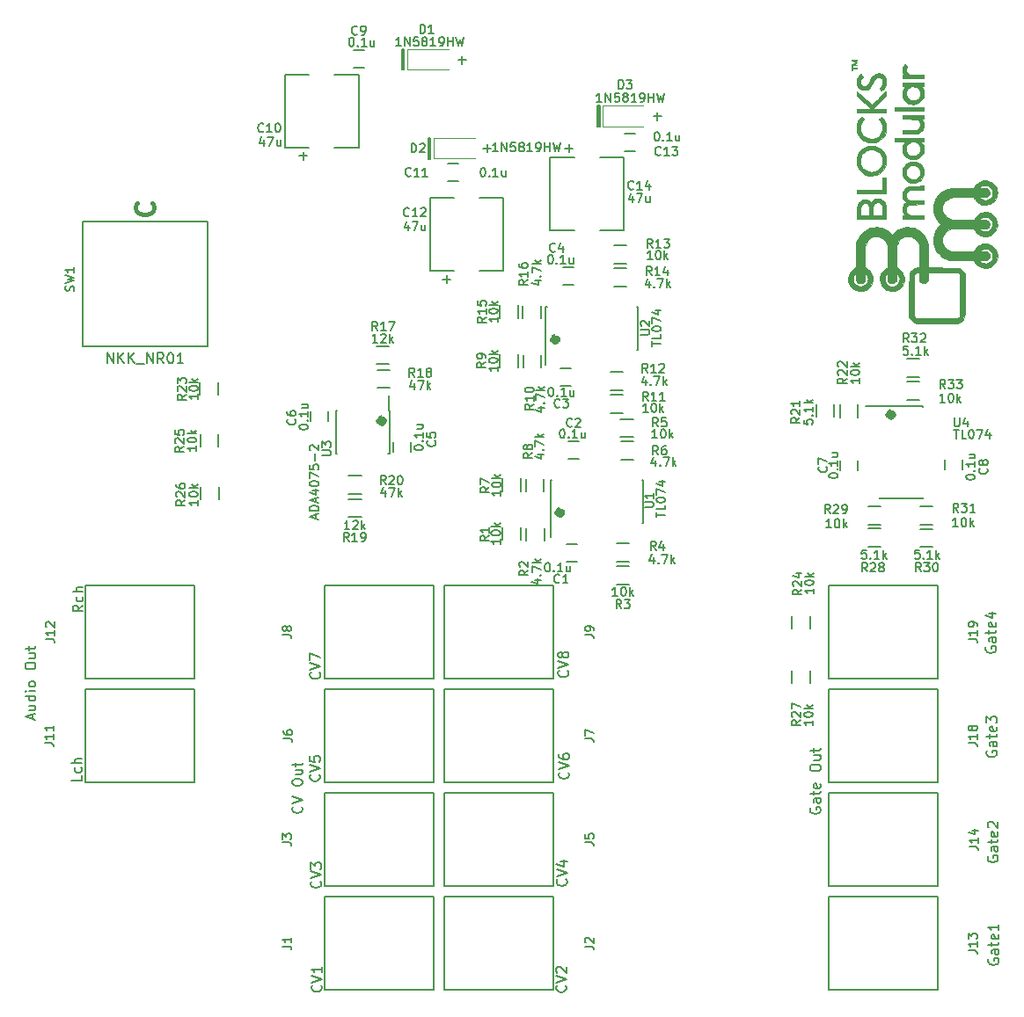
<source format=gbr>
G04 #@! TF.GenerationSoftware,KiCad,Pcbnew,(5.0.0-rc2-dev-787-g2d812c2)*
G04 #@! TF.CreationDate,2018-05-25T09:12:23+09:00*
G04 #@! TF.ProjectId,BLOCKSmodular-hardware,424C4F434B536D6F64756C61722D6861,rev?*
G04 #@! TF.SameCoordinates,Original*
G04 #@! TF.FileFunction,Legend,Top*
G04 #@! TF.FilePolarity,Positive*
%FSLAX46Y46*%
G04 Gerber Fmt 4.6, Leading zero omitted, Abs format (unit mm)*
G04 Created by KiCad (PCBNEW (5.0.0-rc2-dev-787-g2d812c2)) date *
%MOMM*%
%LPD*%
G01*
G04 APERTURE LIST*
%ADD10C,0.150000*%
%ADD11C,0.200000*%
%ADD12C,0.800000*%
%ADD13C,0.120000*%
%ADD14C,0.152400*%
%ADD15C,0.010000*%
%ADD16C,0.400000*%
G04 APERTURE END LIST*
D10*
G36*
X97130000Y-27840000D02*
X96930000Y-27840000D01*
X96930000Y-29840000D01*
X97130000Y-29840000D01*
X97130000Y-27840000D01*
G37*
X97130000Y-27840000D02*
X96930000Y-27840000D01*
X96930000Y-29840000D01*
X97130000Y-29840000D01*
X97130000Y-27840000D01*
G36*
X115970000Y-33320000D02*
X115770000Y-33320000D01*
X115770000Y-35320000D01*
X115970000Y-35320000D01*
X115970000Y-33320000D01*
G37*
X115970000Y-33320000D02*
X115770000Y-33320000D01*
X115770000Y-35320000D01*
X115970000Y-35320000D01*
X115970000Y-33320000D01*
G36*
X99670000Y-36420000D02*
X99470000Y-36420000D01*
X99470000Y-38420000D01*
X99670000Y-38420000D01*
X99670000Y-36420000D01*
G37*
X99670000Y-36420000D02*
X99470000Y-36420000D01*
X99470000Y-38420000D01*
X99670000Y-38420000D01*
X99670000Y-36420000D01*
X136270000Y-100947619D02*
X136222380Y-101042857D01*
X136222380Y-101185714D01*
X136270000Y-101328571D01*
X136365238Y-101423809D01*
X136460476Y-101471428D01*
X136650952Y-101519047D01*
X136793809Y-101519047D01*
X136984285Y-101471428D01*
X137079523Y-101423809D01*
X137174761Y-101328571D01*
X137222380Y-101185714D01*
X137222380Y-101090476D01*
X137174761Y-100947619D01*
X137127142Y-100900000D01*
X136793809Y-100900000D01*
X136793809Y-101090476D01*
X137222380Y-100042857D02*
X136698571Y-100042857D01*
X136603333Y-100090476D01*
X136555714Y-100185714D01*
X136555714Y-100376190D01*
X136603333Y-100471428D01*
X137174761Y-100042857D02*
X137222380Y-100138095D01*
X137222380Y-100376190D01*
X137174761Y-100471428D01*
X137079523Y-100519047D01*
X136984285Y-100519047D01*
X136889047Y-100471428D01*
X136841428Y-100376190D01*
X136841428Y-100138095D01*
X136793809Y-100042857D01*
X136555714Y-99709523D02*
X136555714Y-99328571D01*
X136222380Y-99566666D02*
X137079523Y-99566666D01*
X137174761Y-99519047D01*
X137222380Y-99423809D01*
X137222380Y-99328571D01*
X137174761Y-98614285D02*
X137222380Y-98709523D01*
X137222380Y-98900000D01*
X137174761Y-98995238D01*
X137079523Y-99042857D01*
X136698571Y-99042857D01*
X136603333Y-98995238D01*
X136555714Y-98900000D01*
X136555714Y-98709523D01*
X136603333Y-98614285D01*
X136698571Y-98566666D01*
X136793809Y-98566666D01*
X136889047Y-99042857D01*
X136222380Y-97185714D02*
X136222380Y-96995238D01*
X136270000Y-96900000D01*
X136365238Y-96804761D01*
X136555714Y-96757142D01*
X136889047Y-96757142D01*
X137079523Y-96804761D01*
X137174761Y-96900000D01*
X137222380Y-96995238D01*
X137222380Y-97185714D01*
X137174761Y-97280952D01*
X137079523Y-97376190D01*
X136889047Y-97423809D01*
X136555714Y-97423809D01*
X136365238Y-97376190D01*
X136270000Y-97280952D01*
X136222380Y-97185714D01*
X136555714Y-95900000D02*
X137222380Y-95900000D01*
X136555714Y-96328571D02*
X137079523Y-96328571D01*
X137174761Y-96280952D01*
X137222380Y-96185714D01*
X137222380Y-96042857D01*
X137174761Y-95947619D01*
X137127142Y-95900000D01*
X136555714Y-95566666D02*
X136555714Y-95185714D01*
X136222380Y-95423809D02*
X137079523Y-95423809D01*
X137174761Y-95376190D01*
X137222380Y-95280952D01*
X137222380Y-95185714D01*
X87277142Y-100821904D02*
X87324761Y-100869523D01*
X87372380Y-101012380D01*
X87372380Y-101107619D01*
X87324761Y-101250476D01*
X87229523Y-101345714D01*
X87134285Y-101393333D01*
X86943809Y-101440952D01*
X86800952Y-101440952D01*
X86610476Y-101393333D01*
X86515238Y-101345714D01*
X86420000Y-101250476D01*
X86372380Y-101107619D01*
X86372380Y-101012380D01*
X86420000Y-100869523D01*
X86467619Y-100821904D01*
X86372380Y-100536190D02*
X87372380Y-100202857D01*
X86372380Y-99869523D01*
X86372380Y-98583809D02*
X86372380Y-98393333D01*
X86420000Y-98298095D01*
X86515238Y-98202857D01*
X86705714Y-98155238D01*
X87039047Y-98155238D01*
X87229523Y-98202857D01*
X87324761Y-98298095D01*
X87372380Y-98393333D01*
X87372380Y-98583809D01*
X87324761Y-98679047D01*
X87229523Y-98774285D01*
X87039047Y-98821904D01*
X86705714Y-98821904D01*
X86515238Y-98774285D01*
X86420000Y-98679047D01*
X86372380Y-98583809D01*
X86705714Y-97298095D02*
X87372380Y-97298095D01*
X86705714Y-97726666D02*
X87229523Y-97726666D01*
X87324761Y-97679047D01*
X87372380Y-97583809D01*
X87372380Y-97440952D01*
X87324761Y-97345714D01*
X87277142Y-97298095D01*
X86705714Y-96964761D02*
X86705714Y-96583809D01*
X86372380Y-96821904D02*
X87229523Y-96821904D01*
X87324761Y-96774285D01*
X87372380Y-96679047D01*
X87372380Y-96583809D01*
X61386666Y-92416190D02*
X61386666Y-91940000D01*
X61672380Y-92511428D02*
X60672380Y-92178095D01*
X61672380Y-91844761D01*
X61005714Y-91082857D02*
X61672380Y-91082857D01*
X61005714Y-91511428D02*
X61529523Y-91511428D01*
X61624761Y-91463809D01*
X61672380Y-91368571D01*
X61672380Y-91225714D01*
X61624761Y-91130476D01*
X61577142Y-91082857D01*
X61672380Y-90178095D02*
X60672380Y-90178095D01*
X61624761Y-90178095D02*
X61672380Y-90273333D01*
X61672380Y-90463809D01*
X61624761Y-90559047D01*
X61577142Y-90606666D01*
X61481904Y-90654285D01*
X61196190Y-90654285D01*
X61100952Y-90606666D01*
X61053333Y-90559047D01*
X61005714Y-90463809D01*
X61005714Y-90273333D01*
X61053333Y-90178095D01*
X61672380Y-89701904D02*
X61005714Y-89701904D01*
X60672380Y-89701904D02*
X60720000Y-89749523D01*
X60767619Y-89701904D01*
X60720000Y-89654285D01*
X60672380Y-89701904D01*
X60767619Y-89701904D01*
X61672380Y-89082857D02*
X61624761Y-89178095D01*
X61577142Y-89225714D01*
X61481904Y-89273333D01*
X61196190Y-89273333D01*
X61100952Y-89225714D01*
X61053333Y-89178095D01*
X61005714Y-89082857D01*
X61005714Y-88940000D01*
X61053333Y-88844761D01*
X61100952Y-88797142D01*
X61196190Y-88749523D01*
X61481904Y-88749523D01*
X61577142Y-88797142D01*
X61624761Y-88844761D01*
X61672380Y-88940000D01*
X61672380Y-89082857D01*
X60672380Y-87368571D02*
X60672380Y-87178095D01*
X60720000Y-87082857D01*
X60815238Y-86987619D01*
X61005714Y-86940000D01*
X61339047Y-86940000D01*
X61529523Y-86987619D01*
X61624761Y-87082857D01*
X61672380Y-87178095D01*
X61672380Y-87368571D01*
X61624761Y-87463809D01*
X61529523Y-87559047D01*
X61339047Y-87606666D01*
X61005714Y-87606666D01*
X60815238Y-87559047D01*
X60720000Y-87463809D01*
X60672380Y-87368571D01*
X61005714Y-86082857D02*
X61672380Y-86082857D01*
X61005714Y-86511428D02*
X61529523Y-86511428D01*
X61624761Y-86463809D01*
X61672380Y-86368571D01*
X61672380Y-86225714D01*
X61624761Y-86130476D01*
X61577142Y-86082857D01*
X61005714Y-85749523D02*
X61005714Y-85368571D01*
X60672380Y-85606666D02*
X61529523Y-85606666D01*
X61624761Y-85559047D01*
X61672380Y-85463809D01*
X61672380Y-85368571D01*
D11*
X102339047Y-28891428D02*
X103100952Y-28891428D01*
X102720000Y-29272380D02*
X102720000Y-28510476D01*
X104739047Y-37421428D02*
X105500952Y-37421428D01*
X105120000Y-37802380D02*
X105120000Y-37040476D01*
X121119047Y-34341428D02*
X121880952Y-34341428D01*
X121500000Y-34722380D02*
X121500000Y-33960476D01*
X112639047Y-37421428D02*
X113400952Y-37421428D01*
X113020000Y-37802380D02*
X113020000Y-37040476D01*
X100839047Y-50021428D02*
X101600952Y-50021428D01*
X101220000Y-50402380D02*
X101220000Y-49640476D01*
X87039047Y-38121428D02*
X87800952Y-38121428D01*
X87420000Y-38502380D02*
X87420000Y-37740476D01*
D10*
X153160000Y-85440952D02*
X153112380Y-85536190D01*
X153112380Y-85679047D01*
X153160000Y-85821904D01*
X153255238Y-85917142D01*
X153350476Y-85964761D01*
X153540952Y-86012380D01*
X153683809Y-86012380D01*
X153874285Y-85964761D01*
X153969523Y-85917142D01*
X154064761Y-85821904D01*
X154112380Y-85679047D01*
X154112380Y-85583809D01*
X154064761Y-85440952D01*
X154017142Y-85393333D01*
X153683809Y-85393333D01*
X153683809Y-85583809D01*
X154112380Y-84536190D02*
X153588571Y-84536190D01*
X153493333Y-84583809D01*
X153445714Y-84679047D01*
X153445714Y-84869523D01*
X153493333Y-84964761D01*
X154064761Y-84536190D02*
X154112380Y-84631428D01*
X154112380Y-84869523D01*
X154064761Y-84964761D01*
X153969523Y-85012380D01*
X153874285Y-85012380D01*
X153779047Y-84964761D01*
X153731428Y-84869523D01*
X153731428Y-84631428D01*
X153683809Y-84536190D01*
X153445714Y-84202857D02*
X153445714Y-83821904D01*
X153112380Y-84060000D02*
X153969523Y-84060000D01*
X154064761Y-84012380D01*
X154112380Y-83917142D01*
X154112380Y-83821904D01*
X154064761Y-83107619D02*
X154112380Y-83202857D01*
X154112380Y-83393333D01*
X154064761Y-83488571D01*
X153969523Y-83536190D01*
X153588571Y-83536190D01*
X153493333Y-83488571D01*
X153445714Y-83393333D01*
X153445714Y-83202857D01*
X153493333Y-83107619D01*
X153588571Y-83060000D01*
X153683809Y-83060000D01*
X153779047Y-83536190D01*
X153445714Y-82202857D02*
X154112380Y-82202857D01*
X153064761Y-82440952D02*
X153779047Y-82679047D01*
X153779047Y-82060000D01*
X153240000Y-95480952D02*
X153192380Y-95576190D01*
X153192380Y-95719047D01*
X153240000Y-95861904D01*
X153335238Y-95957142D01*
X153430476Y-96004761D01*
X153620952Y-96052380D01*
X153763809Y-96052380D01*
X153954285Y-96004761D01*
X154049523Y-95957142D01*
X154144761Y-95861904D01*
X154192380Y-95719047D01*
X154192380Y-95623809D01*
X154144761Y-95480952D01*
X154097142Y-95433333D01*
X153763809Y-95433333D01*
X153763809Y-95623809D01*
X154192380Y-94576190D02*
X153668571Y-94576190D01*
X153573333Y-94623809D01*
X153525714Y-94719047D01*
X153525714Y-94909523D01*
X153573333Y-95004761D01*
X154144761Y-94576190D02*
X154192380Y-94671428D01*
X154192380Y-94909523D01*
X154144761Y-95004761D01*
X154049523Y-95052380D01*
X153954285Y-95052380D01*
X153859047Y-95004761D01*
X153811428Y-94909523D01*
X153811428Y-94671428D01*
X153763809Y-94576190D01*
X153525714Y-94242857D02*
X153525714Y-93861904D01*
X153192380Y-94100000D02*
X154049523Y-94100000D01*
X154144761Y-94052380D01*
X154192380Y-93957142D01*
X154192380Y-93861904D01*
X154144761Y-93147619D02*
X154192380Y-93242857D01*
X154192380Y-93433333D01*
X154144761Y-93528571D01*
X154049523Y-93576190D01*
X153668571Y-93576190D01*
X153573333Y-93528571D01*
X153525714Y-93433333D01*
X153525714Y-93242857D01*
X153573333Y-93147619D01*
X153668571Y-93100000D01*
X153763809Y-93100000D01*
X153859047Y-93576190D01*
X153192380Y-92766666D02*
X153192380Y-92147619D01*
X153573333Y-92480952D01*
X153573333Y-92338095D01*
X153620952Y-92242857D01*
X153668571Y-92195238D01*
X153763809Y-92147619D01*
X154001904Y-92147619D01*
X154097142Y-92195238D01*
X154144761Y-92242857D01*
X154192380Y-92338095D01*
X154192380Y-92623809D01*
X154144761Y-92719047D01*
X154097142Y-92766666D01*
X153350000Y-105600952D02*
X153302380Y-105696190D01*
X153302380Y-105839047D01*
X153350000Y-105981904D01*
X153445238Y-106077142D01*
X153540476Y-106124761D01*
X153730952Y-106172380D01*
X153873809Y-106172380D01*
X154064285Y-106124761D01*
X154159523Y-106077142D01*
X154254761Y-105981904D01*
X154302380Y-105839047D01*
X154302380Y-105743809D01*
X154254761Y-105600952D01*
X154207142Y-105553333D01*
X153873809Y-105553333D01*
X153873809Y-105743809D01*
X154302380Y-104696190D02*
X153778571Y-104696190D01*
X153683333Y-104743809D01*
X153635714Y-104839047D01*
X153635714Y-105029523D01*
X153683333Y-105124761D01*
X154254761Y-104696190D02*
X154302380Y-104791428D01*
X154302380Y-105029523D01*
X154254761Y-105124761D01*
X154159523Y-105172380D01*
X154064285Y-105172380D01*
X153969047Y-105124761D01*
X153921428Y-105029523D01*
X153921428Y-104791428D01*
X153873809Y-104696190D01*
X153635714Y-104362857D02*
X153635714Y-103981904D01*
X153302380Y-104220000D02*
X154159523Y-104220000D01*
X154254761Y-104172380D01*
X154302380Y-104077142D01*
X154302380Y-103981904D01*
X154254761Y-103267619D02*
X154302380Y-103362857D01*
X154302380Y-103553333D01*
X154254761Y-103648571D01*
X154159523Y-103696190D01*
X153778571Y-103696190D01*
X153683333Y-103648571D01*
X153635714Y-103553333D01*
X153635714Y-103362857D01*
X153683333Y-103267619D01*
X153778571Y-103220000D01*
X153873809Y-103220000D01*
X153969047Y-103696190D01*
X153397619Y-102839047D02*
X153350000Y-102791428D01*
X153302380Y-102696190D01*
X153302380Y-102458095D01*
X153350000Y-102362857D01*
X153397619Y-102315238D01*
X153492857Y-102267619D01*
X153588095Y-102267619D01*
X153730952Y-102315238D01*
X154302380Y-102886666D01*
X154302380Y-102267619D01*
X153420000Y-115500952D02*
X153372380Y-115596190D01*
X153372380Y-115739047D01*
X153420000Y-115881904D01*
X153515238Y-115977142D01*
X153610476Y-116024761D01*
X153800952Y-116072380D01*
X153943809Y-116072380D01*
X154134285Y-116024761D01*
X154229523Y-115977142D01*
X154324761Y-115881904D01*
X154372380Y-115739047D01*
X154372380Y-115643809D01*
X154324761Y-115500952D01*
X154277142Y-115453333D01*
X153943809Y-115453333D01*
X153943809Y-115643809D01*
X154372380Y-114596190D02*
X153848571Y-114596190D01*
X153753333Y-114643809D01*
X153705714Y-114739047D01*
X153705714Y-114929523D01*
X153753333Y-115024761D01*
X154324761Y-114596190D02*
X154372380Y-114691428D01*
X154372380Y-114929523D01*
X154324761Y-115024761D01*
X154229523Y-115072380D01*
X154134285Y-115072380D01*
X154039047Y-115024761D01*
X153991428Y-114929523D01*
X153991428Y-114691428D01*
X153943809Y-114596190D01*
X153705714Y-114262857D02*
X153705714Y-113881904D01*
X153372380Y-114120000D02*
X154229523Y-114120000D01*
X154324761Y-114072380D01*
X154372380Y-113977142D01*
X154372380Y-113881904D01*
X154324761Y-113167619D02*
X154372380Y-113262857D01*
X154372380Y-113453333D01*
X154324761Y-113548571D01*
X154229523Y-113596190D01*
X153848571Y-113596190D01*
X153753333Y-113548571D01*
X153705714Y-113453333D01*
X153705714Y-113262857D01*
X153753333Y-113167619D01*
X153848571Y-113120000D01*
X153943809Y-113120000D01*
X154039047Y-113596190D01*
X154372380Y-112167619D02*
X154372380Y-112739047D01*
X154372380Y-112453333D02*
X153372380Y-112453333D01*
X153515238Y-112548571D01*
X153610476Y-112643809D01*
X153658095Y-112739047D01*
X66242380Y-81441428D02*
X65766190Y-81774761D01*
X66242380Y-82012857D02*
X65242380Y-82012857D01*
X65242380Y-81631904D01*
X65290000Y-81536666D01*
X65337619Y-81489047D01*
X65432857Y-81441428D01*
X65575714Y-81441428D01*
X65670952Y-81489047D01*
X65718571Y-81536666D01*
X65766190Y-81631904D01*
X65766190Y-82012857D01*
X66194761Y-80584285D02*
X66242380Y-80679523D01*
X66242380Y-80870000D01*
X66194761Y-80965238D01*
X66147142Y-81012857D01*
X66051904Y-81060476D01*
X65766190Y-81060476D01*
X65670952Y-81012857D01*
X65623333Y-80965238D01*
X65575714Y-80870000D01*
X65575714Y-80679523D01*
X65623333Y-80584285D01*
X66242380Y-80155714D02*
X65242380Y-80155714D01*
X66242380Y-79727142D02*
X65718571Y-79727142D01*
X65623333Y-79774761D01*
X65575714Y-79870000D01*
X65575714Y-80012857D01*
X65623333Y-80108095D01*
X65670952Y-80155714D01*
X66112380Y-97841428D02*
X66112380Y-98317619D01*
X65112380Y-98317619D01*
X66064761Y-97079523D02*
X66112380Y-97174761D01*
X66112380Y-97365238D01*
X66064761Y-97460476D01*
X66017142Y-97508095D01*
X65921904Y-97555714D01*
X65636190Y-97555714D01*
X65540952Y-97508095D01*
X65493333Y-97460476D01*
X65445714Y-97365238D01*
X65445714Y-97174761D01*
X65493333Y-97079523D01*
X66112380Y-96650952D02*
X65112380Y-96650952D01*
X66112380Y-96222380D02*
X65588571Y-96222380D01*
X65493333Y-96270000D01*
X65445714Y-96365238D01*
X65445714Y-96508095D01*
X65493333Y-96603333D01*
X65540952Y-96650952D01*
X112867142Y-87725238D02*
X112914761Y-87772857D01*
X112962380Y-87915714D01*
X112962380Y-88010952D01*
X112914761Y-88153809D01*
X112819523Y-88249047D01*
X112724285Y-88296666D01*
X112533809Y-88344285D01*
X112390952Y-88344285D01*
X112200476Y-88296666D01*
X112105238Y-88249047D01*
X112010000Y-88153809D01*
X111962380Y-88010952D01*
X111962380Y-87915714D01*
X112010000Y-87772857D01*
X112057619Y-87725238D01*
X111962380Y-87439523D02*
X112962380Y-87106190D01*
X111962380Y-86772857D01*
X112390952Y-86296666D02*
X112343333Y-86391904D01*
X112295714Y-86439523D01*
X112200476Y-86487142D01*
X112152857Y-86487142D01*
X112057619Y-86439523D01*
X112010000Y-86391904D01*
X111962380Y-86296666D01*
X111962380Y-86106190D01*
X112010000Y-86010952D01*
X112057619Y-85963333D01*
X112152857Y-85915714D01*
X112200476Y-85915714D01*
X112295714Y-85963333D01*
X112343333Y-86010952D01*
X112390952Y-86106190D01*
X112390952Y-86296666D01*
X112438571Y-86391904D01*
X112486190Y-86439523D01*
X112581428Y-86487142D01*
X112771904Y-86487142D01*
X112867142Y-86439523D01*
X112914761Y-86391904D01*
X112962380Y-86296666D01*
X112962380Y-86106190D01*
X112914761Y-86010952D01*
X112867142Y-85963333D01*
X112771904Y-85915714D01*
X112581428Y-85915714D01*
X112486190Y-85963333D01*
X112438571Y-86010952D01*
X112390952Y-86106190D01*
X88997142Y-87895238D02*
X89044761Y-87942857D01*
X89092380Y-88085714D01*
X89092380Y-88180952D01*
X89044761Y-88323809D01*
X88949523Y-88419047D01*
X88854285Y-88466666D01*
X88663809Y-88514285D01*
X88520952Y-88514285D01*
X88330476Y-88466666D01*
X88235238Y-88419047D01*
X88140000Y-88323809D01*
X88092380Y-88180952D01*
X88092380Y-88085714D01*
X88140000Y-87942857D01*
X88187619Y-87895238D01*
X88092380Y-87609523D02*
X89092380Y-87276190D01*
X88092380Y-86942857D01*
X88092380Y-86704761D02*
X88092380Y-86038095D01*
X89092380Y-86466666D01*
X112927142Y-97515238D02*
X112974761Y-97562857D01*
X113022380Y-97705714D01*
X113022380Y-97800952D01*
X112974761Y-97943809D01*
X112879523Y-98039047D01*
X112784285Y-98086666D01*
X112593809Y-98134285D01*
X112450952Y-98134285D01*
X112260476Y-98086666D01*
X112165238Y-98039047D01*
X112070000Y-97943809D01*
X112022380Y-97800952D01*
X112022380Y-97705714D01*
X112070000Y-97562857D01*
X112117619Y-97515238D01*
X112022380Y-97229523D02*
X113022380Y-96896190D01*
X112022380Y-96562857D01*
X112022380Y-95800952D02*
X112022380Y-95991428D01*
X112070000Y-96086666D01*
X112117619Y-96134285D01*
X112260476Y-96229523D01*
X112450952Y-96277142D01*
X112831904Y-96277142D01*
X112927142Y-96229523D01*
X112974761Y-96181904D01*
X113022380Y-96086666D01*
X113022380Y-95896190D01*
X112974761Y-95800952D01*
X112927142Y-95753333D01*
X112831904Y-95705714D01*
X112593809Y-95705714D01*
X112498571Y-95753333D01*
X112450952Y-95800952D01*
X112403333Y-95896190D01*
X112403333Y-96086666D01*
X112450952Y-96181904D01*
X112498571Y-96229523D01*
X112593809Y-96277142D01*
X88967142Y-97745238D02*
X89014761Y-97792857D01*
X89062380Y-97935714D01*
X89062380Y-98030952D01*
X89014761Y-98173809D01*
X88919523Y-98269047D01*
X88824285Y-98316666D01*
X88633809Y-98364285D01*
X88490952Y-98364285D01*
X88300476Y-98316666D01*
X88205238Y-98269047D01*
X88110000Y-98173809D01*
X88062380Y-98030952D01*
X88062380Y-97935714D01*
X88110000Y-97792857D01*
X88157619Y-97745238D01*
X88062380Y-97459523D02*
X89062380Y-97126190D01*
X88062380Y-96792857D01*
X88062380Y-95983333D02*
X88062380Y-96459523D01*
X88538571Y-96507142D01*
X88490952Y-96459523D01*
X88443333Y-96364285D01*
X88443333Y-96126190D01*
X88490952Y-96030952D01*
X88538571Y-95983333D01*
X88633809Y-95935714D01*
X88871904Y-95935714D01*
X88967142Y-95983333D01*
X89014761Y-96030952D01*
X89062380Y-96126190D01*
X89062380Y-96364285D01*
X89014761Y-96459523D01*
X88967142Y-96507142D01*
X112727142Y-107835238D02*
X112774761Y-107882857D01*
X112822380Y-108025714D01*
X112822380Y-108120952D01*
X112774761Y-108263809D01*
X112679523Y-108359047D01*
X112584285Y-108406666D01*
X112393809Y-108454285D01*
X112250952Y-108454285D01*
X112060476Y-108406666D01*
X111965238Y-108359047D01*
X111870000Y-108263809D01*
X111822380Y-108120952D01*
X111822380Y-108025714D01*
X111870000Y-107882857D01*
X111917619Y-107835238D01*
X111822380Y-107549523D02*
X112822380Y-107216190D01*
X111822380Y-106882857D01*
X112155714Y-106120952D02*
X112822380Y-106120952D01*
X111774761Y-106359047D02*
X112489047Y-106597142D01*
X112489047Y-105978095D01*
X89067142Y-108025238D02*
X89114761Y-108072857D01*
X89162380Y-108215714D01*
X89162380Y-108310952D01*
X89114761Y-108453809D01*
X89019523Y-108549047D01*
X88924285Y-108596666D01*
X88733809Y-108644285D01*
X88590952Y-108644285D01*
X88400476Y-108596666D01*
X88305238Y-108549047D01*
X88210000Y-108453809D01*
X88162380Y-108310952D01*
X88162380Y-108215714D01*
X88210000Y-108072857D01*
X88257619Y-108025238D01*
X88162380Y-107739523D02*
X89162380Y-107406190D01*
X88162380Y-107072857D01*
X88162380Y-106834761D02*
X88162380Y-106215714D01*
X88543333Y-106549047D01*
X88543333Y-106406190D01*
X88590952Y-106310952D01*
X88638571Y-106263333D01*
X88733809Y-106215714D01*
X88971904Y-106215714D01*
X89067142Y-106263333D01*
X89114761Y-106310952D01*
X89162380Y-106406190D01*
X89162380Y-106691904D01*
X89114761Y-106787142D01*
X89067142Y-106834761D01*
X112677142Y-118065238D02*
X112724761Y-118112857D01*
X112772380Y-118255714D01*
X112772380Y-118350952D01*
X112724761Y-118493809D01*
X112629523Y-118589047D01*
X112534285Y-118636666D01*
X112343809Y-118684285D01*
X112200952Y-118684285D01*
X112010476Y-118636666D01*
X111915238Y-118589047D01*
X111820000Y-118493809D01*
X111772380Y-118350952D01*
X111772380Y-118255714D01*
X111820000Y-118112857D01*
X111867619Y-118065238D01*
X111772380Y-117779523D02*
X112772380Y-117446190D01*
X111772380Y-117112857D01*
X111867619Y-116827142D02*
X111820000Y-116779523D01*
X111772380Y-116684285D01*
X111772380Y-116446190D01*
X111820000Y-116350952D01*
X111867619Y-116303333D01*
X111962857Y-116255714D01*
X112058095Y-116255714D01*
X112200952Y-116303333D01*
X112772380Y-116874761D01*
X112772380Y-116255714D01*
X89137142Y-118035238D02*
X89184761Y-118082857D01*
X89232380Y-118225714D01*
X89232380Y-118320952D01*
X89184761Y-118463809D01*
X89089523Y-118559047D01*
X88994285Y-118606666D01*
X88803809Y-118654285D01*
X88660952Y-118654285D01*
X88470476Y-118606666D01*
X88375238Y-118559047D01*
X88280000Y-118463809D01*
X88232380Y-118320952D01*
X88232380Y-118225714D01*
X88280000Y-118082857D01*
X88327619Y-118035238D01*
X88232380Y-117749523D02*
X89232380Y-117416190D01*
X88232380Y-117082857D01*
X89232380Y-116225714D02*
X89232380Y-116797142D01*
X89232380Y-116511428D02*
X88232380Y-116511428D01*
X88375238Y-116606666D01*
X88470476Y-116701904D01*
X88518095Y-116797142D01*
D12*
X112270000Y-72500000D02*
G75*
G03X112270000Y-72500000I-158114J0D01*
G01*
X144128114Y-63061886D02*
G75*
G03X144128114Y-63061886I-158114J0D01*
G01*
X111828114Y-55820000D02*
G75*
G03X111828114Y-55820000I-158114J0D01*
G01*
X95118114Y-63670000D02*
G75*
G03X95118114Y-63670000I-158114J0D01*
G01*
D11*
G04 #@! TO.C,SW1*
X78210000Y-44470000D02*
X66210000Y-44470000D01*
X66210000Y-44470000D02*
X66210000Y-56470000D01*
X66210000Y-56470000D02*
X78210000Y-56470000D01*
X78210000Y-56470000D02*
X78210000Y-44470000D01*
D10*
G04 #@! TO.C,R18*
X94540000Y-58745000D02*
X95740000Y-58745000D01*
X95740000Y-60495000D02*
X94540000Y-60495000D01*
D13*
G04 #@! TO.C,D3*
X116220000Y-33330000D02*
X116220000Y-35330000D01*
X116220000Y-35330000D02*
X120120000Y-35330000D01*
X116220000Y-33330000D02*
X120120000Y-33330000D01*
D10*
G04 #@! TO.C,C1*
X113800000Y-75510000D02*
X112800000Y-75510000D01*
X112800000Y-77210000D02*
X113800000Y-77210000D01*
G04 #@! TO.C,C2*
X113940000Y-65630000D02*
X112940000Y-65630000D01*
X112940000Y-67330000D02*
X113940000Y-67330000D01*
G04 #@! TO.C,C3*
X113200000Y-58580000D02*
X112200000Y-58580000D01*
X112200000Y-60280000D02*
X113200000Y-60280000D01*
G04 #@! TO.C,C4*
X113460000Y-48870000D02*
X112460000Y-48870000D01*
X112460000Y-50570000D02*
X113460000Y-50570000D01*
D13*
G04 #@! TO.C,D1*
X97490000Y-27850000D02*
X97490000Y-29850000D01*
X97490000Y-29850000D02*
X101390000Y-29850000D01*
X97490000Y-27850000D02*
X101390000Y-27850000D01*
G04 #@! TO.C,D2*
X100030000Y-36410000D02*
X100030000Y-38410000D01*
X100030000Y-38410000D02*
X103930000Y-38410000D01*
X100030000Y-36410000D02*
X103930000Y-36410000D01*
D10*
G04 #@! TO.C,R1*
X106595000Y-75150000D02*
X106595000Y-73950000D01*
X108345000Y-73950000D02*
X108345000Y-75150000D01*
G04 #@! TO.C,R2*
X110645000Y-74000000D02*
X110645000Y-75200000D01*
X108895000Y-75200000D02*
X108895000Y-74000000D01*
G04 #@! TO.C,R3*
X118800000Y-79405000D02*
X117600000Y-79405000D01*
X117600000Y-77655000D02*
X118800000Y-77655000D01*
G04 #@! TO.C,R4*
X117620000Y-75455000D02*
X118820000Y-75455000D01*
X118820000Y-77205000D02*
X117620000Y-77205000D01*
G04 #@! TO.C,R5*
X119180000Y-65235000D02*
X117980000Y-65235000D01*
X117980000Y-63485000D02*
X119180000Y-63485000D01*
G04 #@! TO.C,R6*
X118000000Y-65635000D02*
X119200000Y-65635000D01*
X119200000Y-67385000D02*
X118000000Y-67385000D01*
G04 #@! TO.C,R7*
X108375000Y-69230000D02*
X108375000Y-70430000D01*
X106625000Y-70430000D02*
X106625000Y-69230000D01*
G04 #@! TO.C,R8*
X108865000Y-70450000D02*
X108865000Y-69250000D01*
X110615000Y-69250000D02*
X110615000Y-70450000D01*
G04 #@! TO.C,R9*
X106365000Y-58490000D02*
X106365000Y-57290000D01*
X108115000Y-57290000D02*
X108115000Y-58490000D01*
G04 #@! TO.C,R10*
X110345000Y-57360000D02*
X110345000Y-58560000D01*
X108595000Y-58560000D02*
X108595000Y-57360000D01*
G04 #@! TO.C,R11*
X118180000Y-62885000D02*
X116980000Y-62885000D01*
X116980000Y-61135000D02*
X118180000Y-61135000D01*
G04 #@! TO.C,R12*
X116980000Y-58935000D02*
X118180000Y-58935000D01*
X118180000Y-60685000D02*
X116980000Y-60685000D01*
G04 #@! TO.C,R13*
X118510000Y-48545000D02*
X117310000Y-48545000D01*
X117310000Y-46795000D02*
X118510000Y-46795000D01*
G04 #@! TO.C,R14*
X117310000Y-48955000D02*
X118510000Y-48955000D01*
X118510000Y-50705000D02*
X117310000Y-50705000D01*
G04 #@! TO.C,R15*
X108085000Y-52550000D02*
X108085000Y-53750000D01*
X106335000Y-53750000D02*
X106335000Y-52550000D01*
G04 #@! TO.C,R16*
X108545000Y-53810000D02*
X108545000Y-52610000D01*
X110295000Y-52610000D02*
X110295000Y-53810000D01*
G04 #@! TO.C,R17*
X95710000Y-58225000D02*
X94510000Y-58225000D01*
X94510000Y-56475000D02*
X95710000Y-56475000D01*
G04 #@! TO.C,R20*
X91820000Y-68955000D02*
X93020000Y-68955000D01*
X93020000Y-70705000D02*
X91820000Y-70705000D01*
G04 #@! TO.C,R19*
X93020000Y-72945000D02*
X91820000Y-72945000D01*
X91820000Y-71195000D02*
X93020000Y-71195000D01*
G04 #@! TO.C,C5*
X97790000Y-66690000D02*
X97790000Y-65690000D01*
X96090000Y-65690000D02*
X96090000Y-66690000D01*
G04 #@! TO.C,C6*
X88170000Y-62720000D02*
X88170000Y-63720000D01*
X89870000Y-63720000D02*
X89870000Y-62720000D01*
G04 #@! TO.C,C9*
X92270000Y-29680000D02*
X93270000Y-29680000D01*
X93270000Y-27980000D02*
X92270000Y-27980000D01*
G04 #@! TO.C,C11*
X102370000Y-38900000D02*
X101370000Y-38900000D01*
X101370000Y-40600000D02*
X102370000Y-40600000D01*
G04 #@! TO.C,C13*
X118370000Y-37700000D02*
X119370000Y-37700000D01*
X119370000Y-36000000D02*
X118370000Y-36000000D01*
D11*
G04 #@! TO.C,J1*
X100000000Y-118500000D02*
X100000000Y-109500000D01*
X89500000Y-118500000D02*
X100000000Y-118500000D01*
X89500000Y-109500000D02*
X89500000Y-118500000D01*
X100000000Y-109500000D02*
X89500000Y-109500000D01*
G04 #@! TO.C,J2*
X101000000Y-109500000D02*
X101000000Y-118500000D01*
X111500000Y-109500000D02*
X101000000Y-109500000D01*
X111500000Y-118500000D02*
X111500000Y-109500000D01*
X101000000Y-118500000D02*
X111500000Y-118500000D01*
G04 #@! TO.C,J3*
X100000000Y-108500000D02*
X100000000Y-99500000D01*
X89500000Y-108500000D02*
X100000000Y-108500000D01*
X89500000Y-99500000D02*
X89500000Y-108500000D01*
X100000000Y-99500000D02*
X89500000Y-99500000D01*
G04 #@! TO.C,J5*
X101000000Y-99500000D02*
X101000000Y-108500000D01*
X111500000Y-99500000D02*
X101000000Y-99500000D01*
X111500000Y-108500000D02*
X111500000Y-99500000D01*
X101000000Y-108500000D02*
X111500000Y-108500000D01*
G04 #@! TO.C,J6*
X100000000Y-98500000D02*
X100000000Y-89500000D01*
X89500000Y-98500000D02*
X100000000Y-98500000D01*
X89500000Y-89500000D02*
X89500000Y-98500000D01*
X100000000Y-89500000D02*
X89500000Y-89500000D01*
G04 #@! TO.C,J7*
X101000000Y-89500000D02*
X101000000Y-98500000D01*
X111500000Y-89500000D02*
X101000000Y-89500000D01*
X111500000Y-98500000D02*
X111500000Y-89500000D01*
X101000000Y-98500000D02*
X111500000Y-98500000D01*
G04 #@! TO.C,J8*
X100000000Y-88500000D02*
X100000000Y-79500000D01*
X89500000Y-88500000D02*
X100000000Y-88500000D01*
X89500000Y-79500000D02*
X89500000Y-88500000D01*
X100000000Y-79500000D02*
X89500000Y-79500000D01*
G04 #@! TO.C,J9*
X101000000Y-79500000D02*
X101000000Y-88500000D01*
X111500000Y-79500000D02*
X101000000Y-79500000D01*
X111500000Y-88500000D02*
X111500000Y-79500000D01*
X101000000Y-88500000D02*
X111500000Y-88500000D01*
G04 #@! TO.C,J11*
X77000000Y-98500000D02*
X77000000Y-89500000D01*
X66500000Y-98500000D02*
X77000000Y-98500000D01*
X66500000Y-89500000D02*
X66500000Y-98500000D01*
X77000000Y-89500000D02*
X66500000Y-89500000D01*
G04 #@! TO.C,J14*
X138000000Y-99500000D02*
X138000000Y-108500000D01*
X148500000Y-99500000D02*
X138000000Y-99500000D01*
X148500000Y-108500000D02*
X148500000Y-99500000D01*
X138000000Y-108500000D02*
X148500000Y-108500000D01*
D10*
G04 #@! TO.C,R21*
X138545000Y-62070000D02*
X138545000Y-63270000D01*
X136795000Y-63270000D02*
X136795000Y-62070000D01*
G04 #@! TO.C,R22*
X139085000Y-63320000D02*
X139085000Y-62120000D01*
X140835000Y-62120000D02*
X140835000Y-63320000D01*
G04 #@! TO.C,R24*
X136195000Y-82480000D02*
X136195000Y-83680000D01*
X134445000Y-83680000D02*
X134445000Y-82480000D01*
G04 #@! TO.C,C7*
X139110000Y-67460000D02*
X139110000Y-68460000D01*
X140810000Y-68460000D02*
X140810000Y-67460000D01*
G04 #@! TO.C,C8*
X149200000Y-67380000D02*
X149200000Y-68380000D01*
X150900000Y-68380000D02*
X150900000Y-67380000D01*
D11*
G04 #@! TO.C,J19*
X138000000Y-79500000D02*
X138000000Y-88500000D01*
X148500000Y-79500000D02*
X138000000Y-79500000D01*
X148500000Y-88500000D02*
X148500000Y-79500000D01*
X138000000Y-88500000D02*
X148500000Y-88500000D01*
D10*
G04 #@! TO.C,R23*
X77495000Y-61190000D02*
X77495000Y-59990000D01*
X79245000Y-59990000D02*
X79245000Y-61190000D01*
G04 #@! TO.C,R27*
X136195000Y-87740000D02*
X136195000Y-88940000D01*
X134445000Y-88940000D02*
X134445000Y-87740000D01*
G04 #@! TO.C,R28*
X141810000Y-74055000D02*
X143010000Y-74055000D01*
X143010000Y-75805000D02*
X141810000Y-75805000D01*
G04 #@! TO.C,R25*
X77515000Y-66170000D02*
X77515000Y-64970000D01*
X79265000Y-64970000D02*
X79265000Y-66170000D01*
G04 #@! TO.C,R26*
X79315000Y-70050000D02*
X79315000Y-71250000D01*
X77565000Y-71250000D02*
X77565000Y-70050000D01*
G04 #@! TO.C,R29*
X143020000Y-73645000D02*
X141820000Y-73645000D01*
X141820000Y-71895000D02*
X143020000Y-71895000D01*
G04 #@! TO.C,R30*
X148020000Y-75825000D02*
X146820000Y-75825000D01*
X146820000Y-74075000D02*
X148020000Y-74075000D01*
G04 #@! TO.C,R31*
X146800000Y-71915000D02*
X148000000Y-71915000D01*
X148000000Y-73665000D02*
X146800000Y-73665000D01*
G04 #@! TO.C,R32*
X146750000Y-59415000D02*
X145550000Y-59415000D01*
X145550000Y-57665000D02*
X146750000Y-57665000D01*
G04 #@! TO.C,R33*
X145560000Y-59915000D02*
X146760000Y-59915000D01*
X146760000Y-61665000D02*
X145560000Y-61665000D01*
D11*
G04 #@! TO.C,J12*
X77000000Y-88500000D02*
X77000000Y-79500000D01*
X66500000Y-88500000D02*
X77000000Y-88500000D01*
X66500000Y-79500000D02*
X66500000Y-88500000D01*
X77000000Y-79500000D02*
X66500000Y-79500000D01*
G04 #@! TO.C,J13*
X138000000Y-109500000D02*
X138000000Y-118500000D01*
X148500000Y-109500000D02*
X138000000Y-109500000D01*
X148500000Y-118500000D02*
X148500000Y-109500000D01*
X138000000Y-118500000D02*
X148500000Y-118500000D01*
G04 #@! TO.C,J18*
X138000000Y-89500000D02*
X138000000Y-98500000D01*
X148500000Y-89500000D02*
X138000000Y-89500000D01*
X148500000Y-98500000D02*
X148500000Y-89500000D01*
X138000000Y-98500000D02*
X148500000Y-98500000D01*
D10*
G04 #@! TO.C,U1*
X111230000Y-73495000D02*
X111255000Y-73495000D01*
X111230000Y-69345000D02*
X111345000Y-69345000D01*
X120130000Y-69345000D02*
X120015000Y-69345000D01*
X120130000Y-73495000D02*
X120015000Y-73495000D01*
X111230000Y-73495000D02*
X111230000Y-69345000D01*
X120130000Y-73495000D02*
X120130000Y-69345000D01*
X111255000Y-73495000D02*
X111255000Y-74870000D01*
G04 #@! TO.C,U2*
X110760000Y-56855000D02*
X110785000Y-56855000D01*
X110760000Y-52705000D02*
X110875000Y-52705000D01*
X119660000Y-52705000D02*
X119545000Y-52705000D01*
X119660000Y-56855000D02*
X119545000Y-56855000D01*
X110760000Y-56855000D02*
X110760000Y-52705000D01*
X119660000Y-56855000D02*
X119660000Y-52705000D01*
X110785000Y-56855000D02*
X110785000Y-58230000D01*
G04 #@! TO.C,U4*
X142925000Y-62250000D02*
X142925000Y-62275000D01*
X147075000Y-62250000D02*
X147075000Y-62365000D01*
X147075000Y-71150000D02*
X147075000Y-71035000D01*
X142925000Y-71150000D02*
X142925000Y-71035000D01*
X142925000Y-62250000D02*
X147075000Y-62250000D01*
X142925000Y-71150000D02*
X147075000Y-71150000D01*
X142925000Y-62275000D02*
X141550000Y-62275000D01*
G04 #@! TO.C,U3*
X95725000Y-62655000D02*
X95675000Y-62655000D01*
X95725000Y-66805000D02*
X95580000Y-66805000D01*
X90575000Y-66805000D02*
X90720000Y-66805000D01*
X90575000Y-62655000D02*
X90720000Y-62655000D01*
X95725000Y-62655000D02*
X95725000Y-66805000D01*
X90575000Y-62655000D02*
X90575000Y-66805000D01*
X95675000Y-62655000D02*
X95675000Y-61255000D01*
D14*
G04 #@! TO.C,C10*
X92760600Y-37390600D02*
X92760600Y-30329400D01*
X92760600Y-30329400D02*
X90451740Y-30329400D01*
X85699400Y-30329400D02*
X85699400Y-37390600D01*
X85699400Y-37390600D02*
X88008260Y-37390600D01*
X90451740Y-37390600D02*
X92760600Y-37390600D01*
X88008260Y-30329400D02*
X85699400Y-30329400D01*
G04 #@! TO.C,C12*
X106710600Y-49250600D02*
X106710600Y-42189400D01*
X106710600Y-42189400D02*
X104401740Y-42189400D01*
X99649400Y-42189400D02*
X99649400Y-49250600D01*
X99649400Y-49250600D02*
X101958260Y-49250600D01*
X104401740Y-49250600D02*
X106710600Y-49250600D01*
X101958260Y-42189400D02*
X99649400Y-42189400D01*
G04 #@! TO.C,C14*
X111199400Y-38249400D02*
X111199400Y-45310600D01*
X111199400Y-45310600D02*
X113508260Y-45310600D01*
X118260600Y-45310600D02*
X118260600Y-38249400D01*
X118260600Y-38249400D02*
X115951740Y-38249400D01*
X113508260Y-38249400D02*
X111199400Y-38249400D01*
X115951740Y-45310600D02*
X118260600Y-45310600D01*
D15*
G04 #@! TO.C,G\002A\002A\002A*
G36*
X140212629Y-29342454D02*
X140276839Y-29298205D01*
X140391310Y-29240553D01*
X140395948Y-29238403D01*
X140589790Y-29148706D01*
X140395948Y-29061044D01*
X140286198Y-29006612D01*
X140223204Y-28962926D01*
X140202145Y-28926605D01*
X140202106Y-28925060D01*
X140207129Y-28902967D01*
X140228554Y-28888812D01*
X140275919Y-28880872D01*
X140358757Y-28877424D01*
X140469474Y-28876737D01*
X140594154Y-28878063D01*
X140674200Y-28882918D01*
X140718410Y-28892623D01*
X140735577Y-28908496D01*
X140736843Y-28916843D01*
X140725284Y-28939111D01*
X140684066Y-28951943D01*
X140603378Y-28957596D01*
X140556369Y-28958364D01*
X140375895Y-28959780D01*
X140556369Y-29042143D01*
X140643482Y-29084898D01*
X140707514Y-29122039D01*
X140736313Y-29146405D01*
X140736843Y-29148487D01*
X140714308Y-29170204D01*
X140654467Y-29206565D01*
X140568963Y-29250690D01*
X140543000Y-29263037D01*
X140349158Y-29353606D01*
X140543000Y-29355803D01*
X140640172Y-29360314D01*
X140708747Y-29370217D01*
X140736716Y-29383718D01*
X140736843Y-29384737D01*
X140711423Y-29397158D01*
X140640300Y-29406138D01*
X140531178Y-29410907D01*
X140469474Y-29411474D01*
X140327104Y-29407811D01*
X140237209Y-29395955D01*
X140199235Y-29374604D01*
X140212629Y-29342454D01*
X140212629Y-29342454D01*
G37*
X140212629Y-29342454D02*
X140276839Y-29298205D01*
X140391310Y-29240553D01*
X140395948Y-29238403D01*
X140589790Y-29148706D01*
X140395948Y-29061044D01*
X140286198Y-29006612D01*
X140223204Y-28962926D01*
X140202145Y-28926605D01*
X140202106Y-28925060D01*
X140207129Y-28902967D01*
X140228554Y-28888812D01*
X140275919Y-28880872D01*
X140358757Y-28877424D01*
X140469474Y-28876737D01*
X140594154Y-28878063D01*
X140674200Y-28882918D01*
X140718410Y-28892623D01*
X140735577Y-28908496D01*
X140736843Y-28916843D01*
X140725284Y-28939111D01*
X140684066Y-28951943D01*
X140603378Y-28957596D01*
X140556369Y-28958364D01*
X140375895Y-28959780D01*
X140556369Y-29042143D01*
X140643482Y-29084898D01*
X140707514Y-29122039D01*
X140736313Y-29146405D01*
X140736843Y-29148487D01*
X140714308Y-29170204D01*
X140654467Y-29206565D01*
X140568963Y-29250690D01*
X140543000Y-29263037D01*
X140349158Y-29353606D01*
X140543000Y-29355803D01*
X140640172Y-29360314D01*
X140708747Y-29370217D01*
X140736716Y-29383718D01*
X140736843Y-29384737D01*
X140711423Y-29397158D01*
X140640300Y-29406138D01*
X140531178Y-29410907D01*
X140469474Y-29411474D01*
X140327104Y-29407811D01*
X140237209Y-29395955D01*
X140199235Y-29374604D01*
X140212629Y-29342454D01*
G36*
X140204207Y-29586439D02*
X140211798Y-29524352D01*
X140226816Y-29496279D01*
X140242211Y-29491685D01*
X140274051Y-29515599D01*
X140282316Y-29571895D01*
X140282316Y-29652106D01*
X140509579Y-29652106D01*
X140623199Y-29653818D01*
X140692738Y-29660051D01*
X140727513Y-29672448D01*
X140736843Y-29692211D01*
X140727140Y-29712261D01*
X140691821Y-29724533D01*
X140621571Y-29730670D01*
X140509579Y-29732316D01*
X140282316Y-29732316D01*
X140282316Y-29812527D01*
X140270359Y-29876206D01*
X140242211Y-29892737D01*
X140221057Y-29882233D01*
X140208639Y-29844273D01*
X140203025Y-29769188D01*
X140202106Y-29692211D01*
X140204207Y-29586439D01*
X140204207Y-29586439D01*
G37*
X140204207Y-29586439D02*
X140211798Y-29524352D01*
X140226816Y-29496279D01*
X140242211Y-29491685D01*
X140274051Y-29515599D01*
X140282316Y-29571895D01*
X140282316Y-29652106D01*
X140509579Y-29652106D01*
X140623199Y-29653818D01*
X140692738Y-29660051D01*
X140727513Y-29672448D01*
X140736843Y-29692211D01*
X140727140Y-29712261D01*
X140691821Y-29724533D01*
X140621571Y-29730670D01*
X140509579Y-29732316D01*
X140282316Y-29732316D01*
X140282316Y-29812527D01*
X140270359Y-29876206D01*
X140242211Y-29892737D01*
X140221057Y-29882233D01*
X140208639Y-29844273D01*
X140203025Y-29769188D01*
X140202106Y-29692211D01*
X140204207Y-29586439D01*
G36*
X140750211Y-31926309D02*
X141442602Y-32579877D01*
X142134994Y-33233445D01*
X142338286Y-33048798D01*
X142416500Y-32975853D01*
X142523837Y-32873024D01*
X142651886Y-32748512D01*
X142792237Y-32610522D01*
X142936479Y-32467256D01*
X143009188Y-32394444D01*
X143138606Y-32265236D01*
X143255917Y-32149622D01*
X143355791Y-32052734D01*
X143432896Y-31979704D01*
X143481899Y-31935664D01*
X143497135Y-31924737D01*
X143506386Y-31949408D01*
X143513436Y-32015180D01*
X143517162Y-32109690D01*
X143517474Y-32148770D01*
X143517474Y-32372803D01*
X142874582Y-33004349D01*
X142231691Y-33635895D01*
X143517474Y-33635895D01*
X143517474Y-34010211D01*
X140736843Y-34010211D01*
X140736843Y-33635895D01*
X141398579Y-33634916D01*
X142060316Y-33633937D01*
X141619158Y-33214296D01*
X141475301Y-33077286D01*
X141328968Y-32937621D01*
X141189929Y-32804645D01*
X141067954Y-32687706D01*
X140972814Y-32596148D01*
X140956235Y-32580128D01*
X140734469Y-32365601D01*
X140750211Y-31926309D01*
X140750211Y-31926309D01*
G37*
X140750211Y-31926309D02*
X141442602Y-32579877D01*
X142134994Y-33233445D01*
X142338286Y-33048798D01*
X142416500Y-32975853D01*
X142523837Y-32873024D01*
X142651886Y-32748512D01*
X142792237Y-32610522D01*
X142936479Y-32467256D01*
X143009188Y-32394444D01*
X143138606Y-32265236D01*
X143255917Y-32149622D01*
X143355791Y-32052734D01*
X143432896Y-31979704D01*
X143481899Y-31935664D01*
X143497135Y-31924737D01*
X143506386Y-31949408D01*
X143513436Y-32015180D01*
X143517162Y-32109690D01*
X143517474Y-32148770D01*
X143517474Y-32372803D01*
X142874582Y-33004349D01*
X142231691Y-33635895D01*
X143517474Y-33635895D01*
X143517474Y-34010211D01*
X140736843Y-34010211D01*
X140736843Y-33635895D01*
X141398579Y-33634916D01*
X142060316Y-33633937D01*
X141619158Y-33214296D01*
X141475301Y-33077286D01*
X141328968Y-32937621D01*
X141189929Y-32804645D01*
X141067954Y-32687706D01*
X140972814Y-32596148D01*
X140956235Y-32580128D01*
X140734469Y-32365601D01*
X140750211Y-31926309D01*
G36*
X143143158Y-41443053D02*
X143143158Y-40213158D01*
X143517474Y-40213158D01*
X143517474Y-41790632D01*
X140736843Y-41790632D01*
X140736843Y-41443053D01*
X143143158Y-41443053D01*
X143143158Y-41443053D01*
G37*
X143143158Y-41443053D02*
X143143158Y-40213158D01*
X143517474Y-40213158D01*
X143517474Y-41790632D01*
X140736843Y-41790632D01*
X140736843Y-41443053D01*
X143143158Y-41443053D01*
G36*
X140737794Y-43360369D02*
X140741652Y-43179766D01*
X140749920Y-43037290D01*
X140764103Y-42925277D01*
X140785706Y-42836063D01*
X140816232Y-42761984D01*
X140857186Y-42695376D01*
X140910073Y-42628575D01*
X140929265Y-42606471D01*
X141049847Y-42490688D01*
X141178476Y-42414943D01*
X141330323Y-42372153D01*
X141461911Y-42357813D01*
X141622223Y-42356273D01*
X141748176Y-42376597D01*
X141856029Y-42423412D01*
X141959966Y-42499565D01*
X142067922Y-42591972D01*
X142137423Y-42500851D01*
X142200253Y-42438968D01*
X142290036Y-42374180D01*
X142360884Y-42334128D01*
X142531395Y-42275543D01*
X142713867Y-42256094D01*
X142896050Y-42273878D01*
X143065696Y-42326989D01*
X143210555Y-42413523D01*
X143276873Y-42476541D01*
X143345666Y-42562588D01*
X143400403Y-42651707D01*
X143442580Y-42751140D01*
X143473696Y-42868128D01*
X143495245Y-43009910D01*
X143508726Y-43183728D01*
X143515635Y-43396822D01*
X143517474Y-43640385D01*
X143517474Y-44196948D01*
X143143158Y-44196948D01*
X143143158Y-43849369D01*
X143143158Y-43385428D01*
X143142774Y-43216257D01*
X143140965Y-43091592D01*
X143136748Y-43002470D01*
X143129140Y-42939925D01*
X143117157Y-42894992D01*
X143099815Y-42858707D01*
X143082364Y-42831275D01*
X142980979Y-42713866D01*
X142865404Y-42645859D01*
X142728801Y-42623692D01*
X142686884Y-42625141D01*
X142530201Y-42658102D01*
X142406854Y-42732426D01*
X142320685Y-42842161D01*
X142302808Y-42884212D01*
X142289422Y-42941272D01*
X142279668Y-43021827D01*
X142272687Y-43134365D01*
X142267618Y-43287372D01*
X142265407Y-43388158D01*
X142256425Y-43849369D01*
X143143158Y-43849369D01*
X143143158Y-44196948D01*
X141084422Y-44196948D01*
X141084422Y-43849369D01*
X141940000Y-43849369D01*
X141939851Y-43495106D01*
X141937596Y-43352112D01*
X141931549Y-43218756D01*
X141922610Y-43109244D01*
X141911676Y-43037778D01*
X141910679Y-43033895D01*
X141850506Y-42899847D01*
X141757557Y-42798581D01*
X141641692Y-42733718D01*
X141512771Y-42708877D01*
X141380653Y-42727681D01*
X141255697Y-42793368D01*
X141195280Y-42843699D01*
X141150908Y-42895119D01*
X141120147Y-42956736D01*
X141100560Y-43037656D01*
X141089711Y-43146987D01*
X141085163Y-43293834D01*
X141084422Y-43433620D01*
X141084422Y-43849369D01*
X141084422Y-44196948D01*
X140736843Y-44196948D01*
X140736843Y-43586763D01*
X140737794Y-43360369D01*
X140737794Y-43360369D01*
G37*
X140737794Y-43360369D02*
X140741652Y-43179766D01*
X140749920Y-43037290D01*
X140764103Y-42925277D01*
X140785706Y-42836063D01*
X140816232Y-42761984D01*
X140857186Y-42695376D01*
X140910073Y-42628575D01*
X140929265Y-42606471D01*
X141049847Y-42490688D01*
X141178476Y-42414943D01*
X141330323Y-42372153D01*
X141461911Y-42357813D01*
X141622223Y-42356273D01*
X141748176Y-42376597D01*
X141856029Y-42423412D01*
X141959966Y-42499565D01*
X142067922Y-42591972D01*
X142137423Y-42500851D01*
X142200253Y-42438968D01*
X142290036Y-42374180D01*
X142360884Y-42334128D01*
X142531395Y-42275543D01*
X142713867Y-42256094D01*
X142896050Y-42273878D01*
X143065696Y-42326989D01*
X143210555Y-42413523D01*
X143276873Y-42476541D01*
X143345666Y-42562588D01*
X143400403Y-42651707D01*
X143442580Y-42751140D01*
X143473696Y-42868128D01*
X143495245Y-43009910D01*
X143508726Y-43183728D01*
X143515635Y-43396822D01*
X143517474Y-43640385D01*
X143517474Y-44196948D01*
X143143158Y-44196948D01*
X143143158Y-43849369D01*
X143143158Y-43385428D01*
X143142774Y-43216257D01*
X143140965Y-43091592D01*
X143136748Y-43002470D01*
X143129140Y-42939925D01*
X143117157Y-42894992D01*
X143099815Y-42858707D01*
X143082364Y-42831275D01*
X142980979Y-42713866D01*
X142865404Y-42645859D01*
X142728801Y-42623692D01*
X142686884Y-42625141D01*
X142530201Y-42658102D01*
X142406854Y-42732426D01*
X142320685Y-42842161D01*
X142302808Y-42884212D01*
X142289422Y-42941272D01*
X142279668Y-43021827D01*
X142272687Y-43134365D01*
X142267618Y-43287372D01*
X142265407Y-43388158D01*
X142256425Y-43849369D01*
X143143158Y-43849369D01*
X143143158Y-44196948D01*
X141084422Y-44196948D01*
X141084422Y-43849369D01*
X141940000Y-43849369D01*
X141939851Y-43495106D01*
X141937596Y-43352112D01*
X141931549Y-43218756D01*
X141922610Y-43109244D01*
X141911676Y-43037778D01*
X141910679Y-43033895D01*
X141850506Y-42899847D01*
X141757557Y-42798581D01*
X141641692Y-42733718D01*
X141512771Y-42708877D01*
X141380653Y-42727681D01*
X141255697Y-42793368D01*
X141195280Y-42843699D01*
X141150908Y-42895119D01*
X141120147Y-42956736D01*
X141100560Y-43037656D01*
X141089711Y-43146987D01*
X141085163Y-43293834D01*
X141084422Y-43433620D01*
X141084422Y-43849369D01*
X141084422Y-44196948D01*
X140736843Y-44196948D01*
X140736843Y-43586763D01*
X140737794Y-43360369D01*
G36*
X140693433Y-30842033D02*
X140713889Y-30753019D01*
X140737472Y-30684756D01*
X140781915Y-30593071D01*
X140844950Y-30495424D01*
X140917219Y-30403016D01*
X140989367Y-30327047D01*
X141052038Y-30278715D01*
X141086190Y-30267318D01*
X141121333Y-30288004D01*
X141171921Y-30341120D01*
X141211448Y-30393279D01*
X141298369Y-30518975D01*
X141192948Y-30626962D01*
X141102278Y-30735236D01*
X141051484Y-30841137D01*
X141032007Y-30964946D01*
X141030989Y-31010741D01*
X141052498Y-31159384D01*
X141111810Y-31282047D01*
X141201259Y-31373285D01*
X141313181Y-31427654D01*
X141439911Y-31439712D01*
X141573786Y-31404012D01*
X141580365Y-31400954D01*
X141632180Y-31371492D01*
X141681147Y-31330677D01*
X141732340Y-31271670D01*
X141790832Y-31187632D01*
X141861697Y-31071722D01*
X141950009Y-30917102D01*
X141982483Y-30858869D01*
X142094196Y-30667448D01*
X142193922Y-30519501D01*
X142287598Y-30408118D01*
X142381158Y-30326391D01*
X142480537Y-30267411D01*
X142497294Y-30259660D01*
X142646165Y-30216068D01*
X142816808Y-30202059D01*
X142986163Y-30218075D01*
X143093895Y-30248267D01*
X143226915Y-30323831D01*
X143349592Y-30437115D01*
X143447703Y-30572505D01*
X143502090Y-30696395D01*
X143529056Y-30832014D01*
X143540568Y-30990709D01*
X143536451Y-31150125D01*
X143516531Y-31287906D01*
X143506985Y-31323158D01*
X143463139Y-31442296D01*
X143409131Y-31539125D01*
X143330403Y-31638653D01*
X143310066Y-31661465D01*
X143221457Y-31748130D01*
X143140925Y-31805959D01*
X143076375Y-31830602D01*
X143035709Y-31817710D01*
X143033081Y-31813893D01*
X143006506Y-31770004D01*
X142964861Y-31701579D01*
X142945537Y-31669903D01*
X142879735Y-31562120D01*
X142970318Y-31500052D01*
X143065535Y-31406187D01*
X143137617Y-31279112D01*
X143183177Y-31133426D01*
X143198827Y-30983725D01*
X143181179Y-30844607D01*
X143143303Y-30754756D01*
X143053189Y-30652077D01*
X142937915Y-30586735D01*
X142810228Y-30562185D01*
X142682876Y-30581883D01*
X142618203Y-30612456D01*
X142555530Y-30658337D01*
X142494196Y-30721526D01*
X142428695Y-30809569D01*
X142353524Y-30930013D01*
X142263177Y-31090406D01*
X142244554Y-31124700D01*
X142175082Y-31248243D01*
X142103968Y-31366371D01*
X142040551Y-31463994D01*
X142001908Y-31516850D01*
X141862806Y-31651192D01*
X141703208Y-31743357D01*
X141531350Y-31793826D01*
X141355464Y-31803083D01*
X141183786Y-31771610D01*
X141024550Y-31699892D01*
X140885990Y-31588410D01*
X140780511Y-31445221D01*
X140737710Y-31360341D01*
X140711360Y-31280878D01*
X140696506Y-31186607D01*
X140688802Y-31070905D01*
X140685979Y-30940798D01*
X140693433Y-30842033D01*
X140693433Y-30842033D01*
G37*
X140693433Y-30842033D02*
X140713889Y-30753019D01*
X140737472Y-30684756D01*
X140781915Y-30593071D01*
X140844950Y-30495424D01*
X140917219Y-30403016D01*
X140989367Y-30327047D01*
X141052038Y-30278715D01*
X141086190Y-30267318D01*
X141121333Y-30288004D01*
X141171921Y-30341120D01*
X141211448Y-30393279D01*
X141298369Y-30518975D01*
X141192948Y-30626962D01*
X141102278Y-30735236D01*
X141051484Y-30841137D01*
X141032007Y-30964946D01*
X141030989Y-31010741D01*
X141052498Y-31159384D01*
X141111810Y-31282047D01*
X141201259Y-31373285D01*
X141313181Y-31427654D01*
X141439911Y-31439712D01*
X141573786Y-31404012D01*
X141580365Y-31400954D01*
X141632180Y-31371492D01*
X141681147Y-31330677D01*
X141732340Y-31271670D01*
X141790832Y-31187632D01*
X141861697Y-31071722D01*
X141950009Y-30917102D01*
X141982483Y-30858869D01*
X142094196Y-30667448D01*
X142193922Y-30519501D01*
X142287598Y-30408118D01*
X142381158Y-30326391D01*
X142480537Y-30267411D01*
X142497294Y-30259660D01*
X142646165Y-30216068D01*
X142816808Y-30202059D01*
X142986163Y-30218075D01*
X143093895Y-30248267D01*
X143226915Y-30323831D01*
X143349592Y-30437115D01*
X143447703Y-30572505D01*
X143502090Y-30696395D01*
X143529056Y-30832014D01*
X143540568Y-30990709D01*
X143536451Y-31150125D01*
X143516531Y-31287906D01*
X143506985Y-31323158D01*
X143463139Y-31442296D01*
X143409131Y-31539125D01*
X143330403Y-31638653D01*
X143310066Y-31661465D01*
X143221457Y-31748130D01*
X143140925Y-31805959D01*
X143076375Y-31830602D01*
X143035709Y-31817710D01*
X143033081Y-31813893D01*
X143006506Y-31770004D01*
X142964861Y-31701579D01*
X142945537Y-31669903D01*
X142879735Y-31562120D01*
X142970318Y-31500052D01*
X143065535Y-31406187D01*
X143137617Y-31279112D01*
X143183177Y-31133426D01*
X143198827Y-30983725D01*
X143181179Y-30844607D01*
X143143303Y-30754756D01*
X143053189Y-30652077D01*
X142937915Y-30586735D01*
X142810228Y-30562185D01*
X142682876Y-30581883D01*
X142618203Y-30612456D01*
X142555530Y-30658337D01*
X142494196Y-30721526D01*
X142428695Y-30809569D01*
X142353524Y-30930013D01*
X142263177Y-31090406D01*
X142244554Y-31124700D01*
X142175082Y-31248243D01*
X142103968Y-31366371D01*
X142040551Y-31463994D01*
X142001908Y-31516850D01*
X141862806Y-31651192D01*
X141703208Y-31743357D01*
X141531350Y-31793826D01*
X141355464Y-31803083D01*
X141183786Y-31771610D01*
X141024550Y-31699892D01*
X140885990Y-31588410D01*
X140780511Y-31445221D01*
X140737710Y-31360341D01*
X140711360Y-31280878D01*
X140696506Y-31186607D01*
X140688802Y-31070905D01*
X140685979Y-30940798D01*
X140693433Y-30842033D01*
G36*
X140704621Y-35144047D02*
X140769363Y-34898951D01*
X140879075Y-34678880D01*
X141023162Y-34492708D01*
X141151264Y-34354131D01*
X141271059Y-34476885D01*
X141339015Y-34552638D01*
X141368632Y-34603235D01*
X141364638Y-34635218D01*
X141334969Y-34674820D01*
X141284990Y-34740929D01*
X141238838Y-34801715D01*
X141124570Y-34989876D01*
X141056986Y-35195325D01*
X141034140Y-35424787D01*
X141035926Y-35503655D01*
X141048436Y-35651667D01*
X141072485Y-35768860D01*
X141112787Y-35877450D01*
X141117399Y-35887620D01*
X141233696Y-36079882D01*
X141388246Y-36242949D01*
X141572524Y-36372276D01*
X141778006Y-36463319D01*
X141996165Y-36511533D01*
X142218478Y-36512376D01*
X142274672Y-36504488D01*
X142505904Y-36440976D01*
X142708210Y-36338353D01*
X142879316Y-36202616D01*
X143016948Y-36039767D01*
X143118832Y-35855803D01*
X143182694Y-35656723D01*
X143206261Y-35448527D01*
X143187259Y-35237214D01*
X143123413Y-35028783D01*
X143012450Y-34829233D01*
X142943381Y-34740227D01*
X142890781Y-34674738D01*
X142856539Y-34624358D01*
X142849053Y-34606422D01*
X142866787Y-34576537D01*
X142912857Y-34522766D01*
X142965521Y-34468514D01*
X143081988Y-34354209D01*
X143195600Y-34483000D01*
X143329198Y-34666161D01*
X143438282Y-34878926D01*
X143504397Y-35071749D01*
X143527309Y-35203028D01*
X143538976Y-35364328D01*
X143539407Y-35535521D01*
X143528610Y-35696480D01*
X143506594Y-35827076D01*
X143504085Y-35836569D01*
X143423026Y-36058221D01*
X143304937Y-36257809D01*
X143141925Y-36448526D01*
X143131839Y-36458681D01*
X142936360Y-36627891D01*
X142732209Y-36749619D01*
X142510271Y-36827551D01*
X142261433Y-36865374D01*
X142113790Y-36870418D01*
X141846784Y-36852571D01*
X141611502Y-36796559D01*
X141398775Y-36698676D01*
X141199436Y-36555216D01*
X141095323Y-36458681D01*
X140929751Y-36267999D01*
X140809540Y-36067963D01*
X140731090Y-35849481D01*
X140690803Y-35603463D01*
X140683369Y-35418197D01*
X140704621Y-35144047D01*
X140704621Y-35144047D01*
G37*
X140704621Y-35144047D02*
X140769363Y-34898951D01*
X140879075Y-34678880D01*
X141023162Y-34492708D01*
X141151264Y-34354131D01*
X141271059Y-34476885D01*
X141339015Y-34552638D01*
X141368632Y-34603235D01*
X141364638Y-34635218D01*
X141334969Y-34674820D01*
X141284990Y-34740929D01*
X141238838Y-34801715D01*
X141124570Y-34989876D01*
X141056986Y-35195325D01*
X141034140Y-35424787D01*
X141035926Y-35503655D01*
X141048436Y-35651667D01*
X141072485Y-35768860D01*
X141112787Y-35877450D01*
X141117399Y-35887620D01*
X141233696Y-36079882D01*
X141388246Y-36242949D01*
X141572524Y-36372276D01*
X141778006Y-36463319D01*
X141996165Y-36511533D01*
X142218478Y-36512376D01*
X142274672Y-36504488D01*
X142505904Y-36440976D01*
X142708210Y-36338353D01*
X142879316Y-36202616D01*
X143016948Y-36039767D01*
X143118832Y-35855803D01*
X143182694Y-35656723D01*
X143206261Y-35448527D01*
X143187259Y-35237214D01*
X143123413Y-35028783D01*
X143012450Y-34829233D01*
X142943381Y-34740227D01*
X142890781Y-34674738D01*
X142856539Y-34624358D01*
X142849053Y-34606422D01*
X142866787Y-34576537D01*
X142912857Y-34522766D01*
X142965521Y-34468514D01*
X143081988Y-34354209D01*
X143195600Y-34483000D01*
X143329198Y-34666161D01*
X143438282Y-34878926D01*
X143504397Y-35071749D01*
X143527309Y-35203028D01*
X143538976Y-35364328D01*
X143539407Y-35535521D01*
X143528610Y-35696480D01*
X143506594Y-35827076D01*
X143504085Y-35836569D01*
X143423026Y-36058221D01*
X143304937Y-36257809D01*
X143141925Y-36448526D01*
X143131839Y-36458681D01*
X142936360Y-36627891D01*
X142732209Y-36749619D01*
X142510271Y-36827551D01*
X142261433Y-36865374D01*
X142113790Y-36870418D01*
X141846784Y-36852571D01*
X141611502Y-36796559D01*
X141398775Y-36698676D01*
X141199436Y-36555216D01*
X141095323Y-36458681D01*
X140929751Y-36267999D01*
X140809540Y-36067963D01*
X140731090Y-35849481D01*
X140690803Y-35603463D01*
X140683369Y-35418197D01*
X140704621Y-35144047D01*
G36*
X140706835Y-38342606D02*
X140776394Y-38077904D01*
X140890791Y-37839774D01*
X141048767Y-37630711D01*
X141249067Y-37453212D01*
X141291654Y-37423364D01*
X141469456Y-37316062D01*
X141639682Y-37243599D01*
X141819524Y-37200917D01*
X142026177Y-37182959D01*
X142113790Y-37181567D01*
X142258649Y-37183435D01*
X142368297Y-37191145D01*
X142460894Y-37207264D01*
X142554604Y-37234360D01*
X142600829Y-37250406D01*
X142849842Y-37366685D01*
X143067925Y-37523710D01*
X143250661Y-37716697D01*
X143393631Y-37940858D01*
X143492416Y-38191408D01*
X143502057Y-38226727D01*
X143528171Y-38375863D01*
X143540229Y-38553164D01*
X143538232Y-38737171D01*
X143522180Y-38906423D01*
X143502030Y-39006692D01*
X143414482Y-39241038D01*
X143285150Y-39462555D01*
X143124398Y-39653917D01*
X143102064Y-39675366D01*
X142898914Y-39837300D01*
X142683195Y-39951893D01*
X142447073Y-40022130D01*
X142182716Y-40050998D01*
X142113790Y-40052103D01*
X142078324Y-40049631D01*
X142078324Y-39697422D01*
X142290929Y-39686030D01*
X142499015Y-39632710D01*
X142695919Y-39536079D01*
X142874979Y-39394751D01*
X142922611Y-39345215D01*
X143061998Y-39152938D01*
X143154493Y-38940369D01*
X143199039Y-38714757D01*
X143194575Y-38483356D01*
X143140045Y-38253417D01*
X143097229Y-38148787D01*
X142977541Y-37954741D01*
X142815423Y-37788235D01*
X142617763Y-37656137D01*
X142588073Y-37640990D01*
X142505513Y-37601936D01*
X142437683Y-37576514D01*
X142368915Y-37561813D01*
X142283542Y-37554920D01*
X142165895Y-37552923D01*
X142113790Y-37552843D01*
X141980816Y-37553831D01*
X141885711Y-37558706D01*
X141812877Y-37570331D01*
X141746721Y-37591569D01*
X141671645Y-37625285D01*
X141642941Y-37639300D01*
X141465301Y-37751721D01*
X141303802Y-37901038D01*
X141172964Y-38072459D01*
X141117666Y-38174403D01*
X141062271Y-38343922D01*
X141034777Y-38538647D01*
X141036163Y-38737585D01*
X141067407Y-38919741D01*
X141080892Y-38962759D01*
X141180698Y-39173881D01*
X141315961Y-39351378D01*
X141480018Y-39493863D01*
X141666205Y-39599955D01*
X141867862Y-39668269D01*
X142078324Y-39697422D01*
X142078324Y-40049631D01*
X141842234Y-40033172D01*
X141601916Y-39974399D01*
X141385343Y-39872814D01*
X141185024Y-39725446D01*
X141108071Y-39653315D01*
X140927820Y-39439453D01*
X140797257Y-39205881D01*
X140716077Y-38951861D01*
X140683972Y-38676658D01*
X140683369Y-38631383D01*
X140706835Y-38342606D01*
X140706835Y-38342606D01*
G37*
X140706835Y-38342606D02*
X140776394Y-38077904D01*
X140890791Y-37839774D01*
X141048767Y-37630711D01*
X141249067Y-37453212D01*
X141291654Y-37423364D01*
X141469456Y-37316062D01*
X141639682Y-37243599D01*
X141819524Y-37200917D01*
X142026177Y-37182959D01*
X142113790Y-37181567D01*
X142258649Y-37183435D01*
X142368297Y-37191145D01*
X142460894Y-37207264D01*
X142554604Y-37234360D01*
X142600829Y-37250406D01*
X142849842Y-37366685D01*
X143067925Y-37523710D01*
X143250661Y-37716697D01*
X143393631Y-37940858D01*
X143492416Y-38191408D01*
X143502057Y-38226727D01*
X143528171Y-38375863D01*
X143540229Y-38553164D01*
X143538232Y-38737171D01*
X143522180Y-38906423D01*
X143502030Y-39006692D01*
X143414482Y-39241038D01*
X143285150Y-39462555D01*
X143124398Y-39653917D01*
X143102064Y-39675366D01*
X142898914Y-39837300D01*
X142683195Y-39951893D01*
X142447073Y-40022130D01*
X142182716Y-40050998D01*
X142113790Y-40052103D01*
X142078324Y-40049631D01*
X142078324Y-39697422D01*
X142290929Y-39686030D01*
X142499015Y-39632710D01*
X142695919Y-39536079D01*
X142874979Y-39394751D01*
X142922611Y-39345215D01*
X143061998Y-39152938D01*
X143154493Y-38940369D01*
X143199039Y-38714757D01*
X143194575Y-38483356D01*
X143140045Y-38253417D01*
X143097229Y-38148787D01*
X142977541Y-37954741D01*
X142815423Y-37788235D01*
X142617763Y-37656137D01*
X142588073Y-37640990D01*
X142505513Y-37601936D01*
X142437683Y-37576514D01*
X142368915Y-37561813D01*
X142283542Y-37554920D01*
X142165895Y-37552923D01*
X142113790Y-37552843D01*
X141980816Y-37553831D01*
X141885711Y-37558706D01*
X141812877Y-37570331D01*
X141746721Y-37591569D01*
X141671645Y-37625285D01*
X141642941Y-37639300D01*
X141465301Y-37751721D01*
X141303802Y-37901038D01*
X141172964Y-38072459D01*
X141117666Y-38174403D01*
X141062271Y-38343922D01*
X141034777Y-38538647D01*
X141036163Y-38737585D01*
X141067407Y-38919741D01*
X141080892Y-38962759D01*
X141180698Y-39173881D01*
X141315961Y-39351378D01*
X141480018Y-39493863D01*
X141666205Y-39599955D01*
X141867862Y-39668269D01*
X142078324Y-39697422D01*
X142078324Y-40049631D01*
X141842234Y-40033172D01*
X141601916Y-39974399D01*
X141385343Y-39872814D01*
X141185024Y-39725446D01*
X141108071Y-39653315D01*
X140927820Y-39439453D01*
X140797257Y-39205881D01*
X140716077Y-38951861D01*
X140683972Y-38676658D01*
X140683369Y-38631383D01*
X140706835Y-38342606D01*
G36*
X145112550Y-29703070D02*
X145162146Y-29522974D01*
X145252440Y-29359538D01*
X145262320Y-29346343D01*
X145286567Y-29319315D01*
X145312531Y-29312879D01*
X145353817Y-29329810D01*
X145424032Y-29372882D01*
X145438752Y-29382315D01*
X145575475Y-29470050D01*
X145511622Y-29581130D01*
X145446373Y-29723169D01*
X145424998Y-29852095D01*
X145440984Y-29967220D01*
X145504240Y-30111108D01*
X145607048Y-30219061D01*
X145694425Y-30269825D01*
X145733926Y-30285459D01*
X145779763Y-30297472D01*
X145839212Y-30306336D01*
X145919548Y-30312525D01*
X146028047Y-30316511D01*
X146171984Y-30318767D01*
X146358633Y-30319767D01*
X146465211Y-30319940D01*
X147126948Y-30320527D01*
X147126948Y-30668106D01*
X145121685Y-30668106D01*
X145121685Y-30320527D01*
X145280494Y-30320527D01*
X145214501Y-30223280D01*
X145138073Y-30065227D01*
X145104308Y-29887822D01*
X145112550Y-29703070D01*
X145112550Y-29703070D01*
G37*
X145112550Y-29703070D02*
X145162146Y-29522974D01*
X145252440Y-29359538D01*
X145262320Y-29346343D01*
X145286567Y-29319315D01*
X145312531Y-29312879D01*
X145353817Y-29329810D01*
X145424032Y-29372882D01*
X145438752Y-29382315D01*
X145575475Y-29470050D01*
X145511622Y-29581130D01*
X145446373Y-29723169D01*
X145424998Y-29852095D01*
X145440984Y-29967220D01*
X145504240Y-30111108D01*
X145607048Y-30219061D01*
X145694425Y-30269825D01*
X145733926Y-30285459D01*
X145779763Y-30297472D01*
X145839212Y-30306336D01*
X145919548Y-30312525D01*
X146028047Y-30316511D01*
X146171984Y-30318767D01*
X146358633Y-30319767D01*
X146465211Y-30319940D01*
X147126948Y-30320527D01*
X147126948Y-30668106D01*
X145121685Y-30668106D01*
X145121685Y-30320527D01*
X145280494Y-30320527D01*
X145214501Y-30223280D01*
X145138073Y-30065227D01*
X145104308Y-29887822D01*
X145112550Y-29703070D01*
G36*
X147126948Y-33475474D02*
X147126948Y-33823053D01*
X144346316Y-33823053D01*
X144346316Y-33475474D01*
X147126948Y-33475474D01*
X147126948Y-33475474D01*
G37*
X147126948Y-33475474D02*
X147126948Y-33823053D01*
X144346316Y-33823053D01*
X144346316Y-33475474D01*
X147126948Y-33475474D01*
G36*
X145117965Y-43124196D02*
X145164313Y-42951790D01*
X145241289Y-42800265D01*
X145347892Y-42681630D01*
X145350701Y-42679371D01*
X145441410Y-42606992D01*
X145336300Y-42499602D01*
X145223955Y-42361929D01*
X145152331Y-42214592D01*
X145116397Y-42044224D01*
X145109813Y-41897579D01*
X145125099Y-41697525D01*
X145171447Y-41532550D01*
X145253531Y-41391223D01*
X145366102Y-41270937D01*
X145434456Y-41212032D01*
X145498794Y-41165153D01*
X145566312Y-41128809D01*
X145644205Y-41101506D01*
X145739668Y-41081750D01*
X145859896Y-41068048D01*
X146012086Y-41058908D01*
X146203431Y-41052835D01*
X146438474Y-41048379D01*
X147126948Y-41037346D01*
X147126948Y-41389579D01*
X146518685Y-41389729D01*
X146331238Y-41391009D01*
X146159179Y-41394524D01*
X146011290Y-41399924D01*
X145896350Y-41406860D01*
X145823143Y-41414984D01*
X145809428Y-41417924D01*
X145696733Y-41470055D01*
X145586304Y-41555774D01*
X145498334Y-41658291D01*
X145476948Y-41694338D01*
X145450634Y-41774489D01*
X145435530Y-41880149D01*
X145433753Y-41927732D01*
X145456330Y-42094927D01*
X145524120Y-42233695D01*
X145636711Y-42343361D01*
X145714757Y-42389626D01*
X145759894Y-42411489D01*
X145801451Y-42428200D01*
X145847160Y-42440452D01*
X145904755Y-42448937D01*
X145981965Y-42454346D01*
X146086525Y-42457373D01*
X146226165Y-42458708D01*
X146408617Y-42459044D01*
X146490513Y-42459053D01*
X147126948Y-42459053D01*
X147126948Y-42804060D01*
X145772678Y-42820000D01*
X145661604Y-42893557D01*
X145545896Y-42999436D01*
X145469681Y-43130800D01*
X145433672Y-43276867D01*
X145438583Y-43426855D01*
X145485130Y-43569984D01*
X145574026Y-43695472D01*
X145606475Y-43725869D01*
X145664930Y-43770702D01*
X145728082Y-43805813D01*
X145803104Y-43832341D01*
X145897169Y-43851424D01*
X146017450Y-43864200D01*
X146171120Y-43871807D01*
X146365352Y-43875382D01*
X146553422Y-43876106D01*
X147126948Y-43876106D01*
X147126948Y-44196948D01*
X145121685Y-44196948D01*
X145121685Y-43876106D01*
X145341119Y-43876106D01*
X145258851Y-43782408D01*
X145172687Y-43646588D01*
X145121152Y-43483606D01*
X145103244Y-43305472D01*
X145117965Y-43124196D01*
X145117965Y-43124196D01*
G37*
X145117965Y-43124196D02*
X145164313Y-42951790D01*
X145241289Y-42800265D01*
X145347892Y-42681630D01*
X145350701Y-42679371D01*
X145441410Y-42606992D01*
X145336300Y-42499602D01*
X145223955Y-42361929D01*
X145152331Y-42214592D01*
X145116397Y-42044224D01*
X145109813Y-41897579D01*
X145125099Y-41697525D01*
X145171447Y-41532550D01*
X145253531Y-41391223D01*
X145366102Y-41270937D01*
X145434456Y-41212032D01*
X145498794Y-41165153D01*
X145566312Y-41128809D01*
X145644205Y-41101506D01*
X145739668Y-41081750D01*
X145859896Y-41068048D01*
X146012086Y-41058908D01*
X146203431Y-41052835D01*
X146438474Y-41048379D01*
X147126948Y-41037346D01*
X147126948Y-41389579D01*
X146518685Y-41389729D01*
X146331238Y-41391009D01*
X146159179Y-41394524D01*
X146011290Y-41399924D01*
X145896350Y-41406860D01*
X145823143Y-41414984D01*
X145809428Y-41417924D01*
X145696733Y-41470055D01*
X145586304Y-41555774D01*
X145498334Y-41658291D01*
X145476948Y-41694338D01*
X145450634Y-41774489D01*
X145435530Y-41880149D01*
X145433753Y-41927732D01*
X145456330Y-42094927D01*
X145524120Y-42233695D01*
X145636711Y-42343361D01*
X145714757Y-42389626D01*
X145759894Y-42411489D01*
X145801451Y-42428200D01*
X145847160Y-42440452D01*
X145904755Y-42448937D01*
X145981965Y-42454346D01*
X146086525Y-42457373D01*
X146226165Y-42458708D01*
X146408617Y-42459044D01*
X146490513Y-42459053D01*
X147126948Y-42459053D01*
X147126948Y-42804060D01*
X145772678Y-42820000D01*
X145661604Y-42893557D01*
X145545896Y-42999436D01*
X145469681Y-43130800D01*
X145433672Y-43276867D01*
X145438583Y-43426855D01*
X145485130Y-43569984D01*
X145574026Y-43695472D01*
X145606475Y-43725869D01*
X145664930Y-43770702D01*
X145728082Y-43805813D01*
X145803104Y-43832341D01*
X145897169Y-43851424D01*
X146017450Y-43864200D01*
X146171120Y-43871807D01*
X146365352Y-43875382D01*
X146553422Y-43876106D01*
X147126948Y-43876106D01*
X147126948Y-44196948D01*
X145121685Y-44196948D01*
X145121685Y-43876106D01*
X145341119Y-43876106D01*
X145258851Y-43782408D01*
X145172687Y-43646588D01*
X145121152Y-43483606D01*
X145103244Y-43305472D01*
X145117965Y-43124196D01*
G36*
X145125791Y-31933736D02*
X145177454Y-31750291D01*
X145266497Y-31594079D01*
X145298457Y-31554184D01*
X145393220Y-31443474D01*
X145121685Y-31443474D01*
X145121685Y-31095895D01*
X147126948Y-31095895D01*
X147126948Y-31443474D01*
X146854040Y-31443474D01*
X146940879Y-31542379D01*
X147043945Y-31686356D01*
X147108945Y-31845428D01*
X147140852Y-32033165D01*
X147144772Y-32098527D01*
X147144355Y-32226171D01*
X147134702Y-32347331D01*
X147118669Y-32434626D01*
X147034591Y-32641188D01*
X146911628Y-32817824D01*
X146756829Y-32961993D01*
X146577239Y-33071152D01*
X146379905Y-33142761D01*
X146171873Y-33174275D01*
X146065781Y-33168702D01*
X146065781Y-32825571D01*
X146244456Y-32819434D01*
X146414569Y-32767861D01*
X146565110Y-32676624D01*
X146685074Y-32551493D01*
X146730704Y-32476941D01*
X146796459Y-32328484D01*
X146827042Y-32199848D01*
X146824589Y-32072546D01*
X146793340Y-31935106D01*
X146719677Y-31769679D01*
X146612006Y-31637487D01*
X146478341Y-31539284D01*
X146326696Y-31475825D01*
X146165085Y-31447861D01*
X146001522Y-31456149D01*
X145844022Y-31501440D01*
X145700598Y-31584488D01*
X145579264Y-31706047D01*
X145511700Y-31814588D01*
X145448933Y-31971121D01*
X145427499Y-32116616D01*
X145444320Y-32269030D01*
X145507962Y-32444220D01*
X145614120Y-32595100D01*
X145754599Y-32714332D01*
X145921206Y-32794579D01*
X146065781Y-32825571D01*
X146065781Y-33168702D01*
X145960191Y-33163154D01*
X145751904Y-33106856D01*
X145554060Y-33002837D01*
X145550438Y-33000376D01*
X145370632Y-32848951D01*
X145237789Y-32672075D01*
X145151670Y-32469289D01*
X145112038Y-32240135D01*
X145109104Y-32152000D01*
X145125791Y-31933736D01*
X145125791Y-31933736D01*
G37*
X145125791Y-31933736D02*
X145177454Y-31750291D01*
X145266497Y-31594079D01*
X145298457Y-31554184D01*
X145393220Y-31443474D01*
X145121685Y-31443474D01*
X145121685Y-31095895D01*
X147126948Y-31095895D01*
X147126948Y-31443474D01*
X146854040Y-31443474D01*
X146940879Y-31542379D01*
X147043945Y-31686356D01*
X147108945Y-31845428D01*
X147140852Y-32033165D01*
X147144772Y-32098527D01*
X147144355Y-32226171D01*
X147134702Y-32347331D01*
X147118669Y-32434626D01*
X147034591Y-32641188D01*
X146911628Y-32817824D01*
X146756829Y-32961993D01*
X146577239Y-33071152D01*
X146379905Y-33142761D01*
X146171873Y-33174275D01*
X146065781Y-33168702D01*
X146065781Y-32825571D01*
X146244456Y-32819434D01*
X146414569Y-32767861D01*
X146565110Y-32676624D01*
X146685074Y-32551493D01*
X146730704Y-32476941D01*
X146796459Y-32328484D01*
X146827042Y-32199848D01*
X146824589Y-32072546D01*
X146793340Y-31935106D01*
X146719677Y-31769679D01*
X146612006Y-31637487D01*
X146478341Y-31539284D01*
X146326696Y-31475825D01*
X146165085Y-31447861D01*
X146001522Y-31456149D01*
X145844022Y-31501440D01*
X145700598Y-31584488D01*
X145579264Y-31706047D01*
X145511700Y-31814588D01*
X145448933Y-31971121D01*
X145427499Y-32116616D01*
X145444320Y-32269030D01*
X145507962Y-32444220D01*
X145614120Y-32595100D01*
X145754599Y-32714332D01*
X145921206Y-32794579D01*
X146065781Y-32825571D01*
X146065781Y-33168702D01*
X145960191Y-33163154D01*
X145751904Y-33106856D01*
X145554060Y-33002837D01*
X145550438Y-33000376D01*
X145370632Y-32848951D01*
X145237789Y-32672075D01*
X145151670Y-32469289D01*
X145112038Y-32240135D01*
X145109104Y-32152000D01*
X145125791Y-31933736D01*
G36*
X145756685Y-35667634D02*
X145958041Y-35667339D01*
X146113699Y-35666214D01*
X146231435Y-35663615D01*
X146319024Y-35658899D01*
X146384243Y-35651425D01*
X146434866Y-35640549D01*
X146478670Y-35625630D01*
X146523429Y-35606023D01*
X146528029Y-35603886D01*
X146656463Y-35524277D01*
X146745963Y-35418553D01*
X146805664Y-35275516D01*
X146810720Y-35257338D01*
X146826218Y-35103329D01*
X146795513Y-34951835D01*
X146724083Y-34815211D01*
X146617407Y-34705816D01*
X146546931Y-34662342D01*
X146509667Y-34646330D01*
X146465405Y-34633850D01*
X146406959Y-34624349D01*
X146327143Y-34617279D01*
X146218770Y-34612086D01*
X146074655Y-34608221D01*
X145887611Y-34605132D01*
X145783422Y-34603799D01*
X145121685Y-34595808D01*
X145121685Y-34250843D01*
X147126948Y-34250843D01*
X147126948Y-34598421D01*
X146935036Y-34598421D01*
X147003596Y-34679900D01*
X147080264Y-34807597D01*
X147129603Y-34967692D01*
X147149787Y-35145583D01*
X147138991Y-35326666D01*
X147103039Y-35475257D01*
X147028072Y-35637008D01*
X146922254Y-35766373D01*
X146776227Y-35873744D01*
X146712963Y-35908527D01*
X146530968Y-36002106D01*
X145826326Y-36010758D01*
X145121685Y-36019411D01*
X145121685Y-35667895D01*
X145756685Y-35667634D01*
X145756685Y-35667634D01*
G37*
X145756685Y-35667634D02*
X145958041Y-35667339D01*
X146113699Y-35666214D01*
X146231435Y-35663615D01*
X146319024Y-35658899D01*
X146384243Y-35651425D01*
X146434866Y-35640549D01*
X146478670Y-35625630D01*
X146523429Y-35606023D01*
X146528029Y-35603886D01*
X146656463Y-35524277D01*
X146745963Y-35418553D01*
X146805664Y-35275516D01*
X146810720Y-35257338D01*
X146826218Y-35103329D01*
X146795513Y-34951835D01*
X146724083Y-34815211D01*
X146617407Y-34705816D01*
X146546931Y-34662342D01*
X146509667Y-34646330D01*
X146465405Y-34633850D01*
X146406959Y-34624349D01*
X146327143Y-34617279D01*
X146218770Y-34612086D01*
X146074655Y-34608221D01*
X145887611Y-34605132D01*
X145783422Y-34603799D01*
X145121685Y-34595808D01*
X145121685Y-34250843D01*
X147126948Y-34250843D01*
X147126948Y-34598421D01*
X146935036Y-34598421D01*
X147003596Y-34679900D01*
X147080264Y-34807597D01*
X147129603Y-34967692D01*
X147149787Y-35145583D01*
X147138991Y-35326666D01*
X147103039Y-35475257D01*
X147028072Y-35637008D01*
X146922254Y-35766373D01*
X146776227Y-35873744D01*
X146712963Y-35908527D01*
X146530968Y-36002106D01*
X145826326Y-36010758D01*
X145121685Y-36019411D01*
X145121685Y-35667895D01*
X145756685Y-35667634D01*
G36*
X147126948Y-36416527D02*
X147126948Y-36764106D01*
X146849090Y-36764106D01*
X146933175Y-36851000D01*
X147042493Y-37000076D01*
X147112368Y-37181731D01*
X147143826Y-37398713D01*
X147144772Y-37419158D01*
X147144355Y-37546803D01*
X147134702Y-37667963D01*
X147118669Y-37755258D01*
X147033468Y-37963536D01*
X146906983Y-38143735D01*
X146745891Y-38291423D01*
X146556866Y-38402172D01*
X146346584Y-38471553D01*
X146124316Y-38494863D01*
X146124316Y-38140259D01*
X146236978Y-38136873D01*
X146321770Y-38121450D01*
X146403975Y-38087814D01*
X146458527Y-38058593D01*
X146608258Y-37947755D01*
X146692504Y-37848315D01*
X146780734Y-37693495D01*
X146823612Y-37547584D01*
X146823603Y-37395549D01*
X146790947Y-37247683D01*
X146715724Y-37081633D01*
X146602625Y-36945569D01*
X146460422Y-36843555D01*
X146297889Y-36779659D01*
X146123798Y-36757946D01*
X145946921Y-36782481D01*
X145856948Y-36814783D01*
X145692972Y-36912832D01*
X145568617Y-37039328D01*
X145484052Y-37186618D01*
X145439446Y-37347049D01*
X145434971Y-37512970D01*
X145470795Y-37676727D01*
X145547090Y-37830668D01*
X145664024Y-37967141D01*
X145821768Y-38078493D01*
X145828796Y-38082246D01*
X145921002Y-38119052D01*
X146030932Y-38136898D01*
X146124316Y-38140259D01*
X146124316Y-38494863D01*
X146121721Y-38495136D01*
X146012653Y-38489114D01*
X145845182Y-38453054D01*
X145672524Y-38384982D01*
X145513482Y-38294099D01*
X145386861Y-38189605D01*
X145375324Y-38177238D01*
X145244498Y-37994572D01*
X145154228Y-37786521D01*
X145107757Y-37564831D01*
X145108330Y-37341250D01*
X145121568Y-37258183D01*
X145157709Y-37115868D01*
X145204918Y-37005053D01*
X145273657Y-36903767D01*
X145312112Y-36858046D01*
X145394593Y-36764106D01*
X144346316Y-36764106D01*
X144346316Y-36416527D01*
X147126948Y-36416527D01*
X147126948Y-36416527D01*
G37*
X147126948Y-36416527D02*
X147126948Y-36764106D01*
X146849090Y-36764106D01*
X146933175Y-36851000D01*
X147042493Y-37000076D01*
X147112368Y-37181731D01*
X147143826Y-37398713D01*
X147144772Y-37419158D01*
X147144355Y-37546803D01*
X147134702Y-37667963D01*
X147118669Y-37755258D01*
X147033468Y-37963536D01*
X146906983Y-38143735D01*
X146745891Y-38291423D01*
X146556866Y-38402172D01*
X146346584Y-38471553D01*
X146124316Y-38494863D01*
X146124316Y-38140259D01*
X146236978Y-38136873D01*
X146321770Y-38121450D01*
X146403975Y-38087814D01*
X146458527Y-38058593D01*
X146608258Y-37947755D01*
X146692504Y-37848315D01*
X146780734Y-37693495D01*
X146823612Y-37547584D01*
X146823603Y-37395549D01*
X146790947Y-37247683D01*
X146715724Y-37081633D01*
X146602625Y-36945569D01*
X146460422Y-36843555D01*
X146297889Y-36779659D01*
X146123798Y-36757946D01*
X145946921Y-36782481D01*
X145856948Y-36814783D01*
X145692972Y-36912832D01*
X145568617Y-37039328D01*
X145484052Y-37186618D01*
X145439446Y-37347049D01*
X145434971Y-37512970D01*
X145470795Y-37676727D01*
X145547090Y-37830668D01*
X145664024Y-37967141D01*
X145821768Y-38078493D01*
X145828796Y-38082246D01*
X145921002Y-38119052D01*
X146030932Y-38136898D01*
X146124316Y-38140259D01*
X146124316Y-38494863D01*
X146121721Y-38495136D01*
X146012653Y-38489114D01*
X145845182Y-38453054D01*
X145672524Y-38384982D01*
X145513482Y-38294099D01*
X145386861Y-38189605D01*
X145375324Y-38177238D01*
X145244498Y-37994572D01*
X145154228Y-37786521D01*
X145107757Y-37564831D01*
X145108330Y-37341250D01*
X145121568Y-37258183D01*
X145157709Y-37115868D01*
X145204918Y-37005053D01*
X145273657Y-36903767D01*
X145312112Y-36858046D01*
X145394593Y-36764106D01*
X144346316Y-36764106D01*
X144346316Y-36416527D01*
X147126948Y-36416527D01*
G36*
X145137987Y-39437950D02*
X145218924Y-39231255D01*
X145340539Y-39045990D01*
X145498722Y-38890248D01*
X145675866Y-38778594D01*
X145762827Y-38740490D01*
X145846675Y-38716308D01*
X145946122Y-38702167D01*
X146079878Y-38694183D01*
X146083320Y-38694048D01*
X146217232Y-38691247D01*
X146316758Y-38696559D01*
X146400660Y-38712218D01*
X146487700Y-38740457D01*
X146494452Y-38742984D01*
X146695994Y-38844414D01*
X146862227Y-38984752D01*
X146996377Y-39166923D01*
X147029839Y-39228188D01*
X147082336Y-39336701D01*
X147114667Y-39424552D01*
X147132711Y-39514339D01*
X147142351Y-39628660D01*
X147144347Y-39668186D01*
X147147102Y-39809868D01*
X147138725Y-39917569D01*
X147117354Y-40009974D01*
X147107341Y-40039718D01*
X147001886Y-40268485D01*
X146865228Y-40453843D01*
X146697254Y-40595892D01*
X146497846Y-40694732D01*
X146293451Y-40746503D01*
X146206360Y-40751029D01*
X146206360Y-40413088D01*
X146364735Y-40368304D01*
X146514057Y-40285477D01*
X146643450Y-40171556D01*
X146742042Y-40033492D01*
X146780586Y-39945790D01*
X146816937Y-39823919D01*
X146829181Y-39724800D01*
X146817895Y-39623749D01*
X146790527Y-39518900D01*
X146722314Y-39373082D01*
X146614320Y-39240436D01*
X146478436Y-39130045D01*
X146326549Y-39050990D01*
X146170551Y-39012353D01*
X146124316Y-39010000D01*
X146009004Y-39027227D01*
X145878068Y-39072852D01*
X145754024Y-39137792D01*
X145687606Y-39186186D01*
X145558727Y-39327111D01*
X145476023Y-39483653D01*
X145437343Y-39648532D01*
X145440540Y-39814469D01*
X145483462Y-39974183D01*
X145563962Y-40120396D01*
X145679888Y-40245827D01*
X145829093Y-40343197D01*
X146009426Y-40405226D01*
X146049805Y-40412877D01*
X146206360Y-40413088D01*
X146206360Y-40751029D01*
X146060887Y-40758591D01*
X145841266Y-40721686D01*
X145639974Y-40639731D01*
X145462395Y-40516669D01*
X145313915Y-40356444D01*
X145199920Y-40163000D01*
X145125793Y-39940279D01*
X145114595Y-39883263D01*
X145101840Y-39657984D01*
X145137987Y-39437950D01*
X145137987Y-39437950D01*
G37*
X145137987Y-39437950D02*
X145218924Y-39231255D01*
X145340539Y-39045990D01*
X145498722Y-38890248D01*
X145675866Y-38778594D01*
X145762827Y-38740490D01*
X145846675Y-38716308D01*
X145946122Y-38702167D01*
X146079878Y-38694183D01*
X146083320Y-38694048D01*
X146217232Y-38691247D01*
X146316758Y-38696559D01*
X146400660Y-38712218D01*
X146487700Y-38740457D01*
X146494452Y-38742984D01*
X146695994Y-38844414D01*
X146862227Y-38984752D01*
X146996377Y-39166923D01*
X147029839Y-39228188D01*
X147082336Y-39336701D01*
X147114667Y-39424552D01*
X147132711Y-39514339D01*
X147142351Y-39628660D01*
X147144347Y-39668186D01*
X147147102Y-39809868D01*
X147138725Y-39917569D01*
X147117354Y-40009974D01*
X147107341Y-40039718D01*
X147001886Y-40268485D01*
X146865228Y-40453843D01*
X146697254Y-40595892D01*
X146497846Y-40694732D01*
X146293451Y-40746503D01*
X146206360Y-40751029D01*
X146206360Y-40413088D01*
X146364735Y-40368304D01*
X146514057Y-40285477D01*
X146643450Y-40171556D01*
X146742042Y-40033492D01*
X146780586Y-39945790D01*
X146816937Y-39823919D01*
X146829181Y-39724800D01*
X146817895Y-39623749D01*
X146790527Y-39518900D01*
X146722314Y-39373082D01*
X146614320Y-39240436D01*
X146478436Y-39130045D01*
X146326549Y-39050990D01*
X146170551Y-39012353D01*
X146124316Y-39010000D01*
X146009004Y-39027227D01*
X145878068Y-39072852D01*
X145754024Y-39137792D01*
X145687606Y-39186186D01*
X145558727Y-39327111D01*
X145476023Y-39483653D01*
X145437343Y-39648532D01*
X145440540Y-39814469D01*
X145483462Y-39974183D01*
X145563962Y-40120396D01*
X145679888Y-40245827D01*
X145829093Y-40343197D01*
X146009426Y-40405226D01*
X146049805Y-40412877D01*
X146206360Y-40413088D01*
X146206360Y-40751029D01*
X146060887Y-40758591D01*
X145841266Y-40721686D01*
X145639974Y-40639731D01*
X145462395Y-40516669D01*
X145313915Y-40356444D01*
X145199920Y-40163000D01*
X145125793Y-39940279D01*
X145114595Y-39883263D01*
X145101840Y-39657984D01*
X145137987Y-39437950D01*
G36*
X139924414Y-49705787D02*
X140011412Y-49471274D01*
X140017498Y-49459054D01*
X140120062Y-49298085D01*
X140254864Y-49147467D01*
X140405952Y-49023493D01*
X140497422Y-48968860D01*
X140626816Y-48903292D01*
X140643264Y-46563158D01*
X140718334Y-46349264D01*
X140850533Y-46047009D01*
X141023845Y-45778056D01*
X141203786Y-45574451D01*
X141447916Y-45368611D01*
X141713880Y-45208548D01*
X141996177Y-45094312D01*
X142289305Y-45025953D01*
X142587764Y-45003522D01*
X142886053Y-45027069D01*
X143178671Y-45096647D01*
X143460117Y-45212305D01*
X143724891Y-45374093D01*
X143934138Y-45549274D01*
X144103327Y-45711810D01*
X144231506Y-45580873D01*
X144448654Y-45393712D01*
X144702218Y-45234763D01*
X144979462Y-45111168D01*
X145177074Y-45050445D01*
X145307201Y-45028727D01*
X145472102Y-45017071D01*
X145654077Y-45015251D01*
X145835426Y-45023038D01*
X145998448Y-45040207D01*
X146110948Y-45062424D01*
X146217892Y-45096879D01*
X146348279Y-45147121D01*
X146478344Y-45203821D01*
X146512000Y-45219843D01*
X146620771Y-45276625D01*
X146714665Y-45336187D01*
X146807285Y-45408847D01*
X146912235Y-45504925D01*
X146994607Y-45585920D01*
X147111674Y-45706347D01*
X147198534Y-45805478D01*
X147265501Y-45896911D01*
X147322887Y-45994244D01*
X147360622Y-46068527D01*
X147407135Y-46164687D01*
X147445936Y-46249227D01*
X147477774Y-46328059D01*
X147503397Y-46407096D01*
X147523554Y-46492254D01*
X147538992Y-46589444D01*
X147550459Y-46704582D01*
X147558703Y-46843580D01*
X147564473Y-47012351D01*
X147568517Y-47216811D01*
X147571582Y-47462871D01*
X147574417Y-47756446D01*
X147574439Y-47758757D01*
X147585060Y-48900882D01*
X150482422Y-48916000D01*
X150616106Y-48986863D01*
X150798069Y-49111594D01*
X150944865Y-49271542D01*
X151027511Y-49410632D01*
X151097369Y-49557685D01*
X151102531Y-51536211D01*
X151103406Y-51915938D01*
X151103868Y-52245913D01*
X151103855Y-52529857D01*
X151103305Y-52771492D01*
X151102153Y-52974537D01*
X151100338Y-53142714D01*
X151097795Y-53279743D01*
X151094462Y-53389345D01*
X151090276Y-53475242D01*
X151085174Y-53541154D01*
X151079092Y-53590801D01*
X151071968Y-53627905D01*
X151066762Y-53647018D01*
X150981548Y-53841698D01*
X150855509Y-54003785D01*
X150686445Y-54135692D01*
X150561160Y-54202409D01*
X150428948Y-54263369D01*
X149567425Y-54263369D01*
X149567425Y-53819524D01*
X149756373Y-53819087D01*
X149911323Y-53817955D01*
X150036170Y-53816032D01*
X150134809Y-53813225D01*
X150211136Y-53809437D01*
X150269045Y-53804573D01*
X150312432Y-53798539D01*
X150345191Y-53791239D01*
X150371218Y-53782578D01*
X150394407Y-53772462D01*
X150405571Y-53767111D01*
X150527717Y-53679072D01*
X150589278Y-53599310D01*
X150656290Y-53488000D01*
X150649566Y-51558212D01*
X150648261Y-51190791D01*
X150647009Y-50873066D01*
X150645691Y-50601259D01*
X150644190Y-50371593D01*
X150642388Y-50180289D01*
X150640167Y-50023570D01*
X150637408Y-49897658D01*
X150633995Y-49798775D01*
X150629807Y-49723145D01*
X150624729Y-49666988D01*
X150618641Y-49626528D01*
X150611425Y-49597987D01*
X150602964Y-49577587D01*
X150593140Y-49561550D01*
X150586910Y-49552948D01*
X150525223Y-49485547D01*
X150449751Y-49422308D01*
X150442588Y-49417316D01*
X150354198Y-49357158D01*
X147585327Y-49357158D01*
X147576716Y-49756356D01*
X147572606Y-49913992D01*
X147567288Y-50027775D01*
X147559453Y-50107325D01*
X147547794Y-50162261D01*
X147531001Y-50202204D01*
X147512174Y-50230935D01*
X147399587Y-50343560D01*
X147269403Y-50409868D01*
X147130736Y-50429858D01*
X146992699Y-50403531D01*
X146864405Y-50330888D01*
X146768459Y-50230893D01*
X146746379Y-50196002D01*
X146730502Y-50154013D01*
X146719508Y-50095306D01*
X146712079Y-50010262D01*
X146706894Y-49889260D01*
X146703390Y-49756314D01*
X146694254Y-49357158D01*
X146593713Y-49357158D01*
X146477226Y-49381563D01*
X146361754Y-49449015D01*
X146262006Y-49550871D01*
X146260459Y-49552948D01*
X146249765Y-49568260D01*
X146240513Y-49585812D01*
X146232581Y-49609400D01*
X146225849Y-49642819D01*
X146220197Y-49689864D01*
X146215504Y-49754329D01*
X146211650Y-49840010D01*
X146208514Y-49950701D01*
X146205976Y-50090198D01*
X146203916Y-50262295D01*
X146202212Y-50470787D01*
X146200744Y-50719470D01*
X146199393Y-51012138D01*
X146198037Y-51352585D01*
X146197319Y-51542004D01*
X146195967Y-51907833D01*
X146194926Y-52224061D01*
X146194289Y-52494562D01*
X146194148Y-52723206D01*
X146194597Y-52913867D01*
X146195729Y-53070417D01*
X146197636Y-53196729D01*
X146200411Y-53296675D01*
X146204147Y-53374128D01*
X146208938Y-53432960D01*
X146214876Y-53477044D01*
X146222053Y-53510252D01*
X146230564Y-53536457D01*
X146240500Y-53559531D01*
X146246005Y-53571048D01*
X146312676Y-53670170D01*
X146398002Y-53746252D01*
X146400266Y-53747676D01*
X146498632Y-53808843D01*
X148393754Y-53816222D01*
X148757644Y-53817615D01*
X149071956Y-53818693D01*
X149340585Y-53819361D01*
X149567425Y-53819524D01*
X149567425Y-54263369D01*
X146418422Y-54263369D01*
X146270149Y-54193823D01*
X146097211Y-54094117D01*
X145964157Y-53971734D01*
X145858433Y-53814486D01*
X145837444Y-53773696D01*
X145750000Y-53596072D01*
X145750000Y-51590247D01*
X145749925Y-51200495D01*
X145749935Y-50860447D01*
X145750381Y-50566331D01*
X145751617Y-50314379D01*
X145753995Y-50100821D01*
X145757867Y-49921885D01*
X145763585Y-49773804D01*
X145771503Y-49652806D01*
X145781971Y-49555121D01*
X145795344Y-49476980D01*
X145811972Y-49414614D01*
X145832209Y-49364251D01*
X145856406Y-49322122D01*
X145884917Y-49284457D01*
X145918093Y-49247486D01*
X145956287Y-49207440D01*
X145974526Y-49188138D01*
X146140273Y-49045151D01*
X146323520Y-48952439D01*
X146525757Y-48909256D01*
X146532636Y-48908678D01*
X146701366Y-48895134D01*
X146693578Y-47795988D01*
X146685790Y-46696843D01*
X146602629Y-46523053D01*
X146487308Y-46324196D01*
X146348367Y-46167043D01*
X146176192Y-46041696D01*
X146090535Y-45995598D01*
X145993682Y-45949227D01*
X145918214Y-45919793D01*
X145846126Y-45903460D01*
X145759415Y-45896391D01*
X145640078Y-45894752D01*
X145617141Y-45894737D01*
X145489442Y-45896059D01*
X145397793Y-45902300D01*
X145324792Y-45916875D01*
X145253037Y-45943197D01*
X145169391Y-45982579D01*
X144957360Y-46114094D01*
X144786282Y-46278907D01*
X144657865Y-46474968D01*
X144574970Y-46695776D01*
X144563879Y-46747082D01*
X144554866Y-46811033D01*
X144547737Y-46893173D01*
X144542296Y-46999047D01*
X144538348Y-47134198D01*
X144535699Y-47304171D01*
X144534154Y-47514511D01*
X144533518Y-47770761D01*
X144533474Y-47876329D01*
X144533474Y-48897528D01*
X144675076Y-48977443D01*
X144874564Y-49117690D01*
X145033297Y-49285977D01*
X145151518Y-49476014D01*
X145229471Y-49681509D01*
X145267397Y-49896174D01*
X145265542Y-50113718D01*
X145224147Y-50327849D01*
X145143455Y-50532278D01*
X145023711Y-50720715D01*
X144865157Y-50886868D01*
X144668037Y-51024448D01*
X144594473Y-51062550D01*
X144497886Y-51107328D01*
X144422583Y-51136056D01*
X144351242Y-51152205D01*
X144266539Y-51159246D01*
X144151153Y-51160648D01*
X144117132Y-51160521D01*
X144117132Y-50720476D01*
X144285763Y-50694812D01*
X144447404Y-50623785D01*
X144591226Y-50515366D01*
X144706404Y-50377529D01*
X144776642Y-50234855D01*
X144815176Y-50096555D01*
X144823557Y-49976043D01*
X144802421Y-49847383D01*
X144787452Y-49793214D01*
X144734772Y-49673031D01*
X144655492Y-49557131D01*
X144641496Y-49541046D01*
X144535667Y-49424000D01*
X144534131Y-49771579D01*
X144532552Y-49918732D01*
X144528291Y-50023968D01*
X144519784Y-50098833D01*
X144505464Y-50154872D01*
X144483767Y-50203629D01*
X144472876Y-50223322D01*
X144384340Y-50329079D01*
X144269209Y-50397223D01*
X144139044Y-50427602D01*
X144005411Y-50420065D01*
X143879870Y-50374461D01*
X143773986Y-50290638D01*
X143731224Y-50233034D01*
X143709010Y-50189963D01*
X143693890Y-50139476D01*
X143684561Y-50070769D01*
X143679720Y-49973039D01*
X143678065Y-49835484D01*
X143677995Y-49791632D01*
X143676031Y-49643223D01*
X143670528Y-49530763D01*
X143661932Y-49460195D01*
X143651418Y-49437369D01*
X143622623Y-49457423D01*
X143575312Y-49509348D01*
X143532735Y-49564369D01*
X143437697Y-49735129D01*
X143390912Y-49911362D01*
X143388906Y-50086191D01*
X143428199Y-50252736D01*
X143505316Y-50404118D01*
X143616778Y-50533459D01*
X143759110Y-50633881D01*
X143928833Y-50698504D01*
X144117132Y-50720476D01*
X144117132Y-51160521D01*
X144105685Y-51160477D01*
X143894842Y-51149287D01*
X143719693Y-51114945D01*
X143565745Y-51052756D01*
X143418504Y-50958025D01*
X143374951Y-50923765D01*
X143194597Y-50748801D01*
X143063417Y-50555908D01*
X142978572Y-50339576D01*
X142937226Y-50094297D01*
X142935550Y-50070747D01*
X142944726Y-49825519D01*
X143001623Y-49593076D01*
X143102484Y-49380142D01*
X143243555Y-49193443D01*
X143421080Y-49039706D01*
X143555841Y-48959838D01*
X143677895Y-48898881D01*
X143677366Y-47958283D01*
X143676470Y-47729919D01*
X143674169Y-47510640D01*
X143670650Y-47308182D01*
X143666103Y-47130280D01*
X143660715Y-46984670D01*
X143654675Y-46879087D01*
X143649908Y-46831356D01*
X143590835Y-46594318D01*
X143488978Y-46384457D01*
X143349316Y-46205875D01*
X143176828Y-46062674D01*
X142976495Y-45958960D01*
X142753294Y-45898833D01*
X142512204Y-45886398D01*
X142503746Y-45886863D01*
X142279167Y-45925632D01*
X142071641Y-46011397D01*
X141886968Y-46138874D01*
X141730952Y-46302782D01*
X141609394Y-46497838D01*
X141528096Y-46718760D01*
X141512416Y-46789343D01*
X141506060Y-46849651D01*
X141500269Y-46956598D01*
X141495205Y-47103352D01*
X141491032Y-47283079D01*
X141487913Y-47488946D01*
X141486012Y-47714120D01*
X141485474Y-47916568D01*
X141485474Y-48901731D01*
X141624612Y-48972238D01*
X141799677Y-49088720D01*
X141955620Y-49246416D01*
X142084169Y-49434180D01*
X142177051Y-49640862D01*
X142210659Y-49761908D01*
X142229045Y-49927278D01*
X142222796Y-50114487D01*
X142193911Y-50299005D01*
X142156446Y-50426632D01*
X142049557Y-50639343D01*
X141906711Y-50818411D01*
X141734609Y-50962439D01*
X141539952Y-51070028D01*
X141329442Y-51139781D01*
X141109780Y-51170300D01*
X140979572Y-51164371D01*
X140979572Y-50713368D01*
X141148632Y-50713008D01*
X141313025Y-50672087D01*
X141465140Y-50590573D01*
X141597365Y-50468429D01*
X141697096Y-50315787D01*
X141764627Y-50132614D01*
X141779780Y-49955859D01*
X141742674Y-49781771D01*
X141716111Y-49718106D01*
X141664251Y-49624065D01*
X141603925Y-49536818D01*
X141576004Y-49504211D01*
X141498843Y-49424000D01*
X141485474Y-49799671D01*
X141477396Y-49972500D01*
X141465138Y-50101199D01*
X141445528Y-50195103D01*
X141415395Y-50263547D01*
X141371565Y-50315864D01*
X141310867Y-50361389D01*
X141290179Y-50374335D01*
X141173333Y-50418162D01*
X141037461Y-50427989D01*
X140904317Y-50404405D01*
X140813712Y-50361423D01*
X140744459Y-50306457D01*
X140694592Y-50243851D01*
X140661160Y-50164106D01*
X140641216Y-50057723D01*
X140631812Y-49915202D01*
X140629895Y-49769221D01*
X140629895Y-49427364D01*
X140547236Y-49505893D01*
X140444424Y-49625146D01*
X140381756Y-49755398D01*
X140353463Y-49911097D01*
X140350398Y-49998843D01*
X140355232Y-50126259D01*
X140372249Y-50220911D01*
X140405219Y-50302842D01*
X140408903Y-50309911D01*
X140520512Y-50471441D01*
X140657901Y-50592550D01*
X140813458Y-50673204D01*
X140979572Y-50713368D01*
X140979572Y-51164371D01*
X140887667Y-51160186D01*
X140669804Y-51108041D01*
X140462892Y-51012469D01*
X140273633Y-50872070D01*
X140228843Y-50828764D01*
X140072854Y-50633372D01*
X139963370Y-50416600D01*
X139901439Y-50185227D01*
X139888105Y-49946030D01*
X139924414Y-49705787D01*
X139924414Y-49705787D01*
G37*
X139924414Y-49705787D02*
X140011412Y-49471274D01*
X140017498Y-49459054D01*
X140120062Y-49298085D01*
X140254864Y-49147467D01*
X140405952Y-49023493D01*
X140497422Y-48968860D01*
X140626816Y-48903292D01*
X140643264Y-46563158D01*
X140718334Y-46349264D01*
X140850533Y-46047009D01*
X141023845Y-45778056D01*
X141203786Y-45574451D01*
X141447916Y-45368611D01*
X141713880Y-45208548D01*
X141996177Y-45094312D01*
X142289305Y-45025953D01*
X142587764Y-45003522D01*
X142886053Y-45027069D01*
X143178671Y-45096647D01*
X143460117Y-45212305D01*
X143724891Y-45374093D01*
X143934138Y-45549274D01*
X144103327Y-45711810D01*
X144231506Y-45580873D01*
X144448654Y-45393712D01*
X144702218Y-45234763D01*
X144979462Y-45111168D01*
X145177074Y-45050445D01*
X145307201Y-45028727D01*
X145472102Y-45017071D01*
X145654077Y-45015251D01*
X145835426Y-45023038D01*
X145998448Y-45040207D01*
X146110948Y-45062424D01*
X146217892Y-45096879D01*
X146348279Y-45147121D01*
X146478344Y-45203821D01*
X146512000Y-45219843D01*
X146620771Y-45276625D01*
X146714665Y-45336187D01*
X146807285Y-45408847D01*
X146912235Y-45504925D01*
X146994607Y-45585920D01*
X147111674Y-45706347D01*
X147198534Y-45805478D01*
X147265501Y-45896911D01*
X147322887Y-45994244D01*
X147360622Y-46068527D01*
X147407135Y-46164687D01*
X147445936Y-46249227D01*
X147477774Y-46328059D01*
X147503397Y-46407096D01*
X147523554Y-46492254D01*
X147538992Y-46589444D01*
X147550459Y-46704582D01*
X147558703Y-46843580D01*
X147564473Y-47012351D01*
X147568517Y-47216811D01*
X147571582Y-47462871D01*
X147574417Y-47756446D01*
X147574439Y-47758757D01*
X147585060Y-48900882D01*
X150482422Y-48916000D01*
X150616106Y-48986863D01*
X150798069Y-49111594D01*
X150944865Y-49271542D01*
X151027511Y-49410632D01*
X151097369Y-49557685D01*
X151102531Y-51536211D01*
X151103406Y-51915938D01*
X151103868Y-52245913D01*
X151103855Y-52529857D01*
X151103305Y-52771492D01*
X151102153Y-52974537D01*
X151100338Y-53142714D01*
X151097795Y-53279743D01*
X151094462Y-53389345D01*
X151090276Y-53475242D01*
X151085174Y-53541154D01*
X151079092Y-53590801D01*
X151071968Y-53627905D01*
X151066762Y-53647018D01*
X150981548Y-53841698D01*
X150855509Y-54003785D01*
X150686445Y-54135692D01*
X150561160Y-54202409D01*
X150428948Y-54263369D01*
X149567425Y-54263369D01*
X149567425Y-53819524D01*
X149756373Y-53819087D01*
X149911323Y-53817955D01*
X150036170Y-53816032D01*
X150134809Y-53813225D01*
X150211136Y-53809437D01*
X150269045Y-53804573D01*
X150312432Y-53798539D01*
X150345191Y-53791239D01*
X150371218Y-53782578D01*
X150394407Y-53772462D01*
X150405571Y-53767111D01*
X150527717Y-53679072D01*
X150589278Y-53599310D01*
X150656290Y-53488000D01*
X150649566Y-51558212D01*
X150648261Y-51190791D01*
X150647009Y-50873066D01*
X150645691Y-50601259D01*
X150644190Y-50371593D01*
X150642388Y-50180289D01*
X150640167Y-50023570D01*
X150637408Y-49897658D01*
X150633995Y-49798775D01*
X150629807Y-49723145D01*
X150624729Y-49666988D01*
X150618641Y-49626528D01*
X150611425Y-49597987D01*
X150602964Y-49577587D01*
X150593140Y-49561550D01*
X150586910Y-49552948D01*
X150525223Y-49485547D01*
X150449751Y-49422308D01*
X150442588Y-49417316D01*
X150354198Y-49357158D01*
X147585327Y-49357158D01*
X147576716Y-49756356D01*
X147572606Y-49913992D01*
X147567288Y-50027775D01*
X147559453Y-50107325D01*
X147547794Y-50162261D01*
X147531001Y-50202204D01*
X147512174Y-50230935D01*
X147399587Y-50343560D01*
X147269403Y-50409868D01*
X147130736Y-50429858D01*
X146992699Y-50403531D01*
X146864405Y-50330888D01*
X146768459Y-50230893D01*
X146746379Y-50196002D01*
X146730502Y-50154013D01*
X146719508Y-50095306D01*
X146712079Y-50010262D01*
X146706894Y-49889260D01*
X146703390Y-49756314D01*
X146694254Y-49357158D01*
X146593713Y-49357158D01*
X146477226Y-49381563D01*
X146361754Y-49449015D01*
X146262006Y-49550871D01*
X146260459Y-49552948D01*
X146249765Y-49568260D01*
X146240513Y-49585812D01*
X146232581Y-49609400D01*
X146225849Y-49642819D01*
X146220197Y-49689864D01*
X146215504Y-49754329D01*
X146211650Y-49840010D01*
X146208514Y-49950701D01*
X146205976Y-50090198D01*
X146203916Y-50262295D01*
X146202212Y-50470787D01*
X146200744Y-50719470D01*
X146199393Y-51012138D01*
X146198037Y-51352585D01*
X146197319Y-51542004D01*
X146195967Y-51907833D01*
X146194926Y-52224061D01*
X146194289Y-52494562D01*
X146194148Y-52723206D01*
X146194597Y-52913867D01*
X146195729Y-53070417D01*
X146197636Y-53196729D01*
X146200411Y-53296675D01*
X146204147Y-53374128D01*
X146208938Y-53432960D01*
X146214876Y-53477044D01*
X146222053Y-53510252D01*
X146230564Y-53536457D01*
X146240500Y-53559531D01*
X146246005Y-53571048D01*
X146312676Y-53670170D01*
X146398002Y-53746252D01*
X146400266Y-53747676D01*
X146498632Y-53808843D01*
X148393754Y-53816222D01*
X148757644Y-53817615D01*
X149071956Y-53818693D01*
X149340585Y-53819361D01*
X149567425Y-53819524D01*
X149567425Y-54263369D01*
X146418422Y-54263369D01*
X146270149Y-54193823D01*
X146097211Y-54094117D01*
X145964157Y-53971734D01*
X145858433Y-53814486D01*
X145837444Y-53773696D01*
X145750000Y-53596072D01*
X145750000Y-51590247D01*
X145749925Y-51200495D01*
X145749935Y-50860447D01*
X145750381Y-50566331D01*
X145751617Y-50314379D01*
X145753995Y-50100821D01*
X145757867Y-49921885D01*
X145763585Y-49773804D01*
X145771503Y-49652806D01*
X145781971Y-49555121D01*
X145795344Y-49476980D01*
X145811972Y-49414614D01*
X145832209Y-49364251D01*
X145856406Y-49322122D01*
X145884917Y-49284457D01*
X145918093Y-49247486D01*
X145956287Y-49207440D01*
X145974526Y-49188138D01*
X146140273Y-49045151D01*
X146323520Y-48952439D01*
X146525757Y-48909256D01*
X146532636Y-48908678D01*
X146701366Y-48895134D01*
X146693578Y-47795988D01*
X146685790Y-46696843D01*
X146602629Y-46523053D01*
X146487308Y-46324196D01*
X146348367Y-46167043D01*
X146176192Y-46041696D01*
X146090535Y-45995598D01*
X145993682Y-45949227D01*
X145918214Y-45919793D01*
X145846126Y-45903460D01*
X145759415Y-45896391D01*
X145640078Y-45894752D01*
X145617141Y-45894737D01*
X145489442Y-45896059D01*
X145397793Y-45902300D01*
X145324792Y-45916875D01*
X145253037Y-45943197D01*
X145169391Y-45982579D01*
X144957360Y-46114094D01*
X144786282Y-46278907D01*
X144657865Y-46474968D01*
X144574970Y-46695776D01*
X144563879Y-46747082D01*
X144554866Y-46811033D01*
X144547737Y-46893173D01*
X144542296Y-46999047D01*
X144538348Y-47134198D01*
X144535699Y-47304171D01*
X144534154Y-47514511D01*
X144533518Y-47770761D01*
X144533474Y-47876329D01*
X144533474Y-48897528D01*
X144675076Y-48977443D01*
X144874564Y-49117690D01*
X145033297Y-49285977D01*
X145151518Y-49476014D01*
X145229471Y-49681509D01*
X145267397Y-49896174D01*
X145265542Y-50113718D01*
X145224147Y-50327849D01*
X145143455Y-50532278D01*
X145023711Y-50720715D01*
X144865157Y-50886868D01*
X144668037Y-51024448D01*
X144594473Y-51062550D01*
X144497886Y-51107328D01*
X144422583Y-51136056D01*
X144351242Y-51152205D01*
X144266539Y-51159246D01*
X144151153Y-51160648D01*
X144117132Y-51160521D01*
X144117132Y-50720476D01*
X144285763Y-50694812D01*
X144447404Y-50623785D01*
X144591226Y-50515366D01*
X144706404Y-50377529D01*
X144776642Y-50234855D01*
X144815176Y-50096555D01*
X144823557Y-49976043D01*
X144802421Y-49847383D01*
X144787452Y-49793214D01*
X144734772Y-49673031D01*
X144655492Y-49557131D01*
X144641496Y-49541046D01*
X144535667Y-49424000D01*
X144534131Y-49771579D01*
X144532552Y-49918732D01*
X144528291Y-50023968D01*
X144519784Y-50098833D01*
X144505464Y-50154872D01*
X144483767Y-50203629D01*
X144472876Y-50223322D01*
X144384340Y-50329079D01*
X144269209Y-50397223D01*
X144139044Y-50427602D01*
X144005411Y-50420065D01*
X143879870Y-50374461D01*
X143773986Y-50290638D01*
X143731224Y-50233034D01*
X143709010Y-50189963D01*
X143693890Y-50139476D01*
X143684561Y-50070769D01*
X143679720Y-49973039D01*
X143678065Y-49835484D01*
X143677995Y-49791632D01*
X143676031Y-49643223D01*
X143670528Y-49530763D01*
X143661932Y-49460195D01*
X143651418Y-49437369D01*
X143622623Y-49457423D01*
X143575312Y-49509348D01*
X143532735Y-49564369D01*
X143437697Y-49735129D01*
X143390912Y-49911362D01*
X143388906Y-50086191D01*
X143428199Y-50252736D01*
X143505316Y-50404118D01*
X143616778Y-50533459D01*
X143759110Y-50633881D01*
X143928833Y-50698504D01*
X144117132Y-50720476D01*
X144117132Y-51160521D01*
X144105685Y-51160477D01*
X143894842Y-51149287D01*
X143719693Y-51114945D01*
X143565745Y-51052756D01*
X143418504Y-50958025D01*
X143374951Y-50923765D01*
X143194597Y-50748801D01*
X143063417Y-50555908D01*
X142978572Y-50339576D01*
X142937226Y-50094297D01*
X142935550Y-50070747D01*
X142944726Y-49825519D01*
X143001623Y-49593076D01*
X143102484Y-49380142D01*
X143243555Y-49193443D01*
X143421080Y-49039706D01*
X143555841Y-48959838D01*
X143677895Y-48898881D01*
X143677366Y-47958283D01*
X143676470Y-47729919D01*
X143674169Y-47510640D01*
X143670650Y-47308182D01*
X143666103Y-47130280D01*
X143660715Y-46984670D01*
X143654675Y-46879087D01*
X143649908Y-46831356D01*
X143590835Y-46594318D01*
X143488978Y-46384457D01*
X143349316Y-46205875D01*
X143176828Y-46062674D01*
X142976495Y-45958960D01*
X142753294Y-45898833D01*
X142512204Y-45886398D01*
X142503746Y-45886863D01*
X142279167Y-45925632D01*
X142071641Y-46011397D01*
X141886968Y-46138874D01*
X141730952Y-46302782D01*
X141609394Y-46497838D01*
X141528096Y-46718760D01*
X141512416Y-46789343D01*
X141506060Y-46849651D01*
X141500269Y-46956598D01*
X141495205Y-47103352D01*
X141491032Y-47283079D01*
X141487913Y-47488946D01*
X141486012Y-47714120D01*
X141485474Y-47916568D01*
X141485474Y-48901731D01*
X141624612Y-48972238D01*
X141799677Y-49088720D01*
X141955620Y-49246416D01*
X142084169Y-49434180D01*
X142177051Y-49640862D01*
X142210659Y-49761908D01*
X142229045Y-49927278D01*
X142222796Y-50114487D01*
X142193911Y-50299005D01*
X142156446Y-50426632D01*
X142049557Y-50639343D01*
X141906711Y-50818411D01*
X141734609Y-50962439D01*
X141539952Y-51070028D01*
X141329442Y-51139781D01*
X141109780Y-51170300D01*
X140979572Y-51164371D01*
X140979572Y-50713368D01*
X141148632Y-50713008D01*
X141313025Y-50672087D01*
X141465140Y-50590573D01*
X141597365Y-50468429D01*
X141697096Y-50315787D01*
X141764627Y-50132614D01*
X141779780Y-49955859D01*
X141742674Y-49781771D01*
X141716111Y-49718106D01*
X141664251Y-49624065D01*
X141603925Y-49536818D01*
X141576004Y-49504211D01*
X141498843Y-49424000D01*
X141485474Y-49799671D01*
X141477396Y-49972500D01*
X141465138Y-50101199D01*
X141445528Y-50195103D01*
X141415395Y-50263547D01*
X141371565Y-50315864D01*
X141310867Y-50361389D01*
X141290179Y-50374335D01*
X141173333Y-50418162D01*
X141037461Y-50427989D01*
X140904317Y-50404405D01*
X140813712Y-50361423D01*
X140744459Y-50306457D01*
X140694592Y-50243851D01*
X140661160Y-50164106D01*
X140641216Y-50057723D01*
X140631812Y-49915202D01*
X140629895Y-49769221D01*
X140629895Y-49427364D01*
X140547236Y-49505893D01*
X140444424Y-49625146D01*
X140381756Y-49755398D01*
X140353463Y-49911097D01*
X140350398Y-49998843D01*
X140355232Y-50126259D01*
X140372249Y-50220911D01*
X140405219Y-50302842D01*
X140408903Y-50309911D01*
X140520512Y-50471441D01*
X140657901Y-50592550D01*
X140813458Y-50673204D01*
X140979572Y-50713368D01*
X140979572Y-51164371D01*
X140887667Y-51160186D01*
X140669804Y-51108041D01*
X140462892Y-51012469D01*
X140273633Y-50872070D01*
X140228843Y-50828764D01*
X140072854Y-50633372D01*
X139963370Y-50416600D01*
X139901439Y-50185227D01*
X139888105Y-49946030D01*
X139924414Y-49705787D01*
G36*
X148076957Y-46038888D02*
X148134372Y-45728325D01*
X148242298Y-45433150D01*
X148399715Y-45156119D01*
X148605599Y-44899986D01*
X148617759Y-44887136D01*
X148766035Y-44731685D01*
X148617759Y-44576233D01*
X148408693Y-44319345D01*
X148246024Y-44036248D01*
X148130845Y-43728919D01*
X148112975Y-43662211D01*
X148096631Y-43566395D01*
X148084446Y-43433783D01*
X148077705Y-43280975D01*
X148076784Y-43194316D01*
X148079453Y-43033857D01*
X148088151Y-42909196D01*
X148104980Y-42802804D01*
X148132045Y-42697148D01*
X148139370Y-42672948D01*
X148261469Y-42361181D01*
X148424130Y-42082234D01*
X148625388Y-41838470D01*
X148863281Y-41632252D01*
X149135847Y-41465944D01*
X149146054Y-41460843D01*
X149233303Y-41417979D01*
X149310915Y-41382191D01*
X149384649Y-41352794D01*
X149460265Y-41329103D01*
X149543523Y-41310432D01*
X149640182Y-41296096D01*
X149756001Y-41285411D01*
X149896741Y-41277691D01*
X150068161Y-41272251D01*
X150276021Y-41268406D01*
X150526079Y-41265471D01*
X150810285Y-41262881D01*
X151966991Y-41252786D01*
X152033101Y-41122324D01*
X152149943Y-40947249D01*
X152308266Y-40792504D01*
X152497706Y-40665322D01*
X152707899Y-40572935D01*
X152883290Y-40529059D01*
X153120115Y-40515033D01*
X153346846Y-40549219D01*
X153558505Y-40626602D01*
X153750114Y-40742164D01*
X153916693Y-40890889D01*
X154053266Y-41067762D01*
X154154852Y-41267766D01*
X154216473Y-41485885D01*
X154233151Y-41717102D01*
X154217336Y-41873192D01*
X154152949Y-42110497D01*
X154050211Y-42317014D01*
X153914920Y-42491793D01*
X153752872Y-42633889D01*
X153569864Y-42742351D01*
X153371694Y-42816233D01*
X153164159Y-42854586D01*
X152970446Y-42856307D01*
X152970446Y-42401037D01*
X153154444Y-42400104D01*
X153334206Y-42353033D01*
X153499461Y-42259911D01*
X153503696Y-42256706D01*
X153627851Y-42130355D01*
X153716440Y-41974373D01*
X153766698Y-41800690D01*
X153775855Y-41621237D01*
X153741147Y-41447945D01*
X153708881Y-41371997D01*
X153615163Y-41238081D01*
X153485760Y-41121317D01*
X153334787Y-41030664D01*
X153176360Y-40975079D01*
X153062527Y-40961790D01*
X152921394Y-40981947D01*
X152772980Y-41035984D01*
X152641063Y-41114252D01*
X152598168Y-41150250D01*
X152487685Y-41254558D01*
X152831623Y-41255227D01*
X152979073Y-41256549D01*
X153084607Y-41260837D01*
X153159764Y-41269578D01*
X153216082Y-41284259D01*
X153265099Y-41306365D01*
X153276313Y-41312521D01*
X153384065Y-41400822D01*
X153454363Y-41516031D01*
X153486743Y-41646605D01*
X153480744Y-41780998D01*
X153435904Y-41907667D01*
X153351759Y-42015065D01*
X153305889Y-42050783D01*
X153264573Y-42075566D01*
X153220764Y-42092535D01*
X153163650Y-42103150D01*
X153082422Y-42108867D01*
X152966267Y-42111145D01*
X152855818Y-42111474D01*
X152699663Y-42112487D01*
X152593057Y-42117294D01*
X152532088Y-42128551D01*
X152512843Y-42148912D01*
X152531411Y-42181032D01*
X152583878Y-42227566D01*
X152630827Y-42264141D01*
X152792483Y-42355745D01*
X152970446Y-42401037D01*
X152970446Y-42856307D01*
X152953056Y-42856462D01*
X152744181Y-42820913D01*
X152543333Y-42746992D01*
X152356308Y-42633750D01*
X152188902Y-42480239D01*
X152046915Y-42285511D01*
X152017477Y-42232939D01*
X151953040Y-42111474D01*
X151003836Y-42111676D01*
X150711337Y-42112383D01*
X150466518Y-42114690D01*
X150263598Y-42119080D01*
X150096795Y-42126036D01*
X149960328Y-42136041D01*
X149848414Y-42149578D01*
X149755274Y-42167131D01*
X149675124Y-42189182D01*
X149602183Y-42216214D01*
X149566614Y-42231746D01*
X149405543Y-42328654D01*
X149251974Y-42463882D01*
X149120658Y-42622769D01*
X149044879Y-42750204D01*
X149005587Y-42833798D01*
X148980413Y-42903036D01*
X148966239Y-42974387D01*
X148959951Y-43064318D01*
X148958431Y-43189296D01*
X148958422Y-43207122D01*
X148959948Y-43340865D01*
X148966311Y-43437343D01*
X148980190Y-43512719D01*
X149004262Y-43583160D01*
X149030501Y-43642229D01*
X149147204Y-43833240D01*
X149303014Y-44001076D01*
X149487490Y-44137566D01*
X149690187Y-44234539D01*
X149838964Y-44274833D01*
X149910129Y-44282662D01*
X150029597Y-44289466D01*
X150192203Y-44295113D01*
X150392782Y-44299472D01*
X150626170Y-44302411D01*
X150887203Y-44303800D01*
X150979578Y-44303895D01*
X151961546Y-44303895D01*
X152019539Y-44184097D01*
X152134078Y-44004486D01*
X152289706Y-43844403D01*
X152475070Y-43712931D01*
X152678815Y-43619156D01*
X152753986Y-43596501D01*
X153000386Y-43558392D01*
X153239459Y-43570097D01*
X153465591Y-43627982D01*
X153673170Y-43728414D01*
X153856580Y-43867762D01*
X154010208Y-44042391D01*
X154128440Y-44248669D01*
X154205662Y-44482963D01*
X154217584Y-44543627D01*
X154233396Y-44782526D01*
X154200947Y-45010949D01*
X154125163Y-45223972D01*
X154010966Y-45416669D01*
X153863282Y-45584118D01*
X153687035Y-45721392D01*
X153487149Y-45823570D01*
X153268549Y-45885725D01*
X153062527Y-45900980D01*
X153062527Y-45439061D01*
X153215293Y-45430064D01*
X153336863Y-45397619D01*
X153447149Y-45333779D01*
X153552678Y-45243423D01*
X153676543Y-45097083D01*
X153757299Y-44930175D01*
X153761043Y-44919016D01*
X153776341Y-44821585D01*
X153773656Y-44696770D01*
X153755300Y-44566659D01*
X153723586Y-44453340D01*
X153708796Y-44419830D01*
X153603249Y-44264766D01*
X153466875Y-44143366D01*
X153308802Y-44059175D01*
X153138157Y-44015739D01*
X152964067Y-44016603D01*
X152795919Y-44065196D01*
X152701752Y-44113848D01*
X152613797Y-44169361D01*
X152544257Y-44222906D01*
X152505336Y-44265655D01*
X152501053Y-44278519D01*
X152526374Y-44288685D01*
X152596713Y-44296726D01*
X152703636Y-44302008D01*
X152837907Y-44303895D01*
X152998308Y-44305907D01*
X153115362Y-44312619D01*
X153199071Y-44325045D01*
X153259434Y-44344196D01*
X153266223Y-44347297D01*
X153372864Y-44424872D01*
X153445589Y-44532749D01*
X153483548Y-44659202D01*
X153485888Y-44792504D01*
X153451757Y-44920932D01*
X153380305Y-45032758D01*
X153319915Y-45086474D01*
X153280670Y-45110784D01*
X153235406Y-45128218D01*
X153173826Y-45140418D01*
X153085632Y-45149025D01*
X152960529Y-45155682D01*
X152862000Y-45159474D01*
X152487685Y-45172843D01*
X152567895Y-45249118D01*
X152694544Y-45349899D01*
X152826756Y-45410163D01*
X152981720Y-45436510D01*
X153062527Y-45439061D01*
X153062527Y-45900980D01*
X153036158Y-45902933D01*
X152874469Y-45886742D01*
X152653954Y-45825719D01*
X152446925Y-45724196D01*
X152263453Y-45589303D01*
X152113610Y-45428172D01*
X152024598Y-45284931D01*
X151962565Y-45159474D01*
X150963125Y-45159474D01*
X150668375Y-45160351D01*
X150411607Y-45162927D01*
X150195872Y-45167123D01*
X150024222Y-45172859D01*
X149899706Y-45180056D01*
X149825374Y-45188634D01*
X149822001Y-45189311D01*
X149591451Y-45264273D01*
X149386067Y-45384709D01*
X149211254Y-45546403D01*
X149072416Y-45745141D01*
X149047153Y-45793584D01*
X149006900Y-45878925D01*
X148981089Y-45948815D01*
X148966533Y-46019832D01*
X148960045Y-46108549D01*
X148958438Y-46231541D01*
X148958422Y-46255122D01*
X148959601Y-46385478D01*
X148965208Y-46478880D01*
X148978351Y-46551833D01*
X149002133Y-46620841D01*
X149039661Y-46702407D01*
X149044432Y-46712180D01*
X149157539Y-46891217D01*
X149308644Y-47054324D01*
X149482709Y-47186687D01*
X149579982Y-47239710D01*
X149733790Y-47311790D01*
X151964106Y-47327360D01*
X152017427Y-47222843D01*
X152124829Y-47060228D01*
X152271403Y-46907130D01*
X152442995Y-46777019D01*
X152548914Y-46717141D01*
X152638266Y-46673986D01*
X152708404Y-46645378D01*
X152774599Y-46628327D01*
X152852124Y-46619845D01*
X152956248Y-46616943D01*
X153062527Y-46616632D01*
X153197068Y-46617291D01*
X153293407Y-46621260D01*
X153366816Y-46631529D01*
X153432565Y-46651084D01*
X153505926Y-46682914D01*
X153576139Y-46717141D01*
X153784872Y-46848307D01*
X153957770Y-47014336D01*
X154091778Y-47208559D01*
X154183841Y-47424307D01*
X154230901Y-47654914D01*
X154229902Y-47893711D01*
X154196636Y-48070992D01*
X154115651Y-48286990D01*
X153992769Y-48479693D01*
X153861237Y-48622957D01*
X153677987Y-48769037D01*
X153479581Y-48868231D01*
X153253212Y-48926868D01*
X153243000Y-48928522D01*
X153122004Y-48934853D01*
X153122004Y-48493976D01*
X153296673Y-48451651D01*
X153461823Y-48359966D01*
X153556898Y-48278064D01*
X153644445Y-48178028D01*
X153712687Y-48076303D01*
X153739624Y-48019590D01*
X153770807Y-47875399D01*
X153771777Y-47713670D01*
X153743855Y-47558239D01*
X153709041Y-47468311D01*
X153596283Y-47295581D01*
X153458160Y-47169904D01*
X153294457Y-47091145D01*
X153104964Y-47059170D01*
X153063961Y-47058377D01*
X152879843Y-47077860D01*
X152719663Y-47138828D01*
X152582639Y-47234130D01*
X152490435Y-47311790D01*
X152836639Y-47325265D01*
X152989150Y-47332593D01*
X153099229Y-47341909D01*
X153177913Y-47354928D01*
X153236243Y-47373364D01*
X153276331Y-47393552D01*
X153391166Y-47488067D01*
X153463479Y-47605718D01*
X153493035Y-47736912D01*
X153479597Y-47872055D01*
X153422931Y-48001552D01*
X153322800Y-48115811D01*
X153294614Y-48138174D01*
X153257024Y-48161446D01*
X153210450Y-48178173D01*
X153144689Y-48189964D01*
X153049537Y-48198424D01*
X152914793Y-48205160D01*
X152854587Y-48207474D01*
X152489947Y-48220843D01*
X152607964Y-48321708D01*
X152770942Y-48429313D01*
X152944525Y-48486633D01*
X153122004Y-48493976D01*
X153122004Y-48934853D01*
X153000983Y-48941186D01*
X152765233Y-48904631D01*
X152543257Y-48822436D01*
X152342561Y-48698182D01*
X152170653Y-48535447D01*
X152046026Y-48357756D01*
X151963213Y-48211020D01*
X150808396Y-48201453D01*
X150529050Y-48199057D01*
X150297687Y-48196730D01*
X150108815Y-48194181D01*
X149956945Y-48191114D01*
X149836587Y-48187236D01*
X149742251Y-48182256D01*
X149668445Y-48175878D01*
X149609681Y-48167811D01*
X149560468Y-48157760D01*
X149515315Y-48145432D01*
X149468733Y-48130535D01*
X149466422Y-48129768D01*
X149153223Y-48000236D01*
X148874861Y-47832555D01*
X148633672Y-47629684D01*
X148431993Y-47394585D01*
X148272160Y-47130217D01*
X148156509Y-46839541D01*
X148087378Y-46525515D01*
X148071073Y-46362085D01*
X148076957Y-46038888D01*
X148076957Y-46038888D01*
G37*
X148076957Y-46038888D02*
X148134372Y-45728325D01*
X148242298Y-45433150D01*
X148399715Y-45156119D01*
X148605599Y-44899986D01*
X148617759Y-44887136D01*
X148766035Y-44731685D01*
X148617759Y-44576233D01*
X148408693Y-44319345D01*
X148246024Y-44036248D01*
X148130845Y-43728919D01*
X148112975Y-43662211D01*
X148096631Y-43566395D01*
X148084446Y-43433783D01*
X148077705Y-43280975D01*
X148076784Y-43194316D01*
X148079453Y-43033857D01*
X148088151Y-42909196D01*
X148104980Y-42802804D01*
X148132045Y-42697148D01*
X148139370Y-42672948D01*
X148261469Y-42361181D01*
X148424130Y-42082234D01*
X148625388Y-41838470D01*
X148863281Y-41632252D01*
X149135847Y-41465944D01*
X149146054Y-41460843D01*
X149233303Y-41417979D01*
X149310915Y-41382191D01*
X149384649Y-41352794D01*
X149460265Y-41329103D01*
X149543523Y-41310432D01*
X149640182Y-41296096D01*
X149756001Y-41285411D01*
X149896741Y-41277691D01*
X150068161Y-41272251D01*
X150276021Y-41268406D01*
X150526079Y-41265471D01*
X150810285Y-41262881D01*
X151966991Y-41252786D01*
X152033101Y-41122324D01*
X152149943Y-40947249D01*
X152308266Y-40792504D01*
X152497706Y-40665322D01*
X152707899Y-40572935D01*
X152883290Y-40529059D01*
X153120115Y-40515033D01*
X153346846Y-40549219D01*
X153558505Y-40626602D01*
X153750114Y-40742164D01*
X153916693Y-40890889D01*
X154053266Y-41067762D01*
X154154852Y-41267766D01*
X154216473Y-41485885D01*
X154233151Y-41717102D01*
X154217336Y-41873192D01*
X154152949Y-42110497D01*
X154050211Y-42317014D01*
X153914920Y-42491793D01*
X153752872Y-42633889D01*
X153569864Y-42742351D01*
X153371694Y-42816233D01*
X153164159Y-42854586D01*
X152970446Y-42856307D01*
X152970446Y-42401037D01*
X153154444Y-42400104D01*
X153334206Y-42353033D01*
X153499461Y-42259911D01*
X153503696Y-42256706D01*
X153627851Y-42130355D01*
X153716440Y-41974373D01*
X153766698Y-41800690D01*
X153775855Y-41621237D01*
X153741147Y-41447945D01*
X153708881Y-41371997D01*
X153615163Y-41238081D01*
X153485760Y-41121317D01*
X153334787Y-41030664D01*
X153176360Y-40975079D01*
X153062527Y-40961790D01*
X152921394Y-40981947D01*
X152772980Y-41035984D01*
X152641063Y-41114252D01*
X152598168Y-41150250D01*
X152487685Y-41254558D01*
X152831623Y-41255227D01*
X152979073Y-41256549D01*
X153084607Y-41260837D01*
X153159764Y-41269578D01*
X153216082Y-41284259D01*
X153265099Y-41306365D01*
X153276313Y-41312521D01*
X153384065Y-41400822D01*
X153454363Y-41516031D01*
X153486743Y-41646605D01*
X153480744Y-41780998D01*
X153435904Y-41907667D01*
X153351759Y-42015065D01*
X153305889Y-42050783D01*
X153264573Y-42075566D01*
X153220764Y-42092535D01*
X153163650Y-42103150D01*
X153082422Y-42108867D01*
X152966267Y-42111145D01*
X152855818Y-42111474D01*
X152699663Y-42112487D01*
X152593057Y-42117294D01*
X152532088Y-42128551D01*
X152512843Y-42148912D01*
X152531411Y-42181032D01*
X152583878Y-42227566D01*
X152630827Y-42264141D01*
X152792483Y-42355745D01*
X152970446Y-42401037D01*
X152970446Y-42856307D01*
X152953056Y-42856462D01*
X152744181Y-42820913D01*
X152543333Y-42746992D01*
X152356308Y-42633750D01*
X152188902Y-42480239D01*
X152046915Y-42285511D01*
X152017477Y-42232939D01*
X151953040Y-42111474D01*
X151003836Y-42111676D01*
X150711337Y-42112383D01*
X150466518Y-42114690D01*
X150263598Y-42119080D01*
X150096795Y-42126036D01*
X149960328Y-42136041D01*
X149848414Y-42149578D01*
X149755274Y-42167131D01*
X149675124Y-42189182D01*
X149602183Y-42216214D01*
X149566614Y-42231746D01*
X149405543Y-42328654D01*
X149251974Y-42463882D01*
X149120658Y-42622769D01*
X149044879Y-42750204D01*
X149005587Y-42833798D01*
X148980413Y-42903036D01*
X148966239Y-42974387D01*
X148959951Y-43064318D01*
X148958431Y-43189296D01*
X148958422Y-43207122D01*
X148959948Y-43340865D01*
X148966311Y-43437343D01*
X148980190Y-43512719D01*
X149004262Y-43583160D01*
X149030501Y-43642229D01*
X149147204Y-43833240D01*
X149303014Y-44001076D01*
X149487490Y-44137566D01*
X149690187Y-44234539D01*
X149838964Y-44274833D01*
X149910129Y-44282662D01*
X150029597Y-44289466D01*
X150192203Y-44295113D01*
X150392782Y-44299472D01*
X150626170Y-44302411D01*
X150887203Y-44303800D01*
X150979578Y-44303895D01*
X151961546Y-44303895D01*
X152019539Y-44184097D01*
X152134078Y-44004486D01*
X152289706Y-43844403D01*
X152475070Y-43712931D01*
X152678815Y-43619156D01*
X152753986Y-43596501D01*
X153000386Y-43558392D01*
X153239459Y-43570097D01*
X153465591Y-43627982D01*
X153673170Y-43728414D01*
X153856580Y-43867762D01*
X154010208Y-44042391D01*
X154128440Y-44248669D01*
X154205662Y-44482963D01*
X154217584Y-44543627D01*
X154233396Y-44782526D01*
X154200947Y-45010949D01*
X154125163Y-45223972D01*
X154010966Y-45416669D01*
X153863282Y-45584118D01*
X153687035Y-45721392D01*
X153487149Y-45823570D01*
X153268549Y-45885725D01*
X153062527Y-45900980D01*
X153062527Y-45439061D01*
X153215293Y-45430064D01*
X153336863Y-45397619D01*
X153447149Y-45333779D01*
X153552678Y-45243423D01*
X153676543Y-45097083D01*
X153757299Y-44930175D01*
X153761043Y-44919016D01*
X153776341Y-44821585D01*
X153773656Y-44696770D01*
X153755300Y-44566659D01*
X153723586Y-44453340D01*
X153708796Y-44419830D01*
X153603249Y-44264766D01*
X153466875Y-44143366D01*
X153308802Y-44059175D01*
X153138157Y-44015739D01*
X152964067Y-44016603D01*
X152795919Y-44065196D01*
X152701752Y-44113848D01*
X152613797Y-44169361D01*
X152544257Y-44222906D01*
X152505336Y-44265655D01*
X152501053Y-44278519D01*
X152526374Y-44288685D01*
X152596713Y-44296726D01*
X152703636Y-44302008D01*
X152837907Y-44303895D01*
X152998308Y-44305907D01*
X153115362Y-44312619D01*
X153199071Y-44325045D01*
X153259434Y-44344196D01*
X153266223Y-44347297D01*
X153372864Y-44424872D01*
X153445589Y-44532749D01*
X153483548Y-44659202D01*
X153485888Y-44792504D01*
X153451757Y-44920932D01*
X153380305Y-45032758D01*
X153319915Y-45086474D01*
X153280670Y-45110784D01*
X153235406Y-45128218D01*
X153173826Y-45140418D01*
X153085632Y-45149025D01*
X152960529Y-45155682D01*
X152862000Y-45159474D01*
X152487685Y-45172843D01*
X152567895Y-45249118D01*
X152694544Y-45349899D01*
X152826756Y-45410163D01*
X152981720Y-45436510D01*
X153062527Y-45439061D01*
X153062527Y-45900980D01*
X153036158Y-45902933D01*
X152874469Y-45886742D01*
X152653954Y-45825719D01*
X152446925Y-45724196D01*
X152263453Y-45589303D01*
X152113610Y-45428172D01*
X152024598Y-45284931D01*
X151962565Y-45159474D01*
X150963125Y-45159474D01*
X150668375Y-45160351D01*
X150411607Y-45162927D01*
X150195872Y-45167123D01*
X150024222Y-45172859D01*
X149899706Y-45180056D01*
X149825374Y-45188634D01*
X149822001Y-45189311D01*
X149591451Y-45264273D01*
X149386067Y-45384709D01*
X149211254Y-45546403D01*
X149072416Y-45745141D01*
X149047153Y-45793584D01*
X149006900Y-45878925D01*
X148981089Y-45948815D01*
X148966533Y-46019832D01*
X148960045Y-46108549D01*
X148958438Y-46231541D01*
X148958422Y-46255122D01*
X148959601Y-46385478D01*
X148965208Y-46478880D01*
X148978351Y-46551833D01*
X149002133Y-46620841D01*
X149039661Y-46702407D01*
X149044432Y-46712180D01*
X149157539Y-46891217D01*
X149308644Y-47054324D01*
X149482709Y-47186687D01*
X149579982Y-47239710D01*
X149733790Y-47311790D01*
X151964106Y-47327360D01*
X152017427Y-47222843D01*
X152124829Y-47060228D01*
X152271403Y-46907130D01*
X152442995Y-46777019D01*
X152548914Y-46717141D01*
X152638266Y-46673986D01*
X152708404Y-46645378D01*
X152774599Y-46628327D01*
X152852124Y-46619845D01*
X152956248Y-46616943D01*
X153062527Y-46616632D01*
X153197068Y-46617291D01*
X153293407Y-46621260D01*
X153366816Y-46631529D01*
X153432565Y-46651084D01*
X153505926Y-46682914D01*
X153576139Y-46717141D01*
X153784872Y-46848307D01*
X153957770Y-47014336D01*
X154091778Y-47208559D01*
X154183841Y-47424307D01*
X154230901Y-47654914D01*
X154229902Y-47893711D01*
X154196636Y-48070992D01*
X154115651Y-48286990D01*
X153992769Y-48479693D01*
X153861237Y-48622957D01*
X153677987Y-48769037D01*
X153479581Y-48868231D01*
X153253212Y-48926868D01*
X153243000Y-48928522D01*
X153122004Y-48934853D01*
X153122004Y-48493976D01*
X153296673Y-48451651D01*
X153461823Y-48359966D01*
X153556898Y-48278064D01*
X153644445Y-48178028D01*
X153712687Y-48076303D01*
X153739624Y-48019590D01*
X153770807Y-47875399D01*
X153771777Y-47713670D01*
X153743855Y-47558239D01*
X153709041Y-47468311D01*
X153596283Y-47295581D01*
X153458160Y-47169904D01*
X153294457Y-47091145D01*
X153104964Y-47059170D01*
X153063961Y-47058377D01*
X152879843Y-47077860D01*
X152719663Y-47138828D01*
X152582639Y-47234130D01*
X152490435Y-47311790D01*
X152836639Y-47325265D01*
X152989150Y-47332593D01*
X153099229Y-47341909D01*
X153177913Y-47354928D01*
X153236243Y-47373364D01*
X153276331Y-47393552D01*
X153391166Y-47488067D01*
X153463479Y-47605718D01*
X153493035Y-47736912D01*
X153479597Y-47872055D01*
X153422931Y-48001552D01*
X153322800Y-48115811D01*
X153294614Y-48138174D01*
X153257024Y-48161446D01*
X153210450Y-48178173D01*
X153144689Y-48189964D01*
X153049537Y-48198424D01*
X152914793Y-48205160D01*
X152854587Y-48207474D01*
X152489947Y-48220843D01*
X152607964Y-48321708D01*
X152770942Y-48429313D01*
X152944525Y-48486633D01*
X153122004Y-48493976D01*
X153122004Y-48934853D01*
X153000983Y-48941186D01*
X152765233Y-48904631D01*
X152543257Y-48822436D01*
X152342561Y-48698182D01*
X152170653Y-48535447D01*
X152046026Y-48357756D01*
X151963213Y-48211020D01*
X150808396Y-48201453D01*
X150529050Y-48199057D01*
X150297687Y-48196730D01*
X150108815Y-48194181D01*
X149956945Y-48191114D01*
X149836587Y-48187236D01*
X149742251Y-48182256D01*
X149668445Y-48175878D01*
X149609681Y-48167811D01*
X149560468Y-48157760D01*
X149515315Y-48145432D01*
X149468733Y-48130535D01*
X149466422Y-48129768D01*
X149153223Y-48000236D01*
X148874861Y-47832555D01*
X148633672Y-47629684D01*
X148431993Y-47394585D01*
X148272160Y-47130217D01*
X148156509Y-46839541D01*
X148087378Y-46525515D01*
X148071073Y-46362085D01*
X148076957Y-46038888D01*
G04 #@! TO.C,SW1*
D10*
X65354047Y-51153333D02*
X65394523Y-51031904D01*
X65394523Y-50829523D01*
X65354047Y-50748571D01*
X65313571Y-50708095D01*
X65232619Y-50667619D01*
X65151666Y-50667619D01*
X65070714Y-50708095D01*
X65030238Y-50748571D01*
X64989761Y-50829523D01*
X64949285Y-50991428D01*
X64908809Y-51072380D01*
X64868333Y-51112857D01*
X64787380Y-51153333D01*
X64706428Y-51153333D01*
X64625476Y-51112857D01*
X64585000Y-51072380D01*
X64544523Y-50991428D01*
X64544523Y-50789047D01*
X64585000Y-50667619D01*
X64544523Y-50384285D02*
X65394523Y-50181904D01*
X64787380Y-50020000D01*
X65394523Y-49858095D01*
X64544523Y-49655714D01*
X65394523Y-48886666D02*
X65394523Y-49372380D01*
X65394523Y-49129523D02*
X64544523Y-49129523D01*
X64665952Y-49210476D01*
X64746904Y-49291428D01*
X64787380Y-49372380D01*
X68567142Y-58122380D02*
X68567142Y-57122380D01*
X69138571Y-58122380D01*
X69138571Y-57122380D01*
X69614761Y-58122380D02*
X69614761Y-57122380D01*
X70186190Y-58122380D02*
X69757619Y-57550952D01*
X70186190Y-57122380D02*
X69614761Y-57693809D01*
X70614761Y-58122380D02*
X70614761Y-57122380D01*
X71186190Y-58122380D02*
X70757619Y-57550952D01*
X71186190Y-57122380D02*
X70614761Y-57693809D01*
X71376666Y-58217619D02*
X72138571Y-58217619D01*
X72376666Y-58122380D02*
X72376666Y-57122380D01*
X72948095Y-58122380D01*
X72948095Y-57122380D01*
X73995714Y-58122380D02*
X73662380Y-57646190D01*
X73424285Y-58122380D02*
X73424285Y-57122380D01*
X73805238Y-57122380D01*
X73900476Y-57170000D01*
X73948095Y-57217619D01*
X73995714Y-57312857D01*
X73995714Y-57455714D01*
X73948095Y-57550952D01*
X73900476Y-57598571D01*
X73805238Y-57646190D01*
X73424285Y-57646190D01*
X74614761Y-57122380D02*
X74709999Y-57122380D01*
X74805238Y-57170000D01*
X74852857Y-57217619D01*
X74900476Y-57312857D01*
X74948095Y-57503333D01*
X74948095Y-57741428D01*
X74900476Y-57931904D01*
X74852857Y-58027142D01*
X74805238Y-58074761D01*
X74709999Y-58122380D01*
X74614761Y-58122380D01*
X74519523Y-58074761D01*
X74471904Y-58027142D01*
X74424285Y-57931904D01*
X74376666Y-57741428D01*
X74376666Y-57503333D01*
X74424285Y-57312857D01*
X74471904Y-57217619D01*
X74519523Y-57170000D01*
X74614761Y-57122380D01*
X75900476Y-58122380D02*
X75329047Y-58122380D01*
X75614761Y-58122380D02*
X75614761Y-57122380D01*
X75519523Y-57265238D01*
X75424285Y-57360476D01*
X75329047Y-57408095D01*
D16*
X72922857Y-42662857D02*
X73008571Y-42748571D01*
X73094285Y-43005714D01*
X73094285Y-43177142D01*
X73008571Y-43434285D01*
X72837142Y-43605714D01*
X72665714Y-43691428D01*
X72322857Y-43777142D01*
X72065714Y-43777142D01*
X71722857Y-43691428D01*
X71551428Y-43605714D01*
X71380000Y-43434285D01*
X71294285Y-43177142D01*
X71294285Y-43005714D01*
X71380000Y-42748571D01*
X71465714Y-42662857D01*
G04 #@! TO.C,R18*
D10*
X98143571Y-59424523D02*
X97860238Y-59019761D01*
X97657857Y-59424523D02*
X97657857Y-58574523D01*
X97981666Y-58574523D01*
X98062619Y-58615000D01*
X98103095Y-58655476D01*
X98143571Y-58736428D01*
X98143571Y-58857857D01*
X98103095Y-58938809D01*
X98062619Y-58979285D01*
X97981666Y-59019761D01*
X97657857Y-59019761D01*
X98953095Y-59424523D02*
X98467380Y-59424523D01*
X98710238Y-59424523D02*
X98710238Y-58574523D01*
X98629285Y-58695952D01*
X98548333Y-58776904D01*
X98467380Y-58817380D01*
X99438809Y-58938809D02*
X99357857Y-58898333D01*
X99317380Y-58857857D01*
X99276904Y-58776904D01*
X99276904Y-58736428D01*
X99317380Y-58655476D01*
X99357857Y-58615000D01*
X99438809Y-58574523D01*
X99600714Y-58574523D01*
X99681666Y-58615000D01*
X99722142Y-58655476D01*
X99762619Y-58736428D01*
X99762619Y-58776904D01*
X99722142Y-58857857D01*
X99681666Y-58898333D01*
X99600714Y-58938809D01*
X99438809Y-58938809D01*
X99357857Y-58979285D01*
X99317380Y-59019761D01*
X99276904Y-59100714D01*
X99276904Y-59262619D01*
X99317380Y-59343571D01*
X99357857Y-59384047D01*
X99438809Y-59424523D01*
X99600714Y-59424523D01*
X99681666Y-59384047D01*
X99722142Y-59343571D01*
X99762619Y-59262619D01*
X99762619Y-59100714D01*
X99722142Y-59019761D01*
X99681666Y-58979285D01*
X99600714Y-58938809D01*
X98113095Y-60067857D02*
X98113095Y-60634523D01*
X97910714Y-59744047D02*
X97708333Y-60351190D01*
X98234523Y-60351190D01*
X98477380Y-59784523D02*
X99044047Y-59784523D01*
X98679761Y-60634523D01*
X99367857Y-60634523D02*
X99367857Y-59784523D01*
X99448809Y-60310714D02*
X99691666Y-60634523D01*
X99691666Y-60067857D02*
X99367857Y-60391666D01*
G04 #@! TO.C,D3*
X117772619Y-31684523D02*
X117772619Y-30834523D01*
X117975000Y-30834523D01*
X118096428Y-30875000D01*
X118177380Y-30955952D01*
X118217857Y-31036904D01*
X118258333Y-31198809D01*
X118258333Y-31320238D01*
X118217857Y-31482142D01*
X118177380Y-31563095D01*
X118096428Y-31644047D01*
X117975000Y-31684523D01*
X117772619Y-31684523D01*
X118541666Y-30834523D02*
X119067857Y-30834523D01*
X118784523Y-31158333D01*
X118905952Y-31158333D01*
X118986904Y-31198809D01*
X119027380Y-31239285D01*
X119067857Y-31320238D01*
X119067857Y-31522619D01*
X119027380Y-31603571D01*
X118986904Y-31644047D01*
X118905952Y-31684523D01*
X118663095Y-31684523D01*
X118582142Y-31644047D01*
X118541666Y-31603571D01*
X116177619Y-32944523D02*
X115691904Y-32944523D01*
X115934761Y-32944523D02*
X115934761Y-32094523D01*
X115853809Y-32215952D01*
X115772857Y-32296904D01*
X115691904Y-32337380D01*
X116541904Y-32944523D02*
X116541904Y-32094523D01*
X117027619Y-32944523D01*
X117027619Y-32094523D01*
X117837142Y-32094523D02*
X117432380Y-32094523D01*
X117391904Y-32499285D01*
X117432380Y-32458809D01*
X117513333Y-32418333D01*
X117715714Y-32418333D01*
X117796666Y-32458809D01*
X117837142Y-32499285D01*
X117877619Y-32580238D01*
X117877619Y-32782619D01*
X117837142Y-32863571D01*
X117796666Y-32904047D01*
X117715714Y-32944523D01*
X117513333Y-32944523D01*
X117432380Y-32904047D01*
X117391904Y-32863571D01*
X118363333Y-32458809D02*
X118282380Y-32418333D01*
X118241904Y-32377857D01*
X118201428Y-32296904D01*
X118201428Y-32256428D01*
X118241904Y-32175476D01*
X118282380Y-32135000D01*
X118363333Y-32094523D01*
X118525238Y-32094523D01*
X118606190Y-32135000D01*
X118646666Y-32175476D01*
X118687142Y-32256428D01*
X118687142Y-32296904D01*
X118646666Y-32377857D01*
X118606190Y-32418333D01*
X118525238Y-32458809D01*
X118363333Y-32458809D01*
X118282380Y-32499285D01*
X118241904Y-32539761D01*
X118201428Y-32620714D01*
X118201428Y-32782619D01*
X118241904Y-32863571D01*
X118282380Y-32904047D01*
X118363333Y-32944523D01*
X118525238Y-32944523D01*
X118606190Y-32904047D01*
X118646666Y-32863571D01*
X118687142Y-32782619D01*
X118687142Y-32620714D01*
X118646666Y-32539761D01*
X118606190Y-32499285D01*
X118525238Y-32458809D01*
X119496666Y-32944523D02*
X119010952Y-32944523D01*
X119253809Y-32944523D02*
X119253809Y-32094523D01*
X119172857Y-32215952D01*
X119091904Y-32296904D01*
X119010952Y-32337380D01*
X119901428Y-32944523D02*
X120063333Y-32944523D01*
X120144285Y-32904047D01*
X120184761Y-32863571D01*
X120265714Y-32742142D01*
X120306190Y-32580238D01*
X120306190Y-32256428D01*
X120265714Y-32175476D01*
X120225238Y-32135000D01*
X120144285Y-32094523D01*
X119982380Y-32094523D01*
X119901428Y-32135000D01*
X119860952Y-32175476D01*
X119820476Y-32256428D01*
X119820476Y-32458809D01*
X119860952Y-32539761D01*
X119901428Y-32580238D01*
X119982380Y-32620714D01*
X120144285Y-32620714D01*
X120225238Y-32580238D01*
X120265714Y-32539761D01*
X120306190Y-32458809D01*
X120670476Y-32944523D02*
X120670476Y-32094523D01*
X120670476Y-32499285D02*
X121156190Y-32499285D01*
X121156190Y-32944523D02*
X121156190Y-32094523D01*
X121480000Y-32094523D02*
X121682380Y-32944523D01*
X121844285Y-32337380D01*
X122006190Y-32944523D01*
X122208571Y-32094523D01*
G04 #@! TO.C,C1*
X112088333Y-79223571D02*
X112047857Y-79264047D01*
X111926428Y-79304523D01*
X111845476Y-79304523D01*
X111724047Y-79264047D01*
X111643095Y-79183095D01*
X111602619Y-79102142D01*
X111562142Y-78940238D01*
X111562142Y-78818809D01*
X111602619Y-78656904D01*
X111643095Y-78575952D01*
X111724047Y-78495000D01*
X111845476Y-78454523D01*
X111926428Y-78454523D01*
X112047857Y-78495000D01*
X112088333Y-78535476D01*
X112897857Y-79304523D02*
X112412142Y-79304523D01*
X112655000Y-79304523D02*
X112655000Y-78454523D01*
X112574047Y-78575952D01*
X112493095Y-78656904D01*
X112412142Y-78697380D01*
X110887857Y-77354523D02*
X110968809Y-77354523D01*
X111049761Y-77395000D01*
X111090238Y-77435476D01*
X111130714Y-77516428D01*
X111171190Y-77678333D01*
X111171190Y-77880714D01*
X111130714Y-78042619D01*
X111090238Y-78123571D01*
X111049761Y-78164047D01*
X110968809Y-78204523D01*
X110887857Y-78204523D01*
X110806904Y-78164047D01*
X110766428Y-78123571D01*
X110725952Y-78042619D01*
X110685476Y-77880714D01*
X110685476Y-77678333D01*
X110725952Y-77516428D01*
X110766428Y-77435476D01*
X110806904Y-77395000D01*
X110887857Y-77354523D01*
X111535476Y-78123571D02*
X111575952Y-78164047D01*
X111535476Y-78204523D01*
X111495000Y-78164047D01*
X111535476Y-78123571D01*
X111535476Y-78204523D01*
X112385476Y-78204523D02*
X111899761Y-78204523D01*
X112142619Y-78204523D02*
X112142619Y-77354523D01*
X112061666Y-77475952D01*
X111980714Y-77556904D01*
X111899761Y-77597380D01*
X113114047Y-77637857D02*
X113114047Y-78204523D01*
X112749761Y-77637857D02*
X112749761Y-78083095D01*
X112790238Y-78164047D01*
X112871190Y-78204523D01*
X112992619Y-78204523D01*
X113073571Y-78164047D01*
X113114047Y-78123571D01*
G04 #@! TO.C,C2*
X113318333Y-64193571D02*
X113277857Y-64234047D01*
X113156428Y-64274523D01*
X113075476Y-64274523D01*
X112954047Y-64234047D01*
X112873095Y-64153095D01*
X112832619Y-64072142D01*
X112792142Y-63910238D01*
X112792142Y-63788809D01*
X112832619Y-63626904D01*
X112873095Y-63545952D01*
X112954047Y-63465000D01*
X113075476Y-63424523D01*
X113156428Y-63424523D01*
X113277857Y-63465000D01*
X113318333Y-63505476D01*
X113642142Y-63505476D02*
X113682619Y-63465000D01*
X113763571Y-63424523D01*
X113965952Y-63424523D01*
X114046904Y-63465000D01*
X114087380Y-63505476D01*
X114127857Y-63586428D01*
X114127857Y-63667380D01*
X114087380Y-63788809D01*
X113601666Y-64274523D01*
X114127857Y-64274523D01*
X112317857Y-64474523D02*
X112398809Y-64474523D01*
X112479761Y-64515000D01*
X112520238Y-64555476D01*
X112560714Y-64636428D01*
X112601190Y-64798333D01*
X112601190Y-65000714D01*
X112560714Y-65162619D01*
X112520238Y-65243571D01*
X112479761Y-65284047D01*
X112398809Y-65324523D01*
X112317857Y-65324523D01*
X112236904Y-65284047D01*
X112196428Y-65243571D01*
X112155952Y-65162619D01*
X112115476Y-65000714D01*
X112115476Y-64798333D01*
X112155952Y-64636428D01*
X112196428Y-64555476D01*
X112236904Y-64515000D01*
X112317857Y-64474523D01*
X112965476Y-65243571D02*
X113005952Y-65284047D01*
X112965476Y-65324523D01*
X112925000Y-65284047D01*
X112965476Y-65243571D01*
X112965476Y-65324523D01*
X113815476Y-65324523D02*
X113329761Y-65324523D01*
X113572619Y-65324523D02*
X113572619Y-64474523D01*
X113491666Y-64595952D01*
X113410714Y-64676904D01*
X113329761Y-64717380D01*
X114544047Y-64757857D02*
X114544047Y-65324523D01*
X114179761Y-64757857D02*
X114179761Y-65203095D01*
X114220238Y-65284047D01*
X114301190Y-65324523D01*
X114422619Y-65324523D01*
X114503571Y-65284047D01*
X114544047Y-65243571D01*
G04 #@! TO.C,C3*
X112128333Y-62313571D02*
X112087857Y-62354047D01*
X111966428Y-62394523D01*
X111885476Y-62394523D01*
X111764047Y-62354047D01*
X111683095Y-62273095D01*
X111642619Y-62192142D01*
X111602142Y-62030238D01*
X111602142Y-61908809D01*
X111642619Y-61746904D01*
X111683095Y-61665952D01*
X111764047Y-61585000D01*
X111885476Y-61544523D01*
X111966428Y-61544523D01*
X112087857Y-61585000D01*
X112128333Y-61625476D01*
X112411666Y-61544523D02*
X112937857Y-61544523D01*
X112654523Y-61868333D01*
X112775952Y-61868333D01*
X112856904Y-61908809D01*
X112897380Y-61949285D01*
X112937857Y-62030238D01*
X112937857Y-62232619D01*
X112897380Y-62313571D01*
X112856904Y-62354047D01*
X112775952Y-62394523D01*
X112533095Y-62394523D01*
X112452142Y-62354047D01*
X112411666Y-62313571D01*
X111237857Y-60434523D02*
X111318809Y-60434523D01*
X111399761Y-60475000D01*
X111440238Y-60515476D01*
X111480714Y-60596428D01*
X111521190Y-60758333D01*
X111521190Y-60960714D01*
X111480714Y-61122619D01*
X111440238Y-61203571D01*
X111399761Y-61244047D01*
X111318809Y-61284523D01*
X111237857Y-61284523D01*
X111156904Y-61244047D01*
X111116428Y-61203571D01*
X111075952Y-61122619D01*
X111035476Y-60960714D01*
X111035476Y-60758333D01*
X111075952Y-60596428D01*
X111116428Y-60515476D01*
X111156904Y-60475000D01*
X111237857Y-60434523D01*
X111885476Y-61203571D02*
X111925952Y-61244047D01*
X111885476Y-61284523D01*
X111845000Y-61244047D01*
X111885476Y-61203571D01*
X111885476Y-61284523D01*
X112735476Y-61284523D02*
X112249761Y-61284523D01*
X112492619Y-61284523D02*
X112492619Y-60434523D01*
X112411666Y-60555952D01*
X112330714Y-60636904D01*
X112249761Y-60677380D01*
X113464047Y-60717857D02*
X113464047Y-61284523D01*
X113099761Y-60717857D02*
X113099761Y-61163095D01*
X113140238Y-61244047D01*
X113221190Y-61284523D01*
X113342619Y-61284523D01*
X113423571Y-61244047D01*
X113464047Y-61203571D01*
G04 #@! TO.C,C4*
X111678333Y-47313571D02*
X111637857Y-47354047D01*
X111516428Y-47394523D01*
X111435476Y-47394523D01*
X111314047Y-47354047D01*
X111233095Y-47273095D01*
X111192619Y-47192142D01*
X111152142Y-47030238D01*
X111152142Y-46908809D01*
X111192619Y-46746904D01*
X111233095Y-46665952D01*
X111314047Y-46585000D01*
X111435476Y-46544523D01*
X111516428Y-46544523D01*
X111637857Y-46585000D01*
X111678333Y-46625476D01*
X112406904Y-46827857D02*
X112406904Y-47394523D01*
X112204523Y-46504047D02*
X112002142Y-47111190D01*
X112528333Y-47111190D01*
X111187857Y-47684523D02*
X111268809Y-47684523D01*
X111349761Y-47725000D01*
X111390238Y-47765476D01*
X111430714Y-47846428D01*
X111471190Y-48008333D01*
X111471190Y-48210714D01*
X111430714Y-48372619D01*
X111390238Y-48453571D01*
X111349761Y-48494047D01*
X111268809Y-48534523D01*
X111187857Y-48534523D01*
X111106904Y-48494047D01*
X111066428Y-48453571D01*
X111025952Y-48372619D01*
X110985476Y-48210714D01*
X110985476Y-48008333D01*
X111025952Y-47846428D01*
X111066428Y-47765476D01*
X111106904Y-47725000D01*
X111187857Y-47684523D01*
X111835476Y-48453571D02*
X111875952Y-48494047D01*
X111835476Y-48534523D01*
X111795000Y-48494047D01*
X111835476Y-48453571D01*
X111835476Y-48534523D01*
X112685476Y-48534523D02*
X112199761Y-48534523D01*
X112442619Y-48534523D02*
X112442619Y-47684523D01*
X112361666Y-47805952D01*
X112280714Y-47886904D01*
X112199761Y-47927380D01*
X113414047Y-47967857D02*
X113414047Y-48534523D01*
X113049761Y-47967857D02*
X113049761Y-48413095D01*
X113090238Y-48494047D01*
X113171190Y-48534523D01*
X113292619Y-48534523D01*
X113373571Y-48494047D01*
X113414047Y-48453571D01*
G04 #@! TO.C,D1*
X98682619Y-26354523D02*
X98682619Y-25504523D01*
X98885000Y-25504523D01*
X99006428Y-25545000D01*
X99087380Y-25625952D01*
X99127857Y-25706904D01*
X99168333Y-25868809D01*
X99168333Y-25990238D01*
X99127857Y-26152142D01*
X99087380Y-26233095D01*
X99006428Y-26314047D01*
X98885000Y-26354523D01*
X98682619Y-26354523D01*
X99977857Y-26354523D02*
X99492142Y-26354523D01*
X99735000Y-26354523D02*
X99735000Y-25504523D01*
X99654047Y-25625952D01*
X99573095Y-25706904D01*
X99492142Y-25747380D01*
X96837619Y-27574523D02*
X96351904Y-27574523D01*
X96594761Y-27574523D02*
X96594761Y-26724523D01*
X96513809Y-26845952D01*
X96432857Y-26926904D01*
X96351904Y-26967380D01*
X97201904Y-27574523D02*
X97201904Y-26724523D01*
X97687619Y-27574523D01*
X97687619Y-26724523D01*
X98497142Y-26724523D02*
X98092380Y-26724523D01*
X98051904Y-27129285D01*
X98092380Y-27088809D01*
X98173333Y-27048333D01*
X98375714Y-27048333D01*
X98456666Y-27088809D01*
X98497142Y-27129285D01*
X98537619Y-27210238D01*
X98537619Y-27412619D01*
X98497142Y-27493571D01*
X98456666Y-27534047D01*
X98375714Y-27574523D01*
X98173333Y-27574523D01*
X98092380Y-27534047D01*
X98051904Y-27493571D01*
X99023333Y-27088809D02*
X98942380Y-27048333D01*
X98901904Y-27007857D01*
X98861428Y-26926904D01*
X98861428Y-26886428D01*
X98901904Y-26805476D01*
X98942380Y-26765000D01*
X99023333Y-26724523D01*
X99185238Y-26724523D01*
X99266190Y-26765000D01*
X99306666Y-26805476D01*
X99347142Y-26886428D01*
X99347142Y-26926904D01*
X99306666Y-27007857D01*
X99266190Y-27048333D01*
X99185238Y-27088809D01*
X99023333Y-27088809D01*
X98942380Y-27129285D01*
X98901904Y-27169761D01*
X98861428Y-27250714D01*
X98861428Y-27412619D01*
X98901904Y-27493571D01*
X98942380Y-27534047D01*
X99023333Y-27574523D01*
X99185238Y-27574523D01*
X99266190Y-27534047D01*
X99306666Y-27493571D01*
X99347142Y-27412619D01*
X99347142Y-27250714D01*
X99306666Y-27169761D01*
X99266190Y-27129285D01*
X99185238Y-27088809D01*
X100156666Y-27574523D02*
X99670952Y-27574523D01*
X99913809Y-27574523D02*
X99913809Y-26724523D01*
X99832857Y-26845952D01*
X99751904Y-26926904D01*
X99670952Y-26967380D01*
X100561428Y-27574523D02*
X100723333Y-27574523D01*
X100804285Y-27534047D01*
X100844761Y-27493571D01*
X100925714Y-27372142D01*
X100966190Y-27210238D01*
X100966190Y-26886428D01*
X100925714Y-26805476D01*
X100885238Y-26765000D01*
X100804285Y-26724523D01*
X100642380Y-26724523D01*
X100561428Y-26765000D01*
X100520952Y-26805476D01*
X100480476Y-26886428D01*
X100480476Y-27088809D01*
X100520952Y-27169761D01*
X100561428Y-27210238D01*
X100642380Y-27250714D01*
X100804285Y-27250714D01*
X100885238Y-27210238D01*
X100925714Y-27169761D01*
X100966190Y-27088809D01*
X101330476Y-27574523D02*
X101330476Y-26724523D01*
X101330476Y-27129285D02*
X101816190Y-27129285D01*
X101816190Y-27574523D02*
X101816190Y-26724523D01*
X102140000Y-26724523D02*
X102342380Y-27574523D01*
X102504285Y-26967380D01*
X102666190Y-27574523D01*
X102868571Y-26724523D01*
G04 #@! TO.C,D2*
X97842619Y-37814523D02*
X97842619Y-36964523D01*
X98045000Y-36964523D01*
X98166428Y-37005000D01*
X98247380Y-37085952D01*
X98287857Y-37166904D01*
X98328333Y-37328809D01*
X98328333Y-37450238D01*
X98287857Y-37612142D01*
X98247380Y-37693095D01*
X98166428Y-37774047D01*
X98045000Y-37814523D01*
X97842619Y-37814523D01*
X98652142Y-37045476D02*
X98692619Y-37005000D01*
X98773571Y-36964523D01*
X98975952Y-36964523D01*
X99056904Y-37005000D01*
X99097380Y-37045476D01*
X99137857Y-37126428D01*
X99137857Y-37207380D01*
X99097380Y-37328809D01*
X98611666Y-37814523D01*
X99137857Y-37814523D01*
X106167619Y-37734523D02*
X105681904Y-37734523D01*
X105924761Y-37734523D02*
X105924761Y-36884523D01*
X105843809Y-37005952D01*
X105762857Y-37086904D01*
X105681904Y-37127380D01*
X106531904Y-37734523D02*
X106531904Y-36884523D01*
X107017619Y-37734523D01*
X107017619Y-36884523D01*
X107827142Y-36884523D02*
X107422380Y-36884523D01*
X107381904Y-37289285D01*
X107422380Y-37248809D01*
X107503333Y-37208333D01*
X107705714Y-37208333D01*
X107786666Y-37248809D01*
X107827142Y-37289285D01*
X107867619Y-37370238D01*
X107867619Y-37572619D01*
X107827142Y-37653571D01*
X107786666Y-37694047D01*
X107705714Y-37734523D01*
X107503333Y-37734523D01*
X107422380Y-37694047D01*
X107381904Y-37653571D01*
X108353333Y-37248809D02*
X108272380Y-37208333D01*
X108231904Y-37167857D01*
X108191428Y-37086904D01*
X108191428Y-37046428D01*
X108231904Y-36965476D01*
X108272380Y-36925000D01*
X108353333Y-36884523D01*
X108515238Y-36884523D01*
X108596190Y-36925000D01*
X108636666Y-36965476D01*
X108677142Y-37046428D01*
X108677142Y-37086904D01*
X108636666Y-37167857D01*
X108596190Y-37208333D01*
X108515238Y-37248809D01*
X108353333Y-37248809D01*
X108272380Y-37289285D01*
X108231904Y-37329761D01*
X108191428Y-37410714D01*
X108191428Y-37572619D01*
X108231904Y-37653571D01*
X108272380Y-37694047D01*
X108353333Y-37734523D01*
X108515238Y-37734523D01*
X108596190Y-37694047D01*
X108636666Y-37653571D01*
X108677142Y-37572619D01*
X108677142Y-37410714D01*
X108636666Y-37329761D01*
X108596190Y-37289285D01*
X108515238Y-37248809D01*
X109486666Y-37734523D02*
X109000952Y-37734523D01*
X109243809Y-37734523D02*
X109243809Y-36884523D01*
X109162857Y-37005952D01*
X109081904Y-37086904D01*
X109000952Y-37127380D01*
X109891428Y-37734523D02*
X110053333Y-37734523D01*
X110134285Y-37694047D01*
X110174761Y-37653571D01*
X110255714Y-37532142D01*
X110296190Y-37370238D01*
X110296190Y-37046428D01*
X110255714Y-36965476D01*
X110215238Y-36925000D01*
X110134285Y-36884523D01*
X109972380Y-36884523D01*
X109891428Y-36925000D01*
X109850952Y-36965476D01*
X109810476Y-37046428D01*
X109810476Y-37248809D01*
X109850952Y-37329761D01*
X109891428Y-37370238D01*
X109972380Y-37410714D01*
X110134285Y-37410714D01*
X110215238Y-37370238D01*
X110255714Y-37329761D01*
X110296190Y-37248809D01*
X110660476Y-37734523D02*
X110660476Y-36884523D01*
X110660476Y-37289285D02*
X111146190Y-37289285D01*
X111146190Y-37734523D02*
X111146190Y-36884523D01*
X111470000Y-36884523D02*
X111672380Y-37734523D01*
X111834285Y-37127380D01*
X111996190Y-37734523D01*
X112198571Y-36884523D01*
G04 #@! TO.C,R1*
X105324523Y-74731666D02*
X104919761Y-75015000D01*
X105324523Y-75217380D02*
X104474523Y-75217380D01*
X104474523Y-74893571D01*
X104515000Y-74812619D01*
X104555476Y-74772142D01*
X104636428Y-74731666D01*
X104757857Y-74731666D01*
X104838809Y-74772142D01*
X104879285Y-74812619D01*
X104919761Y-74893571D01*
X104919761Y-75217380D01*
X105324523Y-73922142D02*
X105324523Y-74407857D01*
X105324523Y-74165000D02*
X104474523Y-74165000D01*
X104595952Y-74245952D01*
X104676904Y-74326904D01*
X104717380Y-74407857D01*
X106384523Y-75025952D02*
X106384523Y-75511666D01*
X106384523Y-75268809D02*
X105534523Y-75268809D01*
X105655952Y-75349761D01*
X105736904Y-75430714D01*
X105777380Y-75511666D01*
X105534523Y-74499761D02*
X105534523Y-74418809D01*
X105575000Y-74337857D01*
X105615476Y-74297380D01*
X105696428Y-74256904D01*
X105858333Y-74216428D01*
X106060714Y-74216428D01*
X106222619Y-74256904D01*
X106303571Y-74297380D01*
X106344047Y-74337857D01*
X106384523Y-74418809D01*
X106384523Y-74499761D01*
X106344047Y-74580714D01*
X106303571Y-74621190D01*
X106222619Y-74661666D01*
X106060714Y-74702142D01*
X105858333Y-74702142D01*
X105696428Y-74661666D01*
X105615476Y-74621190D01*
X105575000Y-74580714D01*
X105534523Y-74499761D01*
X106384523Y-73852142D02*
X105534523Y-73852142D01*
X106060714Y-73771190D02*
X106384523Y-73528333D01*
X105817857Y-73528333D02*
X106141666Y-73852142D01*
G04 #@! TO.C,R2*
X109074523Y-78051666D02*
X108669761Y-78335000D01*
X109074523Y-78537380D02*
X108224523Y-78537380D01*
X108224523Y-78213571D01*
X108265000Y-78132619D01*
X108305476Y-78092142D01*
X108386428Y-78051666D01*
X108507857Y-78051666D01*
X108588809Y-78092142D01*
X108629285Y-78132619D01*
X108669761Y-78213571D01*
X108669761Y-78537380D01*
X108305476Y-77727857D02*
X108265000Y-77687380D01*
X108224523Y-77606428D01*
X108224523Y-77404047D01*
X108265000Y-77323095D01*
X108305476Y-77282619D01*
X108386428Y-77242142D01*
X108467380Y-77242142D01*
X108588809Y-77282619D01*
X109074523Y-77768333D01*
X109074523Y-77242142D01*
X109717857Y-78979285D02*
X110284523Y-78979285D01*
X109394047Y-79181666D02*
X110001190Y-79384047D01*
X110001190Y-78857857D01*
X110203571Y-78534047D02*
X110244047Y-78493571D01*
X110284523Y-78534047D01*
X110244047Y-78574523D01*
X110203571Y-78534047D01*
X110284523Y-78534047D01*
X109434523Y-78210238D02*
X109434523Y-77643571D01*
X110284523Y-78007857D01*
X110284523Y-77319761D02*
X109434523Y-77319761D01*
X109960714Y-77238809D02*
X110284523Y-76995952D01*
X109717857Y-76995952D02*
X110041666Y-77319761D01*
G04 #@! TO.C,R3*
X118058333Y-81734523D02*
X117775000Y-81329761D01*
X117572619Y-81734523D02*
X117572619Y-80884523D01*
X117896428Y-80884523D01*
X117977380Y-80925000D01*
X118017857Y-80965476D01*
X118058333Y-81046428D01*
X118058333Y-81167857D01*
X118017857Y-81248809D01*
X117977380Y-81289285D01*
X117896428Y-81329761D01*
X117572619Y-81329761D01*
X118341666Y-80884523D02*
X118867857Y-80884523D01*
X118584523Y-81208333D01*
X118705952Y-81208333D01*
X118786904Y-81248809D01*
X118827380Y-81289285D01*
X118867857Y-81370238D01*
X118867857Y-81572619D01*
X118827380Y-81653571D01*
X118786904Y-81694047D01*
X118705952Y-81734523D01*
X118463095Y-81734523D01*
X118382142Y-81694047D01*
X118341666Y-81653571D01*
X117694047Y-80534523D02*
X117208333Y-80534523D01*
X117451190Y-80534523D02*
X117451190Y-79684523D01*
X117370238Y-79805952D01*
X117289285Y-79886904D01*
X117208333Y-79927380D01*
X118220238Y-79684523D02*
X118301190Y-79684523D01*
X118382142Y-79725000D01*
X118422619Y-79765476D01*
X118463095Y-79846428D01*
X118503571Y-80008333D01*
X118503571Y-80210714D01*
X118463095Y-80372619D01*
X118422619Y-80453571D01*
X118382142Y-80494047D01*
X118301190Y-80534523D01*
X118220238Y-80534523D01*
X118139285Y-80494047D01*
X118098809Y-80453571D01*
X118058333Y-80372619D01*
X118017857Y-80210714D01*
X118017857Y-80008333D01*
X118058333Y-79846428D01*
X118098809Y-79765476D01*
X118139285Y-79725000D01*
X118220238Y-79684523D01*
X118867857Y-80534523D02*
X118867857Y-79684523D01*
X118948809Y-80210714D02*
X119191666Y-80534523D01*
X119191666Y-79967857D02*
X118867857Y-80291666D01*
G04 #@! TO.C,R4*
X121378333Y-76134523D02*
X121095000Y-75729761D01*
X120892619Y-76134523D02*
X120892619Y-75284523D01*
X121216428Y-75284523D01*
X121297380Y-75325000D01*
X121337857Y-75365476D01*
X121378333Y-75446428D01*
X121378333Y-75567857D01*
X121337857Y-75648809D01*
X121297380Y-75689285D01*
X121216428Y-75729761D01*
X120892619Y-75729761D01*
X122106904Y-75567857D02*
X122106904Y-76134523D01*
X121904523Y-75244047D02*
X121702142Y-75851190D01*
X122228333Y-75851190D01*
X121180714Y-76837857D02*
X121180714Y-77404523D01*
X120978333Y-76514047D02*
X120775952Y-77121190D01*
X121302142Y-77121190D01*
X121625952Y-77323571D02*
X121666428Y-77364047D01*
X121625952Y-77404523D01*
X121585476Y-77364047D01*
X121625952Y-77323571D01*
X121625952Y-77404523D01*
X121949761Y-76554523D02*
X122516428Y-76554523D01*
X122152142Y-77404523D01*
X122840238Y-77404523D02*
X122840238Y-76554523D01*
X122921190Y-77080714D02*
X123164047Y-77404523D01*
X123164047Y-76837857D02*
X122840238Y-77161666D01*
G04 #@! TO.C,R5*
X121578333Y-64234523D02*
X121295000Y-63829761D01*
X121092619Y-64234523D02*
X121092619Y-63384523D01*
X121416428Y-63384523D01*
X121497380Y-63425000D01*
X121537857Y-63465476D01*
X121578333Y-63546428D01*
X121578333Y-63667857D01*
X121537857Y-63748809D01*
X121497380Y-63789285D01*
X121416428Y-63829761D01*
X121092619Y-63829761D01*
X122347380Y-63384523D02*
X121942619Y-63384523D01*
X121902142Y-63789285D01*
X121942619Y-63748809D01*
X122023571Y-63708333D01*
X122225952Y-63708333D01*
X122306904Y-63748809D01*
X122347380Y-63789285D01*
X122387857Y-63870238D01*
X122387857Y-64072619D01*
X122347380Y-64153571D01*
X122306904Y-64194047D01*
X122225952Y-64234523D01*
X122023571Y-64234523D01*
X121942619Y-64194047D01*
X121902142Y-64153571D01*
X121514047Y-65334523D02*
X121028333Y-65334523D01*
X121271190Y-65334523D02*
X121271190Y-64484523D01*
X121190238Y-64605952D01*
X121109285Y-64686904D01*
X121028333Y-64727380D01*
X122040238Y-64484523D02*
X122121190Y-64484523D01*
X122202142Y-64525000D01*
X122242619Y-64565476D01*
X122283095Y-64646428D01*
X122323571Y-64808333D01*
X122323571Y-65010714D01*
X122283095Y-65172619D01*
X122242619Y-65253571D01*
X122202142Y-65294047D01*
X122121190Y-65334523D01*
X122040238Y-65334523D01*
X121959285Y-65294047D01*
X121918809Y-65253571D01*
X121878333Y-65172619D01*
X121837857Y-65010714D01*
X121837857Y-64808333D01*
X121878333Y-64646428D01*
X121918809Y-64565476D01*
X121959285Y-64525000D01*
X122040238Y-64484523D01*
X122687857Y-65334523D02*
X122687857Y-64484523D01*
X122768809Y-65010714D02*
X123011666Y-65334523D01*
X123011666Y-64767857D02*
X122687857Y-65091666D01*
G04 #@! TO.C,R6*
X121578333Y-66934523D02*
X121295000Y-66529761D01*
X121092619Y-66934523D02*
X121092619Y-66084523D01*
X121416428Y-66084523D01*
X121497380Y-66125000D01*
X121537857Y-66165476D01*
X121578333Y-66246428D01*
X121578333Y-66367857D01*
X121537857Y-66448809D01*
X121497380Y-66489285D01*
X121416428Y-66529761D01*
X121092619Y-66529761D01*
X122306904Y-66084523D02*
X122145000Y-66084523D01*
X122064047Y-66125000D01*
X122023571Y-66165476D01*
X121942619Y-66286904D01*
X121902142Y-66448809D01*
X121902142Y-66772619D01*
X121942619Y-66853571D01*
X121983095Y-66894047D01*
X122064047Y-66934523D01*
X122225952Y-66934523D01*
X122306904Y-66894047D01*
X122347380Y-66853571D01*
X122387857Y-66772619D01*
X122387857Y-66570238D01*
X122347380Y-66489285D01*
X122306904Y-66448809D01*
X122225952Y-66408333D01*
X122064047Y-66408333D01*
X121983095Y-66448809D01*
X121942619Y-66489285D01*
X121902142Y-66570238D01*
X121330714Y-67467857D02*
X121330714Y-68034523D01*
X121128333Y-67144047D02*
X120925952Y-67751190D01*
X121452142Y-67751190D01*
X121775952Y-67953571D02*
X121816428Y-67994047D01*
X121775952Y-68034523D01*
X121735476Y-67994047D01*
X121775952Y-67953571D01*
X121775952Y-68034523D01*
X122099761Y-67184523D02*
X122666428Y-67184523D01*
X122302142Y-68034523D01*
X122990238Y-68034523D02*
X122990238Y-67184523D01*
X123071190Y-67710714D02*
X123314047Y-68034523D01*
X123314047Y-67467857D02*
X122990238Y-67791666D01*
G04 #@! TO.C,R7*
X105364523Y-70071666D02*
X104959761Y-70355000D01*
X105364523Y-70557380D02*
X104514523Y-70557380D01*
X104514523Y-70233571D01*
X104555000Y-70152619D01*
X104595476Y-70112142D01*
X104676428Y-70071666D01*
X104797857Y-70071666D01*
X104878809Y-70112142D01*
X104919285Y-70152619D01*
X104959761Y-70233571D01*
X104959761Y-70557380D01*
X104514523Y-69788333D02*
X104514523Y-69221666D01*
X105364523Y-69585952D01*
X106434523Y-70385952D02*
X106434523Y-70871666D01*
X106434523Y-70628809D02*
X105584523Y-70628809D01*
X105705952Y-70709761D01*
X105786904Y-70790714D01*
X105827380Y-70871666D01*
X105584523Y-69859761D02*
X105584523Y-69778809D01*
X105625000Y-69697857D01*
X105665476Y-69657380D01*
X105746428Y-69616904D01*
X105908333Y-69576428D01*
X106110714Y-69576428D01*
X106272619Y-69616904D01*
X106353571Y-69657380D01*
X106394047Y-69697857D01*
X106434523Y-69778809D01*
X106434523Y-69859761D01*
X106394047Y-69940714D01*
X106353571Y-69981190D01*
X106272619Y-70021666D01*
X106110714Y-70062142D01*
X105908333Y-70062142D01*
X105746428Y-70021666D01*
X105665476Y-69981190D01*
X105625000Y-69940714D01*
X105584523Y-69859761D01*
X106434523Y-69212142D02*
X105584523Y-69212142D01*
X106110714Y-69131190D02*
X106434523Y-68888333D01*
X105867857Y-68888333D02*
X106191666Y-69212142D01*
G04 #@! TO.C,R8*
X109484523Y-66761666D02*
X109079761Y-67045000D01*
X109484523Y-67247380D02*
X108634523Y-67247380D01*
X108634523Y-66923571D01*
X108675000Y-66842619D01*
X108715476Y-66802142D01*
X108796428Y-66761666D01*
X108917857Y-66761666D01*
X108998809Y-66802142D01*
X109039285Y-66842619D01*
X109079761Y-66923571D01*
X109079761Y-67247380D01*
X108998809Y-66275952D02*
X108958333Y-66356904D01*
X108917857Y-66397380D01*
X108836904Y-66437857D01*
X108796428Y-66437857D01*
X108715476Y-66397380D01*
X108675000Y-66356904D01*
X108634523Y-66275952D01*
X108634523Y-66114047D01*
X108675000Y-66033095D01*
X108715476Y-65992619D01*
X108796428Y-65952142D01*
X108836904Y-65952142D01*
X108917857Y-65992619D01*
X108958333Y-66033095D01*
X108998809Y-66114047D01*
X108998809Y-66275952D01*
X109039285Y-66356904D01*
X109079761Y-66397380D01*
X109160714Y-66437857D01*
X109322619Y-66437857D01*
X109403571Y-66397380D01*
X109444047Y-66356904D01*
X109484523Y-66275952D01*
X109484523Y-66114047D01*
X109444047Y-66033095D01*
X109403571Y-65992619D01*
X109322619Y-65952142D01*
X109160714Y-65952142D01*
X109079761Y-65992619D01*
X109039285Y-66033095D01*
X108998809Y-66114047D01*
X110017857Y-66909285D02*
X110584523Y-66909285D01*
X109694047Y-67111666D02*
X110301190Y-67314047D01*
X110301190Y-66787857D01*
X110503571Y-66464047D02*
X110544047Y-66423571D01*
X110584523Y-66464047D01*
X110544047Y-66504523D01*
X110503571Y-66464047D01*
X110584523Y-66464047D01*
X109734523Y-66140238D02*
X109734523Y-65573571D01*
X110584523Y-65937857D01*
X110584523Y-65249761D02*
X109734523Y-65249761D01*
X110260714Y-65168809D02*
X110584523Y-64925952D01*
X110017857Y-64925952D02*
X110341666Y-65249761D01*
G04 #@! TO.C,R9*
X104994523Y-58021666D02*
X104589761Y-58305000D01*
X104994523Y-58507380D02*
X104144523Y-58507380D01*
X104144523Y-58183571D01*
X104185000Y-58102619D01*
X104225476Y-58062142D01*
X104306428Y-58021666D01*
X104427857Y-58021666D01*
X104508809Y-58062142D01*
X104549285Y-58102619D01*
X104589761Y-58183571D01*
X104589761Y-58507380D01*
X104994523Y-57616904D02*
X104994523Y-57455000D01*
X104954047Y-57374047D01*
X104913571Y-57333571D01*
X104792142Y-57252619D01*
X104630238Y-57212142D01*
X104306428Y-57212142D01*
X104225476Y-57252619D01*
X104185000Y-57293095D01*
X104144523Y-57374047D01*
X104144523Y-57535952D01*
X104185000Y-57616904D01*
X104225476Y-57657380D01*
X104306428Y-57697857D01*
X104508809Y-57697857D01*
X104589761Y-57657380D01*
X104630238Y-57616904D01*
X104670714Y-57535952D01*
X104670714Y-57374047D01*
X104630238Y-57293095D01*
X104589761Y-57252619D01*
X104508809Y-57212142D01*
X106134523Y-58405952D02*
X106134523Y-58891666D01*
X106134523Y-58648809D02*
X105284523Y-58648809D01*
X105405952Y-58729761D01*
X105486904Y-58810714D01*
X105527380Y-58891666D01*
X105284523Y-57879761D02*
X105284523Y-57798809D01*
X105325000Y-57717857D01*
X105365476Y-57677380D01*
X105446428Y-57636904D01*
X105608333Y-57596428D01*
X105810714Y-57596428D01*
X105972619Y-57636904D01*
X106053571Y-57677380D01*
X106094047Y-57717857D01*
X106134523Y-57798809D01*
X106134523Y-57879761D01*
X106094047Y-57960714D01*
X106053571Y-58001190D01*
X105972619Y-58041666D01*
X105810714Y-58082142D01*
X105608333Y-58082142D01*
X105446428Y-58041666D01*
X105365476Y-58001190D01*
X105325000Y-57960714D01*
X105284523Y-57879761D01*
X106134523Y-57232142D02*
X105284523Y-57232142D01*
X105810714Y-57151190D02*
X106134523Y-56908333D01*
X105567857Y-56908333D02*
X105891666Y-57232142D01*
G04 #@! TO.C,R10*
X109604523Y-62066428D02*
X109199761Y-62349761D01*
X109604523Y-62552142D02*
X108754523Y-62552142D01*
X108754523Y-62228333D01*
X108795000Y-62147380D01*
X108835476Y-62106904D01*
X108916428Y-62066428D01*
X109037857Y-62066428D01*
X109118809Y-62106904D01*
X109159285Y-62147380D01*
X109199761Y-62228333D01*
X109199761Y-62552142D01*
X109604523Y-61256904D02*
X109604523Y-61742619D01*
X109604523Y-61499761D02*
X108754523Y-61499761D01*
X108875952Y-61580714D01*
X108956904Y-61661666D01*
X108997380Y-61742619D01*
X108754523Y-60730714D02*
X108754523Y-60649761D01*
X108795000Y-60568809D01*
X108835476Y-60528333D01*
X108916428Y-60487857D01*
X109078333Y-60447380D01*
X109280714Y-60447380D01*
X109442619Y-60487857D01*
X109523571Y-60528333D01*
X109564047Y-60568809D01*
X109604523Y-60649761D01*
X109604523Y-60730714D01*
X109564047Y-60811666D01*
X109523571Y-60852142D01*
X109442619Y-60892619D01*
X109280714Y-60933095D01*
X109078333Y-60933095D01*
X108916428Y-60892619D01*
X108835476Y-60852142D01*
X108795000Y-60811666D01*
X108754523Y-60730714D01*
X110077857Y-62409285D02*
X110644523Y-62409285D01*
X109754047Y-62611666D02*
X110361190Y-62814047D01*
X110361190Y-62287857D01*
X110563571Y-61964047D02*
X110604047Y-61923571D01*
X110644523Y-61964047D01*
X110604047Y-62004523D01*
X110563571Y-61964047D01*
X110644523Y-61964047D01*
X109794523Y-61640238D02*
X109794523Y-61073571D01*
X110644523Y-61437857D01*
X110644523Y-60749761D02*
X109794523Y-60749761D01*
X110320714Y-60668809D02*
X110644523Y-60425952D01*
X110077857Y-60425952D02*
X110401666Y-60749761D01*
G04 #@! TO.C,R11*
X120623571Y-61734523D02*
X120340238Y-61329761D01*
X120137857Y-61734523D02*
X120137857Y-60884523D01*
X120461666Y-60884523D01*
X120542619Y-60925000D01*
X120583095Y-60965476D01*
X120623571Y-61046428D01*
X120623571Y-61167857D01*
X120583095Y-61248809D01*
X120542619Y-61289285D01*
X120461666Y-61329761D01*
X120137857Y-61329761D01*
X121433095Y-61734523D02*
X120947380Y-61734523D01*
X121190238Y-61734523D02*
X121190238Y-60884523D01*
X121109285Y-61005952D01*
X121028333Y-61086904D01*
X120947380Y-61127380D01*
X122242619Y-61734523D02*
X121756904Y-61734523D01*
X121999761Y-61734523D02*
X121999761Y-60884523D01*
X121918809Y-61005952D01*
X121837857Y-61086904D01*
X121756904Y-61127380D01*
X120614047Y-62834523D02*
X120128333Y-62834523D01*
X120371190Y-62834523D02*
X120371190Y-61984523D01*
X120290238Y-62105952D01*
X120209285Y-62186904D01*
X120128333Y-62227380D01*
X121140238Y-61984523D02*
X121221190Y-61984523D01*
X121302142Y-62025000D01*
X121342619Y-62065476D01*
X121383095Y-62146428D01*
X121423571Y-62308333D01*
X121423571Y-62510714D01*
X121383095Y-62672619D01*
X121342619Y-62753571D01*
X121302142Y-62794047D01*
X121221190Y-62834523D01*
X121140238Y-62834523D01*
X121059285Y-62794047D01*
X121018809Y-62753571D01*
X120978333Y-62672619D01*
X120937857Y-62510714D01*
X120937857Y-62308333D01*
X120978333Y-62146428D01*
X121018809Y-62065476D01*
X121059285Y-62025000D01*
X121140238Y-61984523D01*
X121787857Y-62834523D02*
X121787857Y-61984523D01*
X121868809Y-62510714D02*
X122111666Y-62834523D01*
X122111666Y-62267857D02*
X121787857Y-62591666D01*
G04 #@! TO.C,R12*
X120573571Y-59034523D02*
X120290238Y-58629761D01*
X120087857Y-59034523D02*
X120087857Y-58184523D01*
X120411666Y-58184523D01*
X120492619Y-58225000D01*
X120533095Y-58265476D01*
X120573571Y-58346428D01*
X120573571Y-58467857D01*
X120533095Y-58548809D01*
X120492619Y-58589285D01*
X120411666Y-58629761D01*
X120087857Y-58629761D01*
X121383095Y-59034523D02*
X120897380Y-59034523D01*
X121140238Y-59034523D02*
X121140238Y-58184523D01*
X121059285Y-58305952D01*
X120978333Y-58386904D01*
X120897380Y-58427380D01*
X121706904Y-58265476D02*
X121747380Y-58225000D01*
X121828333Y-58184523D01*
X122030714Y-58184523D01*
X122111666Y-58225000D01*
X122152142Y-58265476D01*
X122192619Y-58346428D01*
X122192619Y-58427380D01*
X122152142Y-58548809D01*
X121666428Y-59034523D01*
X122192619Y-59034523D01*
X120430714Y-59667857D02*
X120430714Y-60234523D01*
X120228333Y-59344047D02*
X120025952Y-59951190D01*
X120552142Y-59951190D01*
X120875952Y-60153571D02*
X120916428Y-60194047D01*
X120875952Y-60234523D01*
X120835476Y-60194047D01*
X120875952Y-60153571D01*
X120875952Y-60234523D01*
X121199761Y-59384523D02*
X121766428Y-59384523D01*
X121402142Y-60234523D01*
X122090238Y-60234523D02*
X122090238Y-59384523D01*
X122171190Y-59910714D02*
X122414047Y-60234523D01*
X122414047Y-59667857D02*
X122090238Y-59991666D01*
G04 #@! TO.C,R13*
X121053571Y-46994523D02*
X120770238Y-46589761D01*
X120567857Y-46994523D02*
X120567857Y-46144523D01*
X120891666Y-46144523D01*
X120972619Y-46185000D01*
X121013095Y-46225476D01*
X121053571Y-46306428D01*
X121053571Y-46427857D01*
X121013095Y-46508809D01*
X120972619Y-46549285D01*
X120891666Y-46589761D01*
X120567857Y-46589761D01*
X121863095Y-46994523D02*
X121377380Y-46994523D01*
X121620238Y-46994523D02*
X121620238Y-46144523D01*
X121539285Y-46265952D01*
X121458333Y-46346904D01*
X121377380Y-46387380D01*
X122146428Y-46144523D02*
X122672619Y-46144523D01*
X122389285Y-46468333D01*
X122510714Y-46468333D01*
X122591666Y-46508809D01*
X122632142Y-46549285D01*
X122672619Y-46630238D01*
X122672619Y-46832619D01*
X122632142Y-46913571D01*
X122591666Y-46954047D01*
X122510714Y-46994523D01*
X122267857Y-46994523D01*
X122186904Y-46954047D01*
X122146428Y-46913571D01*
X121034047Y-48114523D02*
X120548333Y-48114523D01*
X120791190Y-48114523D02*
X120791190Y-47264523D01*
X120710238Y-47385952D01*
X120629285Y-47466904D01*
X120548333Y-47507380D01*
X121560238Y-47264523D02*
X121641190Y-47264523D01*
X121722142Y-47305000D01*
X121762619Y-47345476D01*
X121803095Y-47426428D01*
X121843571Y-47588333D01*
X121843571Y-47790714D01*
X121803095Y-47952619D01*
X121762619Y-48033571D01*
X121722142Y-48074047D01*
X121641190Y-48114523D01*
X121560238Y-48114523D01*
X121479285Y-48074047D01*
X121438809Y-48033571D01*
X121398333Y-47952619D01*
X121357857Y-47790714D01*
X121357857Y-47588333D01*
X121398333Y-47426428D01*
X121438809Y-47345476D01*
X121479285Y-47305000D01*
X121560238Y-47264523D01*
X122207857Y-48114523D02*
X122207857Y-47264523D01*
X122288809Y-47790714D02*
X122531666Y-48114523D01*
X122531666Y-47547857D02*
X122207857Y-47871666D01*
G04 #@! TO.C,R14*
X120963571Y-49654523D02*
X120680238Y-49249761D01*
X120477857Y-49654523D02*
X120477857Y-48804523D01*
X120801666Y-48804523D01*
X120882619Y-48845000D01*
X120923095Y-48885476D01*
X120963571Y-48966428D01*
X120963571Y-49087857D01*
X120923095Y-49168809D01*
X120882619Y-49209285D01*
X120801666Y-49249761D01*
X120477857Y-49249761D01*
X121773095Y-49654523D02*
X121287380Y-49654523D01*
X121530238Y-49654523D02*
X121530238Y-48804523D01*
X121449285Y-48925952D01*
X121368333Y-49006904D01*
X121287380Y-49047380D01*
X122501666Y-49087857D02*
X122501666Y-49654523D01*
X122299285Y-48764047D02*
X122096904Y-49371190D01*
X122623095Y-49371190D01*
X120760714Y-50257857D02*
X120760714Y-50824523D01*
X120558333Y-49934047D02*
X120355952Y-50541190D01*
X120882142Y-50541190D01*
X121205952Y-50743571D02*
X121246428Y-50784047D01*
X121205952Y-50824523D01*
X121165476Y-50784047D01*
X121205952Y-50743571D01*
X121205952Y-50824523D01*
X121529761Y-49974523D02*
X122096428Y-49974523D01*
X121732142Y-50824523D01*
X122420238Y-50824523D02*
X122420238Y-49974523D01*
X122501190Y-50500714D02*
X122744047Y-50824523D01*
X122744047Y-50257857D02*
X122420238Y-50581666D01*
G04 #@! TO.C,R15*
X105034523Y-53696428D02*
X104629761Y-53979761D01*
X105034523Y-54182142D02*
X104184523Y-54182142D01*
X104184523Y-53858333D01*
X104225000Y-53777380D01*
X104265476Y-53736904D01*
X104346428Y-53696428D01*
X104467857Y-53696428D01*
X104548809Y-53736904D01*
X104589285Y-53777380D01*
X104629761Y-53858333D01*
X104629761Y-54182142D01*
X105034523Y-52886904D02*
X105034523Y-53372619D01*
X105034523Y-53129761D02*
X104184523Y-53129761D01*
X104305952Y-53210714D01*
X104386904Y-53291666D01*
X104427380Y-53372619D01*
X104184523Y-52117857D02*
X104184523Y-52522619D01*
X104589285Y-52563095D01*
X104548809Y-52522619D01*
X104508333Y-52441666D01*
X104508333Y-52239285D01*
X104548809Y-52158333D01*
X104589285Y-52117857D01*
X104670238Y-52077380D01*
X104872619Y-52077380D01*
X104953571Y-52117857D01*
X104994047Y-52158333D01*
X105034523Y-52239285D01*
X105034523Y-52441666D01*
X104994047Y-52522619D01*
X104953571Y-52563095D01*
X106144523Y-53665952D02*
X106144523Y-54151666D01*
X106144523Y-53908809D02*
X105294523Y-53908809D01*
X105415952Y-53989761D01*
X105496904Y-54070714D01*
X105537380Y-54151666D01*
X105294523Y-53139761D02*
X105294523Y-53058809D01*
X105335000Y-52977857D01*
X105375476Y-52937380D01*
X105456428Y-52896904D01*
X105618333Y-52856428D01*
X105820714Y-52856428D01*
X105982619Y-52896904D01*
X106063571Y-52937380D01*
X106104047Y-52977857D01*
X106144523Y-53058809D01*
X106144523Y-53139761D01*
X106104047Y-53220714D01*
X106063571Y-53261190D01*
X105982619Y-53301666D01*
X105820714Y-53342142D01*
X105618333Y-53342142D01*
X105456428Y-53301666D01*
X105375476Y-53261190D01*
X105335000Y-53220714D01*
X105294523Y-53139761D01*
X106144523Y-52492142D02*
X105294523Y-52492142D01*
X105820714Y-52411190D02*
X106144523Y-52168333D01*
X105577857Y-52168333D02*
X105901666Y-52492142D01*
G04 #@! TO.C,R16*
X109024523Y-50086428D02*
X108619761Y-50369761D01*
X109024523Y-50572142D02*
X108174523Y-50572142D01*
X108174523Y-50248333D01*
X108215000Y-50167380D01*
X108255476Y-50126904D01*
X108336428Y-50086428D01*
X108457857Y-50086428D01*
X108538809Y-50126904D01*
X108579285Y-50167380D01*
X108619761Y-50248333D01*
X108619761Y-50572142D01*
X109024523Y-49276904D02*
X109024523Y-49762619D01*
X109024523Y-49519761D02*
X108174523Y-49519761D01*
X108295952Y-49600714D01*
X108376904Y-49681666D01*
X108417380Y-49762619D01*
X108174523Y-48548333D02*
X108174523Y-48710238D01*
X108215000Y-48791190D01*
X108255476Y-48831666D01*
X108376904Y-48912619D01*
X108538809Y-48953095D01*
X108862619Y-48953095D01*
X108943571Y-48912619D01*
X108984047Y-48872142D01*
X109024523Y-48791190D01*
X109024523Y-48629285D01*
X108984047Y-48548333D01*
X108943571Y-48507857D01*
X108862619Y-48467380D01*
X108660238Y-48467380D01*
X108579285Y-48507857D01*
X108538809Y-48548333D01*
X108498333Y-48629285D01*
X108498333Y-48791190D01*
X108538809Y-48872142D01*
X108579285Y-48912619D01*
X108660238Y-48953095D01*
X109747857Y-50179285D02*
X110314523Y-50179285D01*
X109424047Y-50381666D02*
X110031190Y-50584047D01*
X110031190Y-50057857D01*
X110233571Y-49734047D02*
X110274047Y-49693571D01*
X110314523Y-49734047D01*
X110274047Y-49774523D01*
X110233571Y-49734047D01*
X110314523Y-49734047D01*
X109464523Y-49410238D02*
X109464523Y-48843571D01*
X110314523Y-49207857D01*
X110314523Y-48519761D02*
X109464523Y-48519761D01*
X109990714Y-48438809D02*
X110314523Y-48195952D01*
X109747857Y-48195952D02*
X110071666Y-48519761D01*
G04 #@! TO.C,R17*
X94583571Y-54974523D02*
X94300238Y-54569761D01*
X94097857Y-54974523D02*
X94097857Y-54124523D01*
X94421666Y-54124523D01*
X94502619Y-54165000D01*
X94543095Y-54205476D01*
X94583571Y-54286428D01*
X94583571Y-54407857D01*
X94543095Y-54488809D01*
X94502619Y-54529285D01*
X94421666Y-54569761D01*
X94097857Y-54569761D01*
X95393095Y-54974523D02*
X94907380Y-54974523D01*
X95150238Y-54974523D02*
X95150238Y-54124523D01*
X95069285Y-54245952D01*
X94988333Y-54326904D01*
X94907380Y-54367380D01*
X95676428Y-54124523D02*
X96243095Y-54124523D01*
X95878809Y-54974523D01*
X94594047Y-56124523D02*
X94108333Y-56124523D01*
X94351190Y-56124523D02*
X94351190Y-55274523D01*
X94270238Y-55395952D01*
X94189285Y-55476904D01*
X94108333Y-55517380D01*
X94917857Y-55355476D02*
X94958333Y-55315000D01*
X95039285Y-55274523D01*
X95241666Y-55274523D01*
X95322619Y-55315000D01*
X95363095Y-55355476D01*
X95403571Y-55436428D01*
X95403571Y-55517380D01*
X95363095Y-55638809D01*
X94877380Y-56124523D01*
X95403571Y-56124523D01*
X95767857Y-56124523D02*
X95767857Y-55274523D01*
X95848809Y-55800714D02*
X96091666Y-56124523D01*
X96091666Y-55557857D02*
X95767857Y-55881666D01*
G04 #@! TO.C,R20*
X95383571Y-69794523D02*
X95100238Y-69389761D01*
X94897857Y-69794523D02*
X94897857Y-68944523D01*
X95221666Y-68944523D01*
X95302619Y-68985000D01*
X95343095Y-69025476D01*
X95383571Y-69106428D01*
X95383571Y-69227857D01*
X95343095Y-69308809D01*
X95302619Y-69349285D01*
X95221666Y-69389761D01*
X94897857Y-69389761D01*
X95707380Y-69025476D02*
X95747857Y-68985000D01*
X95828809Y-68944523D01*
X96031190Y-68944523D01*
X96112142Y-68985000D01*
X96152619Y-69025476D01*
X96193095Y-69106428D01*
X96193095Y-69187380D01*
X96152619Y-69308809D01*
X95666904Y-69794523D01*
X96193095Y-69794523D01*
X96719285Y-68944523D02*
X96800238Y-68944523D01*
X96881190Y-68985000D01*
X96921666Y-69025476D01*
X96962142Y-69106428D01*
X97002619Y-69268333D01*
X97002619Y-69470714D01*
X96962142Y-69632619D01*
X96921666Y-69713571D01*
X96881190Y-69754047D01*
X96800238Y-69794523D01*
X96719285Y-69794523D01*
X96638333Y-69754047D01*
X96597857Y-69713571D01*
X96557380Y-69632619D01*
X96516904Y-69470714D01*
X96516904Y-69268333D01*
X96557380Y-69106428D01*
X96597857Y-69025476D01*
X96638333Y-68985000D01*
X96719285Y-68944523D01*
X95333095Y-70387857D02*
X95333095Y-70954523D01*
X95130714Y-70064047D02*
X94928333Y-70671190D01*
X95454523Y-70671190D01*
X95697380Y-70104523D02*
X96264047Y-70104523D01*
X95899761Y-70954523D01*
X96587857Y-70954523D02*
X96587857Y-70104523D01*
X96668809Y-70630714D02*
X96911666Y-70954523D01*
X96911666Y-70387857D02*
X96587857Y-70711666D01*
G04 #@! TO.C,R19*
X91833571Y-75284523D02*
X91550238Y-74879761D01*
X91347857Y-75284523D02*
X91347857Y-74434523D01*
X91671666Y-74434523D01*
X91752619Y-74475000D01*
X91793095Y-74515476D01*
X91833571Y-74596428D01*
X91833571Y-74717857D01*
X91793095Y-74798809D01*
X91752619Y-74839285D01*
X91671666Y-74879761D01*
X91347857Y-74879761D01*
X92643095Y-75284523D02*
X92157380Y-75284523D01*
X92400238Y-75284523D02*
X92400238Y-74434523D01*
X92319285Y-74555952D01*
X92238333Y-74636904D01*
X92157380Y-74677380D01*
X93047857Y-75284523D02*
X93209761Y-75284523D01*
X93290714Y-75244047D01*
X93331190Y-75203571D01*
X93412142Y-75082142D01*
X93452619Y-74920238D01*
X93452619Y-74596428D01*
X93412142Y-74515476D01*
X93371666Y-74475000D01*
X93290714Y-74434523D01*
X93128809Y-74434523D01*
X93047857Y-74475000D01*
X93007380Y-74515476D01*
X92966904Y-74596428D01*
X92966904Y-74798809D01*
X93007380Y-74879761D01*
X93047857Y-74920238D01*
X93128809Y-74960714D01*
X93290714Y-74960714D01*
X93371666Y-74920238D01*
X93412142Y-74879761D01*
X93452619Y-74798809D01*
X91894047Y-74134523D02*
X91408333Y-74134523D01*
X91651190Y-74134523D02*
X91651190Y-73284523D01*
X91570238Y-73405952D01*
X91489285Y-73486904D01*
X91408333Y-73527380D01*
X92217857Y-73365476D02*
X92258333Y-73325000D01*
X92339285Y-73284523D01*
X92541666Y-73284523D01*
X92622619Y-73325000D01*
X92663095Y-73365476D01*
X92703571Y-73446428D01*
X92703571Y-73527380D01*
X92663095Y-73648809D01*
X92177380Y-74134523D01*
X92703571Y-74134523D01*
X93067857Y-74134523D02*
X93067857Y-73284523D01*
X93148809Y-73810714D02*
X93391666Y-74134523D01*
X93391666Y-73567857D02*
X93067857Y-73891666D01*
G04 #@! TO.C,C5*
X100093571Y-65591666D02*
X100134047Y-65632142D01*
X100174523Y-65753571D01*
X100174523Y-65834523D01*
X100134047Y-65955952D01*
X100053095Y-66036904D01*
X99972142Y-66077380D01*
X99810238Y-66117857D01*
X99688809Y-66117857D01*
X99526904Y-66077380D01*
X99445952Y-66036904D01*
X99365000Y-65955952D01*
X99324523Y-65834523D01*
X99324523Y-65753571D01*
X99365000Y-65632142D01*
X99405476Y-65591666D01*
X99324523Y-64822619D02*
X99324523Y-65227380D01*
X99729285Y-65267857D01*
X99688809Y-65227380D01*
X99648333Y-65146428D01*
X99648333Y-64944047D01*
X99688809Y-64863095D01*
X99729285Y-64822619D01*
X99810238Y-64782142D01*
X100012619Y-64782142D01*
X100093571Y-64822619D01*
X100134047Y-64863095D01*
X100174523Y-64944047D01*
X100174523Y-65146428D01*
X100134047Y-65227380D01*
X100093571Y-65267857D01*
X98104523Y-66282142D02*
X98104523Y-66201190D01*
X98145000Y-66120238D01*
X98185476Y-66079761D01*
X98266428Y-66039285D01*
X98428333Y-65998809D01*
X98630714Y-65998809D01*
X98792619Y-66039285D01*
X98873571Y-66079761D01*
X98914047Y-66120238D01*
X98954523Y-66201190D01*
X98954523Y-66282142D01*
X98914047Y-66363095D01*
X98873571Y-66403571D01*
X98792619Y-66444047D01*
X98630714Y-66484523D01*
X98428333Y-66484523D01*
X98266428Y-66444047D01*
X98185476Y-66403571D01*
X98145000Y-66363095D01*
X98104523Y-66282142D01*
X98873571Y-65634523D02*
X98914047Y-65594047D01*
X98954523Y-65634523D01*
X98914047Y-65675000D01*
X98873571Y-65634523D01*
X98954523Y-65634523D01*
X98954523Y-64784523D02*
X98954523Y-65270238D01*
X98954523Y-65027380D02*
X98104523Y-65027380D01*
X98225952Y-65108333D01*
X98306904Y-65189285D01*
X98347380Y-65270238D01*
X98387857Y-64055952D02*
X98954523Y-64055952D01*
X98387857Y-64420238D02*
X98833095Y-64420238D01*
X98914047Y-64379761D01*
X98954523Y-64298809D01*
X98954523Y-64177380D01*
X98914047Y-64096428D01*
X98873571Y-64055952D01*
G04 #@! TO.C,C6*
X86633571Y-63501666D02*
X86674047Y-63542142D01*
X86714523Y-63663571D01*
X86714523Y-63744523D01*
X86674047Y-63865952D01*
X86593095Y-63946904D01*
X86512142Y-63987380D01*
X86350238Y-64027857D01*
X86228809Y-64027857D01*
X86066904Y-63987380D01*
X85985952Y-63946904D01*
X85905000Y-63865952D01*
X85864523Y-63744523D01*
X85864523Y-63663571D01*
X85905000Y-63542142D01*
X85945476Y-63501666D01*
X85864523Y-62773095D02*
X85864523Y-62935000D01*
X85905000Y-63015952D01*
X85945476Y-63056428D01*
X86066904Y-63137380D01*
X86228809Y-63177857D01*
X86552619Y-63177857D01*
X86633571Y-63137380D01*
X86674047Y-63096904D01*
X86714523Y-63015952D01*
X86714523Y-62854047D01*
X86674047Y-62773095D01*
X86633571Y-62732619D01*
X86552619Y-62692142D01*
X86350238Y-62692142D01*
X86269285Y-62732619D01*
X86228809Y-62773095D01*
X86188333Y-62854047D01*
X86188333Y-63015952D01*
X86228809Y-63096904D01*
X86269285Y-63137380D01*
X86350238Y-63177857D01*
X87044523Y-64292142D02*
X87044523Y-64211190D01*
X87085000Y-64130238D01*
X87125476Y-64089761D01*
X87206428Y-64049285D01*
X87368333Y-64008809D01*
X87570714Y-64008809D01*
X87732619Y-64049285D01*
X87813571Y-64089761D01*
X87854047Y-64130238D01*
X87894523Y-64211190D01*
X87894523Y-64292142D01*
X87854047Y-64373095D01*
X87813571Y-64413571D01*
X87732619Y-64454047D01*
X87570714Y-64494523D01*
X87368333Y-64494523D01*
X87206428Y-64454047D01*
X87125476Y-64413571D01*
X87085000Y-64373095D01*
X87044523Y-64292142D01*
X87813571Y-63644523D02*
X87854047Y-63604047D01*
X87894523Y-63644523D01*
X87854047Y-63685000D01*
X87813571Y-63644523D01*
X87894523Y-63644523D01*
X87894523Y-62794523D02*
X87894523Y-63280238D01*
X87894523Y-63037380D02*
X87044523Y-63037380D01*
X87165952Y-63118333D01*
X87246904Y-63199285D01*
X87287380Y-63280238D01*
X87327857Y-62065952D02*
X87894523Y-62065952D01*
X87327857Y-62430238D02*
X87773095Y-62430238D01*
X87854047Y-62389761D01*
X87894523Y-62308809D01*
X87894523Y-62187380D01*
X87854047Y-62106428D01*
X87813571Y-62065952D01*
G04 #@! TO.C,C9*
X92628333Y-26403571D02*
X92587857Y-26444047D01*
X92466428Y-26484523D01*
X92385476Y-26484523D01*
X92264047Y-26444047D01*
X92183095Y-26363095D01*
X92142619Y-26282142D01*
X92102142Y-26120238D01*
X92102142Y-25998809D01*
X92142619Y-25836904D01*
X92183095Y-25755952D01*
X92264047Y-25675000D01*
X92385476Y-25634523D01*
X92466428Y-25634523D01*
X92587857Y-25675000D01*
X92628333Y-25715476D01*
X93033095Y-26484523D02*
X93195000Y-26484523D01*
X93275952Y-26444047D01*
X93316428Y-26403571D01*
X93397380Y-26282142D01*
X93437857Y-26120238D01*
X93437857Y-25796428D01*
X93397380Y-25715476D01*
X93356904Y-25675000D01*
X93275952Y-25634523D01*
X93114047Y-25634523D01*
X93033095Y-25675000D01*
X92992619Y-25715476D01*
X92952142Y-25796428D01*
X92952142Y-25998809D01*
X92992619Y-26079761D01*
X93033095Y-26120238D01*
X93114047Y-26160714D01*
X93275952Y-26160714D01*
X93356904Y-26120238D01*
X93397380Y-26079761D01*
X93437857Y-25998809D01*
X92027857Y-26734523D02*
X92108809Y-26734523D01*
X92189761Y-26775000D01*
X92230238Y-26815476D01*
X92270714Y-26896428D01*
X92311190Y-27058333D01*
X92311190Y-27260714D01*
X92270714Y-27422619D01*
X92230238Y-27503571D01*
X92189761Y-27544047D01*
X92108809Y-27584523D01*
X92027857Y-27584523D01*
X91946904Y-27544047D01*
X91906428Y-27503571D01*
X91865952Y-27422619D01*
X91825476Y-27260714D01*
X91825476Y-27058333D01*
X91865952Y-26896428D01*
X91906428Y-26815476D01*
X91946904Y-26775000D01*
X92027857Y-26734523D01*
X92675476Y-27503571D02*
X92715952Y-27544047D01*
X92675476Y-27584523D01*
X92635000Y-27544047D01*
X92675476Y-27503571D01*
X92675476Y-27584523D01*
X93525476Y-27584523D02*
X93039761Y-27584523D01*
X93282619Y-27584523D02*
X93282619Y-26734523D01*
X93201666Y-26855952D01*
X93120714Y-26936904D01*
X93039761Y-26977380D01*
X94254047Y-27017857D02*
X94254047Y-27584523D01*
X93889761Y-27017857D02*
X93889761Y-27463095D01*
X93930238Y-27544047D01*
X94011190Y-27584523D01*
X94132619Y-27584523D01*
X94213571Y-27544047D01*
X94254047Y-27503571D01*
G04 #@! TO.C,C11*
X97773571Y-40053571D02*
X97733095Y-40094047D01*
X97611666Y-40134523D01*
X97530714Y-40134523D01*
X97409285Y-40094047D01*
X97328333Y-40013095D01*
X97287857Y-39932142D01*
X97247380Y-39770238D01*
X97247380Y-39648809D01*
X97287857Y-39486904D01*
X97328333Y-39405952D01*
X97409285Y-39325000D01*
X97530714Y-39284523D01*
X97611666Y-39284523D01*
X97733095Y-39325000D01*
X97773571Y-39365476D01*
X98583095Y-40134523D02*
X98097380Y-40134523D01*
X98340238Y-40134523D02*
X98340238Y-39284523D01*
X98259285Y-39405952D01*
X98178333Y-39486904D01*
X98097380Y-39527380D01*
X99392619Y-40134523D02*
X98906904Y-40134523D01*
X99149761Y-40134523D02*
X99149761Y-39284523D01*
X99068809Y-39405952D01*
X98987857Y-39486904D01*
X98906904Y-39527380D01*
X104687857Y-39284523D02*
X104768809Y-39284523D01*
X104849761Y-39325000D01*
X104890238Y-39365476D01*
X104930714Y-39446428D01*
X104971190Y-39608333D01*
X104971190Y-39810714D01*
X104930714Y-39972619D01*
X104890238Y-40053571D01*
X104849761Y-40094047D01*
X104768809Y-40134523D01*
X104687857Y-40134523D01*
X104606904Y-40094047D01*
X104566428Y-40053571D01*
X104525952Y-39972619D01*
X104485476Y-39810714D01*
X104485476Y-39608333D01*
X104525952Y-39446428D01*
X104566428Y-39365476D01*
X104606904Y-39325000D01*
X104687857Y-39284523D01*
X105335476Y-40053571D02*
X105375952Y-40094047D01*
X105335476Y-40134523D01*
X105295000Y-40094047D01*
X105335476Y-40053571D01*
X105335476Y-40134523D01*
X106185476Y-40134523D02*
X105699761Y-40134523D01*
X105942619Y-40134523D02*
X105942619Y-39284523D01*
X105861666Y-39405952D01*
X105780714Y-39486904D01*
X105699761Y-39527380D01*
X106914047Y-39567857D02*
X106914047Y-40134523D01*
X106549761Y-39567857D02*
X106549761Y-40013095D01*
X106590238Y-40094047D01*
X106671190Y-40134523D01*
X106792619Y-40134523D01*
X106873571Y-40094047D01*
X106914047Y-40053571D01*
G04 #@! TO.C,C13*
X121853571Y-38033571D02*
X121813095Y-38074047D01*
X121691666Y-38114523D01*
X121610714Y-38114523D01*
X121489285Y-38074047D01*
X121408333Y-37993095D01*
X121367857Y-37912142D01*
X121327380Y-37750238D01*
X121327380Y-37628809D01*
X121367857Y-37466904D01*
X121408333Y-37385952D01*
X121489285Y-37305000D01*
X121610714Y-37264523D01*
X121691666Y-37264523D01*
X121813095Y-37305000D01*
X121853571Y-37345476D01*
X122663095Y-38114523D02*
X122177380Y-38114523D01*
X122420238Y-38114523D02*
X122420238Y-37264523D01*
X122339285Y-37385952D01*
X122258333Y-37466904D01*
X122177380Y-37507380D01*
X122946428Y-37264523D02*
X123472619Y-37264523D01*
X123189285Y-37588333D01*
X123310714Y-37588333D01*
X123391666Y-37628809D01*
X123432142Y-37669285D01*
X123472619Y-37750238D01*
X123472619Y-37952619D01*
X123432142Y-38033571D01*
X123391666Y-38074047D01*
X123310714Y-38114523D01*
X123067857Y-38114523D01*
X122986904Y-38074047D01*
X122946428Y-38033571D01*
X121427857Y-35854523D02*
X121508809Y-35854523D01*
X121589761Y-35895000D01*
X121630238Y-35935476D01*
X121670714Y-36016428D01*
X121711190Y-36178333D01*
X121711190Y-36380714D01*
X121670714Y-36542619D01*
X121630238Y-36623571D01*
X121589761Y-36664047D01*
X121508809Y-36704523D01*
X121427857Y-36704523D01*
X121346904Y-36664047D01*
X121306428Y-36623571D01*
X121265952Y-36542619D01*
X121225476Y-36380714D01*
X121225476Y-36178333D01*
X121265952Y-36016428D01*
X121306428Y-35935476D01*
X121346904Y-35895000D01*
X121427857Y-35854523D01*
X122075476Y-36623571D02*
X122115952Y-36664047D01*
X122075476Y-36704523D01*
X122035000Y-36664047D01*
X122075476Y-36623571D01*
X122075476Y-36704523D01*
X122925476Y-36704523D02*
X122439761Y-36704523D01*
X122682619Y-36704523D02*
X122682619Y-35854523D01*
X122601666Y-35975952D01*
X122520714Y-36056904D01*
X122439761Y-36097380D01*
X123654047Y-36137857D02*
X123654047Y-36704523D01*
X123289761Y-36137857D02*
X123289761Y-36583095D01*
X123330238Y-36664047D01*
X123411190Y-36704523D01*
X123532619Y-36704523D01*
X123613571Y-36664047D01*
X123654047Y-36623571D01*
G04 #@! TO.C,J1*
X85454523Y-114283333D02*
X86061666Y-114283333D01*
X86183095Y-114323809D01*
X86264047Y-114404761D01*
X86304523Y-114526190D01*
X86304523Y-114607142D01*
X86304523Y-113433333D02*
X86304523Y-113919047D01*
X86304523Y-113676190D02*
X85454523Y-113676190D01*
X85575952Y-113757142D01*
X85656904Y-113838095D01*
X85697380Y-113919047D01*
G04 #@! TO.C,J2*
X114534523Y-114283333D02*
X115141666Y-114283333D01*
X115263095Y-114323809D01*
X115344047Y-114404761D01*
X115384523Y-114526190D01*
X115384523Y-114607142D01*
X114615476Y-113919047D02*
X114575000Y-113878571D01*
X114534523Y-113797619D01*
X114534523Y-113595238D01*
X114575000Y-113514285D01*
X114615476Y-113473809D01*
X114696428Y-113433333D01*
X114777380Y-113433333D01*
X114898809Y-113473809D01*
X115384523Y-113959523D01*
X115384523Y-113433333D01*
G04 #@! TO.C,J3*
X85454523Y-104283333D02*
X86061666Y-104283333D01*
X86183095Y-104323809D01*
X86264047Y-104404761D01*
X86304523Y-104526190D01*
X86304523Y-104607142D01*
X85454523Y-103959523D02*
X85454523Y-103433333D01*
X85778333Y-103716666D01*
X85778333Y-103595238D01*
X85818809Y-103514285D01*
X85859285Y-103473809D01*
X85940238Y-103433333D01*
X86142619Y-103433333D01*
X86223571Y-103473809D01*
X86264047Y-103514285D01*
X86304523Y-103595238D01*
X86304523Y-103838095D01*
X86264047Y-103919047D01*
X86223571Y-103959523D01*
G04 #@! TO.C,J5*
X114534523Y-104283333D02*
X115141666Y-104283333D01*
X115263095Y-104323809D01*
X115344047Y-104404761D01*
X115384523Y-104526190D01*
X115384523Y-104607142D01*
X114534523Y-103473809D02*
X114534523Y-103878571D01*
X114939285Y-103919047D01*
X114898809Y-103878571D01*
X114858333Y-103797619D01*
X114858333Y-103595238D01*
X114898809Y-103514285D01*
X114939285Y-103473809D01*
X115020238Y-103433333D01*
X115222619Y-103433333D01*
X115303571Y-103473809D01*
X115344047Y-103514285D01*
X115384523Y-103595238D01*
X115384523Y-103797619D01*
X115344047Y-103878571D01*
X115303571Y-103919047D01*
G04 #@! TO.C,J6*
X85534523Y-94283333D02*
X86141666Y-94283333D01*
X86263095Y-94323809D01*
X86344047Y-94404761D01*
X86384523Y-94526190D01*
X86384523Y-94607142D01*
X85534523Y-93514285D02*
X85534523Y-93676190D01*
X85575000Y-93757142D01*
X85615476Y-93797619D01*
X85736904Y-93878571D01*
X85898809Y-93919047D01*
X86222619Y-93919047D01*
X86303571Y-93878571D01*
X86344047Y-93838095D01*
X86384523Y-93757142D01*
X86384523Y-93595238D01*
X86344047Y-93514285D01*
X86303571Y-93473809D01*
X86222619Y-93433333D01*
X86020238Y-93433333D01*
X85939285Y-93473809D01*
X85898809Y-93514285D01*
X85858333Y-93595238D01*
X85858333Y-93757142D01*
X85898809Y-93838095D01*
X85939285Y-93878571D01*
X86020238Y-93919047D01*
G04 #@! TO.C,J7*
X114534523Y-94283333D02*
X115141666Y-94283333D01*
X115263095Y-94323809D01*
X115344047Y-94404761D01*
X115384523Y-94526190D01*
X115384523Y-94607142D01*
X114534523Y-93959523D02*
X114534523Y-93392857D01*
X115384523Y-93757142D01*
G04 #@! TO.C,J8*
X85454523Y-84283333D02*
X86061666Y-84283333D01*
X86183095Y-84323809D01*
X86264047Y-84404761D01*
X86304523Y-84526190D01*
X86304523Y-84607142D01*
X85818809Y-83757142D02*
X85778333Y-83838095D01*
X85737857Y-83878571D01*
X85656904Y-83919047D01*
X85616428Y-83919047D01*
X85535476Y-83878571D01*
X85495000Y-83838095D01*
X85454523Y-83757142D01*
X85454523Y-83595238D01*
X85495000Y-83514285D01*
X85535476Y-83473809D01*
X85616428Y-83433333D01*
X85656904Y-83433333D01*
X85737857Y-83473809D01*
X85778333Y-83514285D01*
X85818809Y-83595238D01*
X85818809Y-83757142D01*
X85859285Y-83838095D01*
X85899761Y-83878571D01*
X85980714Y-83919047D01*
X86142619Y-83919047D01*
X86223571Y-83878571D01*
X86264047Y-83838095D01*
X86304523Y-83757142D01*
X86304523Y-83595238D01*
X86264047Y-83514285D01*
X86223571Y-83473809D01*
X86142619Y-83433333D01*
X85980714Y-83433333D01*
X85899761Y-83473809D01*
X85859285Y-83514285D01*
X85818809Y-83595238D01*
G04 #@! TO.C,J9*
X114534523Y-84283333D02*
X115141666Y-84283333D01*
X115263095Y-84323809D01*
X115344047Y-84404761D01*
X115384523Y-84526190D01*
X115384523Y-84607142D01*
X115384523Y-83838095D02*
X115384523Y-83676190D01*
X115344047Y-83595238D01*
X115303571Y-83554761D01*
X115182142Y-83473809D01*
X115020238Y-83433333D01*
X114696428Y-83433333D01*
X114615476Y-83473809D01*
X114575000Y-83514285D01*
X114534523Y-83595238D01*
X114534523Y-83757142D01*
X114575000Y-83838095D01*
X114615476Y-83878571D01*
X114696428Y-83919047D01*
X114898809Y-83919047D01*
X114979761Y-83878571D01*
X115020238Y-83838095D01*
X115060714Y-83757142D01*
X115060714Y-83595238D01*
X115020238Y-83514285D01*
X114979761Y-83473809D01*
X114898809Y-83433333D01*
G04 #@! TO.C,J11*
X62534523Y-94688095D02*
X63141666Y-94688095D01*
X63263095Y-94728571D01*
X63344047Y-94809523D01*
X63384523Y-94930952D01*
X63384523Y-95011904D01*
X63384523Y-93838095D02*
X63384523Y-94323809D01*
X63384523Y-94080952D02*
X62534523Y-94080952D01*
X62655952Y-94161904D01*
X62736904Y-94242857D01*
X62777380Y-94323809D01*
X63384523Y-93028571D02*
X63384523Y-93514285D01*
X63384523Y-93271428D02*
X62534523Y-93271428D01*
X62655952Y-93352380D01*
X62736904Y-93433333D01*
X62777380Y-93514285D01*
G04 #@! TO.C,J14*
X151534523Y-104688095D02*
X152141666Y-104688095D01*
X152263095Y-104728571D01*
X152344047Y-104809523D01*
X152384523Y-104930952D01*
X152384523Y-105011904D01*
X152384523Y-103838095D02*
X152384523Y-104323809D01*
X152384523Y-104080952D02*
X151534523Y-104080952D01*
X151655952Y-104161904D01*
X151736904Y-104242857D01*
X151777380Y-104323809D01*
X151817857Y-103109523D02*
X152384523Y-103109523D01*
X151494047Y-103311904D02*
X152101190Y-103514285D01*
X152101190Y-102988095D01*
G04 #@! TO.C,R21*
X135254523Y-63366428D02*
X134849761Y-63649761D01*
X135254523Y-63852142D02*
X134404523Y-63852142D01*
X134404523Y-63528333D01*
X134445000Y-63447380D01*
X134485476Y-63406904D01*
X134566428Y-63366428D01*
X134687857Y-63366428D01*
X134768809Y-63406904D01*
X134809285Y-63447380D01*
X134849761Y-63528333D01*
X134849761Y-63852142D01*
X134485476Y-63042619D02*
X134445000Y-63002142D01*
X134404523Y-62921190D01*
X134404523Y-62718809D01*
X134445000Y-62637857D01*
X134485476Y-62597380D01*
X134566428Y-62556904D01*
X134647380Y-62556904D01*
X134768809Y-62597380D01*
X135254523Y-63083095D01*
X135254523Y-62556904D01*
X135254523Y-61747380D02*
X135254523Y-62233095D01*
X135254523Y-61990238D02*
X134404523Y-61990238D01*
X134525952Y-62071190D01*
X134606904Y-62152142D01*
X134647380Y-62233095D01*
X135604523Y-63568809D02*
X135604523Y-63973571D01*
X136009285Y-64014047D01*
X135968809Y-63973571D01*
X135928333Y-63892619D01*
X135928333Y-63690238D01*
X135968809Y-63609285D01*
X136009285Y-63568809D01*
X136090238Y-63528333D01*
X136292619Y-63528333D01*
X136373571Y-63568809D01*
X136414047Y-63609285D01*
X136454523Y-63690238D01*
X136454523Y-63892619D01*
X136414047Y-63973571D01*
X136373571Y-64014047D01*
X136373571Y-63164047D02*
X136414047Y-63123571D01*
X136454523Y-63164047D01*
X136414047Y-63204523D01*
X136373571Y-63164047D01*
X136454523Y-63164047D01*
X136454523Y-62314047D02*
X136454523Y-62799761D01*
X136454523Y-62556904D02*
X135604523Y-62556904D01*
X135725952Y-62637857D01*
X135806904Y-62718809D01*
X135847380Y-62799761D01*
X136454523Y-61949761D02*
X135604523Y-61949761D01*
X136130714Y-61868809D02*
X136454523Y-61625952D01*
X135887857Y-61625952D02*
X136211666Y-61949761D01*
G04 #@! TO.C,R22*
X139744523Y-59586428D02*
X139339761Y-59869761D01*
X139744523Y-60072142D02*
X138894523Y-60072142D01*
X138894523Y-59748333D01*
X138935000Y-59667380D01*
X138975476Y-59626904D01*
X139056428Y-59586428D01*
X139177857Y-59586428D01*
X139258809Y-59626904D01*
X139299285Y-59667380D01*
X139339761Y-59748333D01*
X139339761Y-60072142D01*
X138975476Y-59262619D02*
X138935000Y-59222142D01*
X138894523Y-59141190D01*
X138894523Y-58938809D01*
X138935000Y-58857857D01*
X138975476Y-58817380D01*
X139056428Y-58776904D01*
X139137380Y-58776904D01*
X139258809Y-58817380D01*
X139744523Y-59303095D01*
X139744523Y-58776904D01*
X138975476Y-58453095D02*
X138935000Y-58412619D01*
X138894523Y-58331666D01*
X138894523Y-58129285D01*
X138935000Y-58048333D01*
X138975476Y-58007857D01*
X139056428Y-57967380D01*
X139137380Y-57967380D01*
X139258809Y-58007857D01*
X139744523Y-58493571D01*
X139744523Y-57967380D01*
X140964523Y-59575952D02*
X140964523Y-60061666D01*
X140964523Y-59818809D02*
X140114523Y-59818809D01*
X140235952Y-59899761D01*
X140316904Y-59980714D01*
X140357380Y-60061666D01*
X140114523Y-59049761D02*
X140114523Y-58968809D01*
X140155000Y-58887857D01*
X140195476Y-58847380D01*
X140276428Y-58806904D01*
X140438333Y-58766428D01*
X140640714Y-58766428D01*
X140802619Y-58806904D01*
X140883571Y-58847380D01*
X140924047Y-58887857D01*
X140964523Y-58968809D01*
X140964523Y-59049761D01*
X140924047Y-59130714D01*
X140883571Y-59171190D01*
X140802619Y-59211666D01*
X140640714Y-59252142D01*
X140438333Y-59252142D01*
X140276428Y-59211666D01*
X140195476Y-59171190D01*
X140155000Y-59130714D01*
X140114523Y-59049761D01*
X140964523Y-58402142D02*
X140114523Y-58402142D01*
X140640714Y-58321190D02*
X140964523Y-58078333D01*
X140397857Y-58078333D02*
X140721666Y-58402142D01*
G04 #@! TO.C,R24*
X135414523Y-79916428D02*
X135009761Y-80199761D01*
X135414523Y-80402142D02*
X134564523Y-80402142D01*
X134564523Y-80078333D01*
X134605000Y-79997380D01*
X134645476Y-79956904D01*
X134726428Y-79916428D01*
X134847857Y-79916428D01*
X134928809Y-79956904D01*
X134969285Y-79997380D01*
X135009761Y-80078333D01*
X135009761Y-80402142D01*
X134645476Y-79592619D02*
X134605000Y-79552142D01*
X134564523Y-79471190D01*
X134564523Y-79268809D01*
X134605000Y-79187857D01*
X134645476Y-79147380D01*
X134726428Y-79106904D01*
X134807380Y-79106904D01*
X134928809Y-79147380D01*
X135414523Y-79633095D01*
X135414523Y-79106904D01*
X134847857Y-78378333D02*
X135414523Y-78378333D01*
X134524047Y-78580714D02*
X135131190Y-78783095D01*
X135131190Y-78256904D01*
X136544523Y-79825952D02*
X136544523Y-80311666D01*
X136544523Y-80068809D02*
X135694523Y-80068809D01*
X135815952Y-80149761D01*
X135896904Y-80230714D01*
X135937380Y-80311666D01*
X135694523Y-79299761D02*
X135694523Y-79218809D01*
X135735000Y-79137857D01*
X135775476Y-79097380D01*
X135856428Y-79056904D01*
X136018333Y-79016428D01*
X136220714Y-79016428D01*
X136382619Y-79056904D01*
X136463571Y-79097380D01*
X136504047Y-79137857D01*
X136544523Y-79218809D01*
X136544523Y-79299761D01*
X136504047Y-79380714D01*
X136463571Y-79421190D01*
X136382619Y-79461666D01*
X136220714Y-79502142D01*
X136018333Y-79502142D01*
X135856428Y-79461666D01*
X135775476Y-79421190D01*
X135735000Y-79380714D01*
X135694523Y-79299761D01*
X136544523Y-78652142D02*
X135694523Y-78652142D01*
X136220714Y-78571190D02*
X136544523Y-78328333D01*
X135977857Y-78328333D02*
X136301666Y-78652142D01*
G04 #@! TO.C,C7*
X137773571Y-68091666D02*
X137814047Y-68132142D01*
X137854523Y-68253571D01*
X137854523Y-68334523D01*
X137814047Y-68455952D01*
X137733095Y-68536904D01*
X137652142Y-68577380D01*
X137490238Y-68617857D01*
X137368809Y-68617857D01*
X137206904Y-68577380D01*
X137125952Y-68536904D01*
X137045000Y-68455952D01*
X137004523Y-68334523D01*
X137004523Y-68253571D01*
X137045000Y-68132142D01*
X137085476Y-68091666D01*
X137004523Y-67808333D02*
X137004523Y-67241666D01*
X137854523Y-67605952D01*
X138044523Y-68982142D02*
X138044523Y-68901190D01*
X138085000Y-68820238D01*
X138125476Y-68779761D01*
X138206428Y-68739285D01*
X138368333Y-68698809D01*
X138570714Y-68698809D01*
X138732619Y-68739285D01*
X138813571Y-68779761D01*
X138854047Y-68820238D01*
X138894523Y-68901190D01*
X138894523Y-68982142D01*
X138854047Y-69063095D01*
X138813571Y-69103571D01*
X138732619Y-69144047D01*
X138570714Y-69184523D01*
X138368333Y-69184523D01*
X138206428Y-69144047D01*
X138125476Y-69103571D01*
X138085000Y-69063095D01*
X138044523Y-68982142D01*
X138813571Y-68334523D02*
X138854047Y-68294047D01*
X138894523Y-68334523D01*
X138854047Y-68375000D01*
X138813571Y-68334523D01*
X138894523Y-68334523D01*
X138894523Y-67484523D02*
X138894523Y-67970238D01*
X138894523Y-67727380D02*
X138044523Y-67727380D01*
X138165952Y-67808333D01*
X138246904Y-67889285D01*
X138287380Y-67970238D01*
X138327857Y-66755952D02*
X138894523Y-66755952D01*
X138327857Y-67120238D02*
X138773095Y-67120238D01*
X138854047Y-67079761D01*
X138894523Y-66998809D01*
X138894523Y-66877380D01*
X138854047Y-66796428D01*
X138813571Y-66755952D01*
G04 #@! TO.C,C8*
X153233571Y-68261666D02*
X153274047Y-68302142D01*
X153314523Y-68423571D01*
X153314523Y-68504523D01*
X153274047Y-68625952D01*
X153193095Y-68706904D01*
X153112142Y-68747380D01*
X152950238Y-68787857D01*
X152828809Y-68787857D01*
X152666904Y-68747380D01*
X152585952Y-68706904D01*
X152505000Y-68625952D01*
X152464523Y-68504523D01*
X152464523Y-68423571D01*
X152505000Y-68302142D01*
X152545476Y-68261666D01*
X152828809Y-67775952D02*
X152788333Y-67856904D01*
X152747857Y-67897380D01*
X152666904Y-67937857D01*
X152626428Y-67937857D01*
X152545476Y-67897380D01*
X152505000Y-67856904D01*
X152464523Y-67775952D01*
X152464523Y-67614047D01*
X152505000Y-67533095D01*
X152545476Y-67492619D01*
X152626428Y-67452142D01*
X152666904Y-67452142D01*
X152747857Y-67492619D01*
X152788333Y-67533095D01*
X152828809Y-67614047D01*
X152828809Y-67775952D01*
X152869285Y-67856904D01*
X152909761Y-67897380D01*
X152990714Y-67937857D01*
X153152619Y-67937857D01*
X153233571Y-67897380D01*
X153274047Y-67856904D01*
X153314523Y-67775952D01*
X153314523Y-67614047D01*
X153274047Y-67533095D01*
X153233571Y-67492619D01*
X153152619Y-67452142D01*
X152990714Y-67452142D01*
X152909761Y-67492619D01*
X152869285Y-67533095D01*
X152828809Y-67614047D01*
X151234523Y-69122142D02*
X151234523Y-69041190D01*
X151275000Y-68960238D01*
X151315476Y-68919761D01*
X151396428Y-68879285D01*
X151558333Y-68838809D01*
X151760714Y-68838809D01*
X151922619Y-68879285D01*
X152003571Y-68919761D01*
X152044047Y-68960238D01*
X152084523Y-69041190D01*
X152084523Y-69122142D01*
X152044047Y-69203095D01*
X152003571Y-69243571D01*
X151922619Y-69284047D01*
X151760714Y-69324523D01*
X151558333Y-69324523D01*
X151396428Y-69284047D01*
X151315476Y-69243571D01*
X151275000Y-69203095D01*
X151234523Y-69122142D01*
X152003571Y-68474523D02*
X152044047Y-68434047D01*
X152084523Y-68474523D01*
X152044047Y-68515000D01*
X152003571Y-68474523D01*
X152084523Y-68474523D01*
X152084523Y-67624523D02*
X152084523Y-68110238D01*
X152084523Y-67867380D02*
X151234523Y-67867380D01*
X151355952Y-67948333D01*
X151436904Y-68029285D01*
X151477380Y-68110238D01*
X151517857Y-66895952D02*
X152084523Y-66895952D01*
X151517857Y-67260238D02*
X151963095Y-67260238D01*
X152044047Y-67219761D01*
X152084523Y-67138809D01*
X152084523Y-67017380D01*
X152044047Y-66936428D01*
X152003571Y-66895952D01*
G04 #@! TO.C,J19*
X151434523Y-84688095D02*
X152041666Y-84688095D01*
X152163095Y-84728571D01*
X152244047Y-84809523D01*
X152284523Y-84930952D01*
X152284523Y-85011904D01*
X152284523Y-83838095D02*
X152284523Y-84323809D01*
X152284523Y-84080952D02*
X151434523Y-84080952D01*
X151555952Y-84161904D01*
X151636904Y-84242857D01*
X151677380Y-84323809D01*
X152284523Y-83433333D02*
X152284523Y-83271428D01*
X152244047Y-83190476D01*
X152203571Y-83150000D01*
X152082142Y-83069047D01*
X151920238Y-83028571D01*
X151596428Y-83028571D01*
X151515476Y-83069047D01*
X151475000Y-83109523D01*
X151434523Y-83190476D01*
X151434523Y-83352380D01*
X151475000Y-83433333D01*
X151515476Y-83473809D01*
X151596428Y-83514285D01*
X151798809Y-83514285D01*
X151879761Y-83473809D01*
X151920238Y-83433333D01*
X151960714Y-83352380D01*
X151960714Y-83190476D01*
X151920238Y-83109523D01*
X151879761Y-83069047D01*
X151798809Y-83028571D01*
G04 #@! TO.C,R23*
X76164523Y-61146428D02*
X75759761Y-61429761D01*
X76164523Y-61632142D02*
X75314523Y-61632142D01*
X75314523Y-61308333D01*
X75355000Y-61227380D01*
X75395476Y-61186904D01*
X75476428Y-61146428D01*
X75597857Y-61146428D01*
X75678809Y-61186904D01*
X75719285Y-61227380D01*
X75759761Y-61308333D01*
X75759761Y-61632142D01*
X75395476Y-60822619D02*
X75355000Y-60782142D01*
X75314523Y-60701190D01*
X75314523Y-60498809D01*
X75355000Y-60417857D01*
X75395476Y-60377380D01*
X75476428Y-60336904D01*
X75557380Y-60336904D01*
X75678809Y-60377380D01*
X76164523Y-60863095D01*
X76164523Y-60336904D01*
X75314523Y-60053571D02*
X75314523Y-59527380D01*
X75638333Y-59810714D01*
X75638333Y-59689285D01*
X75678809Y-59608333D01*
X75719285Y-59567857D01*
X75800238Y-59527380D01*
X76002619Y-59527380D01*
X76083571Y-59567857D01*
X76124047Y-59608333D01*
X76164523Y-59689285D01*
X76164523Y-59932142D01*
X76124047Y-60013095D01*
X76083571Y-60053571D01*
X77304523Y-61105952D02*
X77304523Y-61591666D01*
X77304523Y-61348809D02*
X76454523Y-61348809D01*
X76575952Y-61429761D01*
X76656904Y-61510714D01*
X76697380Y-61591666D01*
X76454523Y-60579761D02*
X76454523Y-60498809D01*
X76495000Y-60417857D01*
X76535476Y-60377380D01*
X76616428Y-60336904D01*
X76778333Y-60296428D01*
X76980714Y-60296428D01*
X77142619Y-60336904D01*
X77223571Y-60377380D01*
X77264047Y-60417857D01*
X77304523Y-60498809D01*
X77304523Y-60579761D01*
X77264047Y-60660714D01*
X77223571Y-60701190D01*
X77142619Y-60741666D01*
X76980714Y-60782142D01*
X76778333Y-60782142D01*
X76616428Y-60741666D01*
X76535476Y-60701190D01*
X76495000Y-60660714D01*
X76454523Y-60579761D01*
X77304523Y-59932142D02*
X76454523Y-59932142D01*
X76980714Y-59851190D02*
X77304523Y-59608333D01*
X76737857Y-59608333D02*
X77061666Y-59932142D01*
G04 #@! TO.C,R27*
X135264523Y-92506428D02*
X134859761Y-92789761D01*
X135264523Y-92992142D02*
X134414523Y-92992142D01*
X134414523Y-92668333D01*
X134455000Y-92587380D01*
X134495476Y-92546904D01*
X134576428Y-92506428D01*
X134697857Y-92506428D01*
X134778809Y-92546904D01*
X134819285Y-92587380D01*
X134859761Y-92668333D01*
X134859761Y-92992142D01*
X134495476Y-92182619D02*
X134455000Y-92142142D01*
X134414523Y-92061190D01*
X134414523Y-91858809D01*
X134455000Y-91777857D01*
X134495476Y-91737380D01*
X134576428Y-91696904D01*
X134657380Y-91696904D01*
X134778809Y-91737380D01*
X135264523Y-92223095D01*
X135264523Y-91696904D01*
X134414523Y-91413571D02*
X134414523Y-90846904D01*
X135264523Y-91211190D01*
X136454523Y-92525952D02*
X136454523Y-93011666D01*
X136454523Y-92768809D02*
X135604523Y-92768809D01*
X135725952Y-92849761D01*
X135806904Y-92930714D01*
X135847380Y-93011666D01*
X135604523Y-91999761D02*
X135604523Y-91918809D01*
X135645000Y-91837857D01*
X135685476Y-91797380D01*
X135766428Y-91756904D01*
X135928333Y-91716428D01*
X136130714Y-91716428D01*
X136292619Y-91756904D01*
X136373571Y-91797380D01*
X136414047Y-91837857D01*
X136454523Y-91918809D01*
X136454523Y-91999761D01*
X136414047Y-92080714D01*
X136373571Y-92121190D01*
X136292619Y-92161666D01*
X136130714Y-92202142D01*
X135928333Y-92202142D01*
X135766428Y-92161666D01*
X135685476Y-92121190D01*
X135645000Y-92080714D01*
X135604523Y-91999761D01*
X136454523Y-91352142D02*
X135604523Y-91352142D01*
X136130714Y-91271190D02*
X136454523Y-91028333D01*
X135887857Y-91028333D02*
X136211666Y-91352142D01*
G04 #@! TO.C,R28*
X141703571Y-78204523D02*
X141420238Y-77799761D01*
X141217857Y-78204523D02*
X141217857Y-77354523D01*
X141541666Y-77354523D01*
X141622619Y-77395000D01*
X141663095Y-77435476D01*
X141703571Y-77516428D01*
X141703571Y-77637857D01*
X141663095Y-77718809D01*
X141622619Y-77759285D01*
X141541666Y-77799761D01*
X141217857Y-77799761D01*
X142027380Y-77435476D02*
X142067857Y-77395000D01*
X142148809Y-77354523D01*
X142351190Y-77354523D01*
X142432142Y-77395000D01*
X142472619Y-77435476D01*
X142513095Y-77516428D01*
X142513095Y-77597380D01*
X142472619Y-77718809D01*
X141986904Y-78204523D01*
X142513095Y-78204523D01*
X142998809Y-77718809D02*
X142917857Y-77678333D01*
X142877380Y-77637857D01*
X142836904Y-77556904D01*
X142836904Y-77516428D01*
X142877380Y-77435476D01*
X142917857Y-77395000D01*
X142998809Y-77354523D01*
X143160714Y-77354523D01*
X143241666Y-77395000D01*
X143282142Y-77435476D01*
X143322619Y-77516428D01*
X143322619Y-77556904D01*
X143282142Y-77637857D01*
X143241666Y-77678333D01*
X143160714Y-77718809D01*
X142998809Y-77718809D01*
X142917857Y-77759285D01*
X142877380Y-77799761D01*
X142836904Y-77880714D01*
X142836904Y-78042619D01*
X142877380Y-78123571D01*
X142917857Y-78164047D01*
X142998809Y-78204523D01*
X143160714Y-78204523D01*
X143241666Y-78164047D01*
X143282142Y-78123571D01*
X143322619Y-78042619D01*
X143322619Y-77880714D01*
X143282142Y-77799761D01*
X143241666Y-77759285D01*
X143160714Y-77718809D01*
X141611190Y-76104523D02*
X141206428Y-76104523D01*
X141165952Y-76509285D01*
X141206428Y-76468809D01*
X141287380Y-76428333D01*
X141489761Y-76428333D01*
X141570714Y-76468809D01*
X141611190Y-76509285D01*
X141651666Y-76590238D01*
X141651666Y-76792619D01*
X141611190Y-76873571D01*
X141570714Y-76914047D01*
X141489761Y-76954523D01*
X141287380Y-76954523D01*
X141206428Y-76914047D01*
X141165952Y-76873571D01*
X142015952Y-76873571D02*
X142056428Y-76914047D01*
X142015952Y-76954523D01*
X141975476Y-76914047D01*
X142015952Y-76873571D01*
X142015952Y-76954523D01*
X142865952Y-76954523D02*
X142380238Y-76954523D01*
X142623095Y-76954523D02*
X142623095Y-76104523D01*
X142542142Y-76225952D01*
X142461190Y-76306904D01*
X142380238Y-76347380D01*
X143230238Y-76954523D02*
X143230238Y-76104523D01*
X143311190Y-76630714D02*
X143554047Y-76954523D01*
X143554047Y-76387857D02*
X143230238Y-76711666D01*
G04 #@! TO.C,R25*
X75944523Y-66146428D02*
X75539761Y-66429761D01*
X75944523Y-66632142D02*
X75094523Y-66632142D01*
X75094523Y-66308333D01*
X75135000Y-66227380D01*
X75175476Y-66186904D01*
X75256428Y-66146428D01*
X75377857Y-66146428D01*
X75458809Y-66186904D01*
X75499285Y-66227380D01*
X75539761Y-66308333D01*
X75539761Y-66632142D01*
X75175476Y-65822619D02*
X75135000Y-65782142D01*
X75094523Y-65701190D01*
X75094523Y-65498809D01*
X75135000Y-65417857D01*
X75175476Y-65377380D01*
X75256428Y-65336904D01*
X75337380Y-65336904D01*
X75458809Y-65377380D01*
X75944523Y-65863095D01*
X75944523Y-65336904D01*
X75094523Y-64567857D02*
X75094523Y-64972619D01*
X75499285Y-65013095D01*
X75458809Y-64972619D01*
X75418333Y-64891666D01*
X75418333Y-64689285D01*
X75458809Y-64608333D01*
X75499285Y-64567857D01*
X75580238Y-64527380D01*
X75782619Y-64527380D01*
X75863571Y-64567857D01*
X75904047Y-64608333D01*
X75944523Y-64689285D01*
X75944523Y-64891666D01*
X75904047Y-64972619D01*
X75863571Y-65013095D01*
X77164523Y-66075952D02*
X77164523Y-66561666D01*
X77164523Y-66318809D02*
X76314523Y-66318809D01*
X76435952Y-66399761D01*
X76516904Y-66480714D01*
X76557380Y-66561666D01*
X76314523Y-65549761D02*
X76314523Y-65468809D01*
X76355000Y-65387857D01*
X76395476Y-65347380D01*
X76476428Y-65306904D01*
X76638333Y-65266428D01*
X76840714Y-65266428D01*
X77002619Y-65306904D01*
X77083571Y-65347380D01*
X77124047Y-65387857D01*
X77164523Y-65468809D01*
X77164523Y-65549761D01*
X77124047Y-65630714D01*
X77083571Y-65671190D01*
X77002619Y-65711666D01*
X76840714Y-65752142D01*
X76638333Y-65752142D01*
X76476428Y-65711666D01*
X76395476Y-65671190D01*
X76355000Y-65630714D01*
X76314523Y-65549761D01*
X77164523Y-64902142D02*
X76314523Y-64902142D01*
X76840714Y-64821190D02*
X77164523Y-64578333D01*
X76597857Y-64578333D02*
X76921666Y-64902142D01*
G04 #@! TO.C,R26*
X76054523Y-71306428D02*
X75649761Y-71589761D01*
X76054523Y-71792142D02*
X75204523Y-71792142D01*
X75204523Y-71468333D01*
X75245000Y-71387380D01*
X75285476Y-71346904D01*
X75366428Y-71306428D01*
X75487857Y-71306428D01*
X75568809Y-71346904D01*
X75609285Y-71387380D01*
X75649761Y-71468333D01*
X75649761Y-71792142D01*
X75285476Y-70982619D02*
X75245000Y-70942142D01*
X75204523Y-70861190D01*
X75204523Y-70658809D01*
X75245000Y-70577857D01*
X75285476Y-70537380D01*
X75366428Y-70496904D01*
X75447380Y-70496904D01*
X75568809Y-70537380D01*
X76054523Y-71023095D01*
X76054523Y-70496904D01*
X75204523Y-69768333D02*
X75204523Y-69930238D01*
X75245000Y-70011190D01*
X75285476Y-70051666D01*
X75406904Y-70132619D01*
X75568809Y-70173095D01*
X75892619Y-70173095D01*
X75973571Y-70132619D01*
X76014047Y-70092142D01*
X76054523Y-70011190D01*
X76054523Y-69849285D01*
X76014047Y-69768333D01*
X75973571Y-69727857D01*
X75892619Y-69687380D01*
X75690238Y-69687380D01*
X75609285Y-69727857D01*
X75568809Y-69768333D01*
X75528333Y-69849285D01*
X75528333Y-70011190D01*
X75568809Y-70092142D01*
X75609285Y-70132619D01*
X75690238Y-70173095D01*
X77294523Y-71295952D02*
X77294523Y-71781666D01*
X77294523Y-71538809D02*
X76444523Y-71538809D01*
X76565952Y-71619761D01*
X76646904Y-71700714D01*
X76687380Y-71781666D01*
X76444523Y-70769761D02*
X76444523Y-70688809D01*
X76485000Y-70607857D01*
X76525476Y-70567380D01*
X76606428Y-70526904D01*
X76768333Y-70486428D01*
X76970714Y-70486428D01*
X77132619Y-70526904D01*
X77213571Y-70567380D01*
X77254047Y-70607857D01*
X77294523Y-70688809D01*
X77294523Y-70769761D01*
X77254047Y-70850714D01*
X77213571Y-70891190D01*
X77132619Y-70931666D01*
X76970714Y-70972142D01*
X76768333Y-70972142D01*
X76606428Y-70931666D01*
X76525476Y-70891190D01*
X76485000Y-70850714D01*
X76444523Y-70769761D01*
X77294523Y-70122142D02*
X76444523Y-70122142D01*
X76970714Y-70041190D02*
X77294523Y-69798333D01*
X76727857Y-69798333D02*
X77051666Y-70122142D01*
G04 #@! TO.C
... [22507 chars truncated]
</source>
